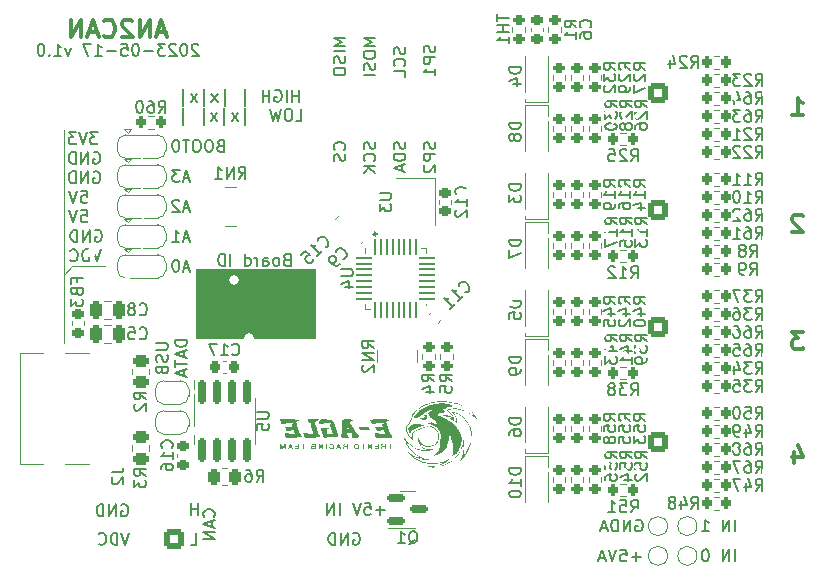
<source format=gbo>
G04 #@! TF.GenerationSoftware,KiCad,Pcbnew,(6.0.11)*
G04 #@! TF.CreationDate,2023-05-24T19:33:28+02:00*
G04 #@! TF.ProjectId,an2can,616e3263-616e-42e6-9b69-6361645f7063,V0*
G04 #@! TF.SameCoordinates,Original*
G04 #@! TF.FileFunction,Legend,Bot*
G04 #@! TF.FilePolarity,Positive*
%FSLAX46Y46*%
G04 Gerber Fmt 4.6, Leading zero omitted, Abs format (unit mm)*
G04 Created by KiCad (PCBNEW (6.0.11)) date 2023-05-24 19:33:28*
%MOMM*%
%LPD*%
G01*
G04 APERTURE LIST*
G04 Aperture macros list*
%AMRoundRect*
0 Rectangle with rounded corners*
0 $1 Rounding radius*
0 $2 $3 $4 $5 $6 $7 $8 $9 X,Y pos of 4 corners*
0 Add a 4 corners polygon primitive as box body*
4,1,4,$2,$3,$4,$5,$6,$7,$8,$9,$2,$3,0*
0 Add four circle primitives for the rounded corners*
1,1,$1+$1,$2,$3*
1,1,$1+$1,$4,$5*
1,1,$1+$1,$6,$7*
1,1,$1+$1,$8,$9*
0 Add four rect primitives between the rounded corners*
20,1,$1+$1,$2,$3,$4,$5,0*
20,1,$1+$1,$4,$5,$6,$7,0*
20,1,$1+$1,$6,$7,$8,$9,0*
20,1,$1+$1,$8,$9,$2,$3,0*%
%AMFreePoly0*
4,1,22,0.550000,-0.750000,0.000000,-0.750000,0.000000,-0.745033,-0.079941,-0.743568,-0.215256,-0.701293,-0.333266,-0.622738,-0.424486,-0.514219,-0.481581,-0.384460,-0.499164,-0.250000,-0.500000,-0.250000,-0.500000,0.250000,-0.499164,0.250000,-0.499963,0.256109,-0.478152,0.396186,-0.417904,0.524511,-0.324060,0.630769,-0.204165,0.706417,-0.067858,0.745374,0.000000,0.744959,0.000000,0.750000,
0.550000,0.750000,0.550000,-0.750000,0.550000,-0.750000,$1*%
%AMFreePoly1*
4,1,20,0.000000,0.744959,0.073905,0.744508,0.209726,0.703889,0.328688,0.626782,0.421226,0.519385,0.479903,0.390333,0.500000,0.250000,0.500000,-0.250000,0.499851,-0.262216,0.476331,-0.402017,0.414519,-0.529596,0.319384,-0.634700,0.198574,-0.708877,0.061801,-0.746166,0.000000,-0.745033,0.000000,-0.750000,-0.550000,-0.750000,-0.550000,0.750000,0.000000,0.750000,0.000000,0.744959,
0.000000,0.744959,$1*%
%AMFreePoly2*
4,1,22,0.500000,-0.750000,0.000000,-0.750000,0.000000,-0.745033,-0.079941,-0.743568,-0.215256,-0.701293,-0.333266,-0.622738,-0.424486,-0.514219,-0.481581,-0.384460,-0.499164,-0.250000,-0.500000,-0.250000,-0.500000,0.250000,-0.499164,0.250000,-0.499963,0.256109,-0.478152,0.396186,-0.417904,0.524511,-0.324060,0.630769,-0.204165,0.706417,-0.067858,0.745374,0.000000,0.744959,0.000000,0.750000,
0.500000,0.750000,0.500000,-0.750000,0.500000,-0.750000,$1*%
%AMFreePoly3*
4,1,20,0.000000,0.744959,0.073905,0.744508,0.209726,0.703889,0.328688,0.626782,0.421226,0.519385,0.479903,0.390333,0.500000,0.250000,0.500000,-0.250000,0.499851,-0.262216,0.476331,-0.402017,0.414519,-0.529596,0.319384,-0.634700,0.198574,-0.708877,0.061801,-0.746166,0.000000,-0.745033,0.000000,-0.750000,-0.500000,-0.750000,-0.500000,0.750000,0.000000,0.750000,0.000000,0.744959,
0.000000,0.744959,$1*%
G04 Aperture macros list end*
%ADD10C,0.120000*%
%ADD11C,0.239605*%
%ADD12C,0.150000*%
%ADD13C,0.300000*%
%ADD14C,0.350000*%
%ADD15C,1.700000*%
%ADD16RoundRect,0.250000X-0.600000X-0.600000X0.600000X-0.600000X0.600000X0.600000X-0.600000X0.600000X0*%
%ADD17C,5.600000*%
%ADD18RoundRect,0.250000X0.600000X0.600000X-0.600000X0.600000X-0.600000X-0.600000X0.600000X-0.600000X0*%
%ADD19R,1.700000X1.700000*%
%ADD20O,1.700000X1.700000*%
%ADD21RoundRect,0.200000X-0.200000X-0.275000X0.200000X-0.275000X0.200000X0.275000X-0.200000X0.275000X0*%
%ADD22RoundRect,0.200000X-0.275000X0.200000X-0.275000X-0.200000X0.275000X-0.200000X0.275000X0.200000X0*%
%ADD23RoundRect,0.062500X-0.062500X0.588500X-0.062500X-0.588500X0.062500X-0.588500X0.062500X0.588500X0*%
%ADD24RoundRect,0.062500X-0.588500X0.062500X-0.588500X-0.062500X0.588500X-0.062500X0.588500X0.062500X0*%
%ADD25R,3.450000X3.450000*%
%ADD26FreePoly0,0.000000*%
%ADD27R,1.000000X1.500000*%
%ADD28FreePoly1,0.000000*%
%ADD29R,1.200000X0.900000*%
%ADD30FreePoly2,180.000000*%
%ADD31FreePoly3,180.000000*%
%ADD32RoundRect,0.200000X0.200000X0.275000X-0.200000X0.275000X-0.200000X-0.275000X0.200000X-0.275000X0*%
%ADD33RoundRect,0.225000X-0.250000X0.225000X-0.250000X-0.225000X0.250000X-0.225000X0.250000X0.225000X0*%
%ADD34R,1.200000X1.400000*%
%ADD35R,0.500000X0.800000*%
%ADD36R,0.400000X0.800000*%
%ADD37RoundRect,0.225000X-0.017678X0.335876X-0.335876X0.017678X0.017678X-0.335876X0.335876X-0.017678X0*%
%ADD38RoundRect,0.250000X0.262500X0.450000X-0.262500X0.450000X-0.262500X-0.450000X0.262500X-0.450000X0*%
%ADD39RoundRect,0.200000X0.275000X-0.200000X0.275000X0.200000X-0.275000X0.200000X-0.275000X-0.200000X0*%
%ADD40RoundRect,0.225000X0.017678X-0.335876X0.335876X-0.017678X-0.017678X0.335876X-0.335876X0.017678X0*%
%ADD41RoundRect,0.150000X-0.150000X0.825000X-0.150000X-0.825000X0.150000X-0.825000X0.150000X0.825000X0*%
%ADD42RoundRect,0.250000X-0.450000X0.262500X-0.450000X-0.262500X0.450000X-0.262500X0.450000X0.262500X0*%
%ADD43RoundRect,0.250000X-0.159099X0.512652X-0.512652X0.159099X0.159099X-0.512652X0.512652X-0.159099X0*%
%ADD44C,0.650000*%
%ADD45R,1.450000X0.600000*%
%ADD46R,1.450000X0.300000*%
%ADD47O,2.100000X1.000000*%
%ADD48O,1.600000X1.000000*%
%ADD49RoundRect,0.225000X0.250000X-0.225000X0.250000X0.225000X-0.250000X0.225000X-0.250000X-0.225000X0*%
%ADD50RoundRect,0.225000X0.225000X0.250000X-0.225000X0.250000X-0.225000X-0.250000X0.225000X-0.250000X0*%
%ADD51RoundRect,0.150000X-0.587500X-0.150000X0.587500X-0.150000X0.587500X0.150000X-0.587500X0.150000X0*%
%ADD52RoundRect,0.250000X-0.250000X-0.475000X0.250000X-0.475000X0.250000X0.475000X-0.250000X0.475000X0*%
%ADD53R,0.800000X0.500000*%
%ADD54R,0.800000X0.400000*%
%ADD55RoundRect,0.218750X0.256250X-0.218750X0.256250X0.218750X-0.256250X0.218750X-0.256250X-0.218750X0*%
%ADD56RoundRect,0.250000X0.450000X-0.262500X0.450000X0.262500X-0.450000X0.262500X-0.450000X-0.262500X0*%
%ADD57C,0.800000*%
%ADD58C,0.500000*%
G04 APERTURE END LIST*
D10*
X87503000Y-89662000D02*
X77470000Y-89662000D01*
X77470000Y-89662000D02*
X77470000Y-95504000D01*
X77470000Y-95504000D02*
X87503000Y-95504000D01*
X87503000Y-95504000D02*
X87503000Y-89662000D01*
G36*
X87503000Y-89662000D02*
G01*
X77470000Y-89662000D01*
X77470000Y-95504000D01*
X87503000Y-95504000D01*
X87503000Y-89662000D01*
G37*
X66294000Y-95885000D02*
X66294000Y-77851000D01*
X117399197Y-113919000D02*
G75*
G03*
X117399197Y-113919000I-813197J0D01*
G01*
X119883358Y-113919000D02*
G75*
G03*
X119883358Y-113919000I-813197J0D01*
G01*
X117399197Y-111397993D02*
G75*
G03*
X117399197Y-111397993I-813197J0D01*
G01*
X69723000Y-89408000D02*
X66929000Y-89408000D01*
D11*
X92743336Y-86663880D02*
G75*
G03*
X92743336Y-86663880I-119802J0D01*
G01*
D10*
X119883358Y-111397993D02*
G75*
G03*
X119883358Y-111397993I-813197J0D01*
G01*
X66929000Y-89408000D02*
X66294000Y-90170000D01*
D12*
X71149595Y-109609000D02*
X71244833Y-109561380D01*
X71387690Y-109561380D01*
X71530547Y-109609000D01*
X71625785Y-109704238D01*
X71673404Y-109799476D01*
X71721023Y-109989952D01*
X71721023Y-110132809D01*
X71673404Y-110323285D01*
X71625785Y-110418523D01*
X71530547Y-110513761D01*
X71387690Y-110561380D01*
X71292452Y-110561380D01*
X71149595Y-110513761D01*
X71101976Y-110466142D01*
X71101976Y-110132809D01*
X71292452Y-110132809D01*
X70673404Y-110561380D02*
X70673404Y-109561380D01*
X70101976Y-110561380D01*
X70101976Y-109561380D01*
X69625785Y-110561380D02*
X69625785Y-109561380D01*
X69387690Y-109561380D01*
X69244833Y-109609000D01*
X69149595Y-109704238D01*
X69101976Y-109799476D01*
X69054357Y-109989952D01*
X69054357Y-110132809D01*
X69101976Y-110323285D01*
X69149595Y-110418523D01*
X69244833Y-110513761D01*
X69387690Y-110561380D01*
X69625785Y-110561380D01*
X90114380Y-70054547D02*
X89114380Y-70054547D01*
X89828666Y-70387880D01*
X89114380Y-70721214D01*
X90114380Y-70721214D01*
X90114380Y-71197404D02*
X89114380Y-71197404D01*
X90066761Y-71625976D02*
X90114380Y-71768833D01*
X90114380Y-72006928D01*
X90066761Y-72102166D01*
X90019142Y-72149785D01*
X89923904Y-72197404D01*
X89828666Y-72197404D01*
X89733428Y-72149785D01*
X89685809Y-72102166D01*
X89638190Y-72006928D01*
X89590571Y-71816452D01*
X89542952Y-71721214D01*
X89495333Y-71673595D01*
X89400095Y-71625976D01*
X89304857Y-71625976D01*
X89209619Y-71673595D01*
X89162000Y-71721214D01*
X89114380Y-71816452D01*
X89114380Y-72054547D01*
X89162000Y-72197404D01*
X89114380Y-72816452D02*
X89114380Y-73006928D01*
X89162000Y-73102166D01*
X89257238Y-73197404D01*
X89447714Y-73245023D01*
X89781047Y-73245023D01*
X89971523Y-73197404D01*
X90066761Y-73102166D01*
X90114380Y-73006928D01*
X90114380Y-72816452D01*
X90066761Y-72721214D01*
X89971523Y-72625976D01*
X89781047Y-72578357D01*
X89447714Y-72578357D01*
X89257238Y-72625976D01*
X89162000Y-72721214D01*
X89114380Y-72816452D01*
D13*
X127968428Y-76624571D02*
X128825571Y-76624571D01*
X128397000Y-76624571D02*
X128397000Y-75124571D01*
X128539857Y-75338857D01*
X128682714Y-75481714D01*
X128825571Y-75553142D01*
D12*
X90775214Y-112022000D02*
X90870452Y-111974380D01*
X91013309Y-111974380D01*
X91156166Y-112022000D01*
X91251404Y-112117238D01*
X91299023Y-112212476D01*
X91346642Y-112402952D01*
X91346642Y-112545809D01*
X91299023Y-112736285D01*
X91251404Y-112831523D01*
X91156166Y-112926761D01*
X91013309Y-112974380D01*
X90918071Y-112974380D01*
X90775214Y-112926761D01*
X90727595Y-112879142D01*
X90727595Y-112545809D01*
X90918071Y-112545809D01*
X90299023Y-112974380D02*
X90299023Y-111974380D01*
X89727595Y-112974380D01*
X89727595Y-111974380D01*
X89251404Y-112974380D02*
X89251404Y-111974380D01*
X89013309Y-111974380D01*
X88870452Y-112022000D01*
X88775214Y-112117238D01*
X88727595Y-112212476D01*
X88679976Y-112402952D01*
X88679976Y-112545809D01*
X88727595Y-112736285D01*
X88775214Y-112831523D01*
X88870452Y-112926761D01*
X89013309Y-112974380D01*
X89251404Y-112974380D01*
X67740738Y-83018380D02*
X68216928Y-83018380D01*
X68264547Y-83494571D01*
X68216928Y-83446952D01*
X68121690Y-83399333D01*
X67883595Y-83399333D01*
X67788357Y-83446952D01*
X67740738Y-83494571D01*
X67693119Y-83589809D01*
X67693119Y-83827904D01*
X67740738Y-83923142D01*
X67788357Y-83970761D01*
X67883595Y-84018380D01*
X68121690Y-84018380D01*
X68216928Y-83970761D01*
X68264547Y-83923142D01*
X67407404Y-83018380D02*
X67074071Y-84018380D01*
X66740738Y-83018380D01*
X69407404Y-87971380D02*
X69074071Y-88971380D01*
X68740738Y-87971380D01*
X68407404Y-88971380D02*
X68407404Y-87971380D01*
X68169309Y-87971380D01*
X68026452Y-88019000D01*
X67931214Y-88114238D01*
X67883595Y-88209476D01*
X67835976Y-88399952D01*
X67835976Y-88542809D01*
X67883595Y-88733285D01*
X67931214Y-88828523D01*
X68026452Y-88923761D01*
X68169309Y-88971380D01*
X68407404Y-88971380D01*
X66835976Y-88876142D02*
X66883595Y-88923761D01*
X67026452Y-88971380D01*
X67121690Y-88971380D01*
X67264547Y-88923761D01*
X67359785Y-88828523D01*
X67407404Y-88733285D01*
X67455023Y-88542809D01*
X67455023Y-88399952D01*
X67407404Y-88209476D01*
X67359785Y-88114238D01*
X67264547Y-88019000D01*
X67121690Y-87971380D01*
X67026452Y-87971380D01*
X66883595Y-88019000D01*
X66835976Y-88066619D01*
X95146761Y-78900976D02*
X95194380Y-79043833D01*
X95194380Y-79281928D01*
X95146761Y-79377166D01*
X95099142Y-79424785D01*
X95003904Y-79472404D01*
X94908666Y-79472404D01*
X94813428Y-79424785D01*
X94765809Y-79377166D01*
X94718190Y-79281928D01*
X94670571Y-79091452D01*
X94622952Y-78996214D01*
X94575333Y-78948595D01*
X94480095Y-78900976D01*
X94384857Y-78900976D01*
X94289619Y-78948595D01*
X94242000Y-78996214D01*
X94194380Y-79091452D01*
X94194380Y-79329547D01*
X94242000Y-79472404D01*
X95194380Y-79900976D02*
X94194380Y-79900976D01*
X94194380Y-80139071D01*
X94242000Y-80281928D01*
X94337238Y-80377166D01*
X94432476Y-80424785D01*
X94622952Y-80472404D01*
X94765809Y-80472404D01*
X94956285Y-80424785D01*
X95051523Y-80377166D01*
X95146761Y-80281928D01*
X95194380Y-80139071D01*
X95194380Y-79900976D01*
X94908666Y-80853357D02*
X94908666Y-81329547D01*
X95194380Y-80758119D02*
X94194380Y-81091452D01*
X95194380Y-81424785D01*
X77675523Y-70667619D02*
X77627904Y-70620000D01*
X77532666Y-70572380D01*
X77294571Y-70572380D01*
X77199333Y-70620000D01*
X77151714Y-70667619D01*
X77104095Y-70762857D01*
X77104095Y-70858095D01*
X77151714Y-71000952D01*
X77723142Y-71572380D01*
X77104095Y-71572380D01*
X76485047Y-70572380D02*
X76389809Y-70572380D01*
X76294571Y-70620000D01*
X76246952Y-70667619D01*
X76199333Y-70762857D01*
X76151714Y-70953333D01*
X76151714Y-71191428D01*
X76199333Y-71381904D01*
X76246952Y-71477142D01*
X76294571Y-71524761D01*
X76389809Y-71572380D01*
X76485047Y-71572380D01*
X76580285Y-71524761D01*
X76627904Y-71477142D01*
X76675523Y-71381904D01*
X76723142Y-71191428D01*
X76723142Y-70953333D01*
X76675523Y-70762857D01*
X76627904Y-70667619D01*
X76580285Y-70620000D01*
X76485047Y-70572380D01*
X75770761Y-70667619D02*
X75723142Y-70620000D01*
X75627904Y-70572380D01*
X75389809Y-70572380D01*
X75294571Y-70620000D01*
X75246952Y-70667619D01*
X75199333Y-70762857D01*
X75199333Y-70858095D01*
X75246952Y-71000952D01*
X75818380Y-71572380D01*
X75199333Y-71572380D01*
X74866000Y-70572380D02*
X74246952Y-70572380D01*
X74580285Y-70953333D01*
X74437428Y-70953333D01*
X74342190Y-71000952D01*
X74294571Y-71048571D01*
X74246952Y-71143809D01*
X74246952Y-71381904D01*
X74294571Y-71477142D01*
X74342190Y-71524761D01*
X74437428Y-71572380D01*
X74723142Y-71572380D01*
X74818380Y-71524761D01*
X74866000Y-71477142D01*
X73818380Y-71191428D02*
X73056476Y-71191428D01*
X72389809Y-70572380D02*
X72294571Y-70572380D01*
X72199333Y-70620000D01*
X72151714Y-70667619D01*
X72104095Y-70762857D01*
X72056476Y-70953333D01*
X72056476Y-71191428D01*
X72104095Y-71381904D01*
X72151714Y-71477142D01*
X72199333Y-71524761D01*
X72294571Y-71572380D01*
X72389809Y-71572380D01*
X72485047Y-71524761D01*
X72532666Y-71477142D01*
X72580285Y-71381904D01*
X72627904Y-71191428D01*
X72627904Y-70953333D01*
X72580285Y-70762857D01*
X72532666Y-70667619D01*
X72485047Y-70620000D01*
X72389809Y-70572380D01*
X71151714Y-70572380D02*
X71627904Y-70572380D01*
X71675523Y-71048571D01*
X71627904Y-71000952D01*
X71532666Y-70953333D01*
X71294571Y-70953333D01*
X71199333Y-71000952D01*
X71151714Y-71048571D01*
X71104095Y-71143809D01*
X71104095Y-71381904D01*
X71151714Y-71477142D01*
X71199333Y-71524761D01*
X71294571Y-71572380D01*
X71532666Y-71572380D01*
X71627904Y-71524761D01*
X71675523Y-71477142D01*
X70675523Y-71191428D02*
X69913619Y-71191428D01*
X68913619Y-71572380D02*
X69485047Y-71572380D01*
X69199333Y-71572380D02*
X69199333Y-70572380D01*
X69294571Y-70715238D01*
X69389809Y-70810476D01*
X69485047Y-70858095D01*
X68580285Y-70572380D02*
X67913619Y-70572380D01*
X68342190Y-71572380D01*
X66866000Y-70905714D02*
X66627904Y-71572380D01*
X66389809Y-70905714D01*
X65485047Y-71572380D02*
X66056476Y-71572380D01*
X65770761Y-71572380D02*
X65770761Y-70572380D01*
X65866000Y-70715238D01*
X65961238Y-70810476D01*
X66056476Y-70858095D01*
X65056476Y-71477142D02*
X65008857Y-71524761D01*
X65056476Y-71572380D01*
X65104095Y-71524761D01*
X65056476Y-71477142D01*
X65056476Y-71572380D01*
X64389809Y-70572380D02*
X64294571Y-70572380D01*
X64199333Y-70620000D01*
X64151714Y-70667619D01*
X64104095Y-70762857D01*
X64056476Y-70953333D01*
X64056476Y-71191428D01*
X64104095Y-71381904D01*
X64151714Y-71477142D01*
X64199333Y-71524761D01*
X64294571Y-71572380D01*
X64389809Y-71572380D01*
X64485047Y-71524761D01*
X64532666Y-71477142D01*
X64580285Y-71381904D01*
X64627904Y-71191428D01*
X64627904Y-70953333D01*
X64580285Y-70762857D01*
X64532666Y-70667619D01*
X64485047Y-70620000D01*
X64389809Y-70572380D01*
X71816261Y-111974380D02*
X71482928Y-112974380D01*
X71149595Y-111974380D01*
X70816261Y-112974380D02*
X70816261Y-111974380D01*
X70578166Y-111974380D01*
X70435309Y-112022000D01*
X70340071Y-112117238D01*
X70292452Y-112212476D01*
X70244833Y-112402952D01*
X70244833Y-112545809D01*
X70292452Y-112736285D01*
X70340071Y-112831523D01*
X70435309Y-112926761D01*
X70578166Y-112974380D01*
X70816261Y-112974380D01*
X69244833Y-112879142D02*
X69292452Y-112926761D01*
X69435309Y-112974380D01*
X69530547Y-112974380D01*
X69673404Y-112926761D01*
X69768642Y-112831523D01*
X69816261Y-112736285D01*
X69863880Y-112545809D01*
X69863880Y-112402952D01*
X69816261Y-112212476D01*
X69768642Y-112117238D01*
X69673404Y-112022000D01*
X69530547Y-111974380D01*
X69435309Y-111974380D01*
X69292452Y-112022000D01*
X69244833Y-112069619D01*
X69137547Y-78065380D02*
X68518500Y-78065380D01*
X68851833Y-78446333D01*
X68708976Y-78446333D01*
X68613738Y-78493952D01*
X68566119Y-78541571D01*
X68518500Y-78636809D01*
X68518500Y-78874904D01*
X68566119Y-78970142D01*
X68613738Y-79017761D01*
X68708976Y-79065380D01*
X68994690Y-79065380D01*
X69089928Y-79017761D01*
X69137547Y-78970142D01*
X68232785Y-78065380D02*
X67899452Y-79065380D01*
X67566119Y-78065380D01*
X67328023Y-78065380D02*
X66708976Y-78065380D01*
X67042309Y-78446333D01*
X66899452Y-78446333D01*
X66804214Y-78493952D01*
X66756595Y-78541571D01*
X66708976Y-78636809D01*
X66708976Y-78874904D01*
X66756595Y-78970142D01*
X66804214Y-79017761D01*
X66899452Y-79065380D01*
X67185166Y-79065380D01*
X67280404Y-79017761D01*
X67328023Y-78970142D01*
X123112500Y-111850373D02*
X123112500Y-110850373D01*
X122636309Y-111850373D02*
X122636309Y-110850373D01*
X122064880Y-111850373D01*
X122064880Y-110850373D01*
X120302976Y-111850373D02*
X120874404Y-111850373D01*
X120588690Y-111850373D02*
X120588690Y-110850373D01*
X120683928Y-110993231D01*
X120779166Y-111088469D01*
X120874404Y-111136088D01*
X114710595Y-110897993D02*
X114805833Y-110850373D01*
X114948690Y-110850373D01*
X115091547Y-110897993D01*
X115186785Y-110993231D01*
X115234404Y-111088469D01*
X115282023Y-111278945D01*
X115282023Y-111421802D01*
X115234404Y-111612278D01*
X115186785Y-111707516D01*
X115091547Y-111802754D01*
X114948690Y-111850373D01*
X114853452Y-111850373D01*
X114710595Y-111802754D01*
X114662976Y-111755135D01*
X114662976Y-111421802D01*
X114853452Y-111421802D01*
X114234404Y-111850373D02*
X114234404Y-110850373D01*
X113662976Y-111850373D01*
X113662976Y-110850373D01*
X113186785Y-111850373D02*
X113186785Y-110850373D01*
X112948690Y-110850373D01*
X112805833Y-110897993D01*
X112710595Y-110993231D01*
X112662976Y-111088469D01*
X112615357Y-111278945D01*
X112615357Y-111421802D01*
X112662976Y-111612278D01*
X112710595Y-111707516D01*
X112805833Y-111802754D01*
X112948690Y-111850373D01*
X113186785Y-111850373D01*
X112234404Y-111564659D02*
X111758214Y-111564659D01*
X112329642Y-111850373D02*
X111996309Y-110850373D01*
X111662976Y-111850373D01*
X85137285Y-88828571D02*
X84994428Y-88876190D01*
X84946809Y-88923809D01*
X84899190Y-89019047D01*
X84899190Y-89161904D01*
X84946809Y-89257142D01*
X84994428Y-89304761D01*
X85089666Y-89352380D01*
X85470619Y-89352380D01*
X85470619Y-88352380D01*
X85137285Y-88352380D01*
X85042047Y-88400000D01*
X84994428Y-88447619D01*
X84946809Y-88542857D01*
X84946809Y-88638095D01*
X84994428Y-88733333D01*
X85042047Y-88780952D01*
X85137285Y-88828571D01*
X85470619Y-88828571D01*
X84327761Y-89352380D02*
X84423000Y-89304761D01*
X84470619Y-89257142D01*
X84518238Y-89161904D01*
X84518238Y-88876190D01*
X84470619Y-88780952D01*
X84423000Y-88733333D01*
X84327761Y-88685714D01*
X84184904Y-88685714D01*
X84089666Y-88733333D01*
X84042047Y-88780952D01*
X83994428Y-88876190D01*
X83994428Y-89161904D01*
X84042047Y-89257142D01*
X84089666Y-89304761D01*
X84184904Y-89352380D01*
X84327761Y-89352380D01*
X83137285Y-89352380D02*
X83137285Y-88828571D01*
X83184904Y-88733333D01*
X83280142Y-88685714D01*
X83470619Y-88685714D01*
X83565857Y-88733333D01*
X83137285Y-89304761D02*
X83232523Y-89352380D01*
X83470619Y-89352380D01*
X83565857Y-89304761D01*
X83613476Y-89209523D01*
X83613476Y-89114285D01*
X83565857Y-89019047D01*
X83470619Y-88971428D01*
X83232523Y-88971428D01*
X83137285Y-88923809D01*
X82661095Y-89352380D02*
X82661095Y-88685714D01*
X82661095Y-88876190D02*
X82613476Y-88780952D01*
X82565857Y-88733333D01*
X82470619Y-88685714D01*
X82375380Y-88685714D01*
X81613476Y-89352380D02*
X81613476Y-88352380D01*
X81613476Y-89304761D02*
X81708714Y-89352380D01*
X81899190Y-89352380D01*
X81994428Y-89304761D01*
X82042047Y-89257142D01*
X82089666Y-89161904D01*
X82089666Y-88876190D01*
X82042047Y-88780952D01*
X81994428Y-88733333D01*
X81899190Y-88685714D01*
X81708714Y-88685714D01*
X81613476Y-88733333D01*
X80375380Y-89352380D02*
X80375380Y-88352380D01*
X79899190Y-89352380D02*
X79899190Y-88352380D01*
X79661095Y-88352380D01*
X79518238Y-88400000D01*
X79423000Y-88495238D01*
X79375380Y-88590476D01*
X79327761Y-88780952D01*
X79327761Y-88923809D01*
X79375380Y-89114285D01*
X79423000Y-89209523D01*
X79518238Y-89304761D01*
X79661095Y-89352380D01*
X79899190Y-89352380D01*
D13*
X128897000Y-94936571D02*
X127968428Y-94936571D01*
X128468428Y-95508000D01*
X128254142Y-95508000D01*
X128111285Y-95579428D01*
X128039857Y-95650857D01*
X127968428Y-95793714D01*
X127968428Y-96150857D01*
X128039857Y-96293714D01*
X128111285Y-96365142D01*
X128254142Y-96436571D01*
X128682714Y-96436571D01*
X128825571Y-96365142D01*
X128897000Y-96293714D01*
D12*
X68804214Y-81415000D02*
X68899452Y-81367380D01*
X69042309Y-81367380D01*
X69185166Y-81415000D01*
X69280404Y-81510238D01*
X69328023Y-81605476D01*
X69375642Y-81795952D01*
X69375642Y-81938809D01*
X69328023Y-82129285D01*
X69280404Y-82224523D01*
X69185166Y-82319761D01*
X69042309Y-82367380D01*
X68947071Y-82367380D01*
X68804214Y-82319761D01*
X68756595Y-82272142D01*
X68756595Y-81938809D01*
X68947071Y-81938809D01*
X68328023Y-82367380D02*
X68328023Y-81367380D01*
X67756595Y-82367380D01*
X67756595Y-81367380D01*
X67280404Y-82367380D02*
X67280404Y-81367380D01*
X67042309Y-81367380D01*
X66899452Y-81415000D01*
X66804214Y-81510238D01*
X66756595Y-81605476D01*
X66708976Y-81795952D01*
X66708976Y-81938809D01*
X66756595Y-82129285D01*
X66804214Y-82224523D01*
X66899452Y-82319761D01*
X67042309Y-82367380D01*
X67280404Y-82367380D01*
X92606761Y-78900976D02*
X92654380Y-79043833D01*
X92654380Y-79281928D01*
X92606761Y-79377166D01*
X92559142Y-79424785D01*
X92463904Y-79472404D01*
X92368666Y-79472404D01*
X92273428Y-79424785D01*
X92225809Y-79377166D01*
X92178190Y-79281928D01*
X92130571Y-79091452D01*
X92082952Y-78996214D01*
X92035333Y-78948595D01*
X91940095Y-78900976D01*
X91844857Y-78900976D01*
X91749619Y-78948595D01*
X91702000Y-78996214D01*
X91654380Y-79091452D01*
X91654380Y-79329547D01*
X91702000Y-79472404D01*
X92559142Y-80472404D02*
X92606761Y-80424785D01*
X92654380Y-80281928D01*
X92654380Y-80186690D01*
X92606761Y-80043833D01*
X92511523Y-79948595D01*
X92416285Y-79900976D01*
X92225809Y-79853357D01*
X92082952Y-79853357D01*
X91892476Y-79900976D01*
X91797238Y-79948595D01*
X91702000Y-80043833D01*
X91654380Y-80186690D01*
X91654380Y-80281928D01*
X91702000Y-80424785D01*
X91749619Y-80472404D01*
X92654380Y-80900976D02*
X91654380Y-80900976D01*
X92654380Y-81472404D02*
X92082952Y-81043833D01*
X91654380Y-81472404D02*
X92225809Y-80900976D01*
X93457738Y-110053428D02*
X92695833Y-110053428D01*
X93076785Y-110434380D02*
X93076785Y-109672476D01*
X91743452Y-109434380D02*
X92219642Y-109434380D01*
X92267261Y-109910571D01*
X92219642Y-109862952D01*
X92124404Y-109815333D01*
X91886309Y-109815333D01*
X91791071Y-109862952D01*
X91743452Y-109910571D01*
X91695833Y-110005809D01*
X91695833Y-110243904D01*
X91743452Y-110339142D01*
X91791071Y-110386761D01*
X91886309Y-110434380D01*
X92124404Y-110434380D01*
X92219642Y-110386761D01*
X92267261Y-110339142D01*
X91410119Y-109434380D02*
X91076785Y-110434380D01*
X90743452Y-109434380D01*
X89648214Y-110434380D02*
X89648214Y-109434380D01*
X89172023Y-110434380D02*
X89172023Y-109434380D01*
X88600595Y-110434380D01*
X88600595Y-109434380D01*
X95146761Y-70864071D02*
X95194380Y-71006928D01*
X95194380Y-71245023D01*
X95146761Y-71340261D01*
X95099142Y-71387880D01*
X95003904Y-71435500D01*
X94908666Y-71435500D01*
X94813428Y-71387880D01*
X94765809Y-71340261D01*
X94718190Y-71245023D01*
X94670571Y-71054547D01*
X94622952Y-70959309D01*
X94575333Y-70911690D01*
X94480095Y-70864071D01*
X94384857Y-70864071D01*
X94289619Y-70911690D01*
X94242000Y-70959309D01*
X94194380Y-71054547D01*
X94194380Y-71292642D01*
X94242000Y-71435500D01*
X95099142Y-72435500D02*
X95146761Y-72387880D01*
X95194380Y-72245023D01*
X95194380Y-72149785D01*
X95146761Y-72006928D01*
X95051523Y-71911690D01*
X94956285Y-71864071D01*
X94765809Y-71816452D01*
X94622952Y-71816452D01*
X94432476Y-71864071D01*
X94337238Y-71911690D01*
X94242000Y-72006928D01*
X94194380Y-72149785D01*
X94194380Y-72245023D01*
X94242000Y-72387880D01*
X94289619Y-72435500D01*
X95194380Y-73340261D02*
X95194380Y-72864071D01*
X94194380Y-72864071D01*
X92654380Y-70054547D02*
X91654380Y-70054547D01*
X92368666Y-70387880D01*
X91654380Y-70721214D01*
X92654380Y-70721214D01*
X91654380Y-71387880D02*
X91654380Y-71578357D01*
X91702000Y-71673595D01*
X91797238Y-71768833D01*
X91987714Y-71816452D01*
X92321047Y-71816452D01*
X92511523Y-71768833D01*
X92606761Y-71673595D01*
X92654380Y-71578357D01*
X92654380Y-71387880D01*
X92606761Y-71292642D01*
X92511523Y-71197404D01*
X92321047Y-71149785D01*
X91987714Y-71149785D01*
X91797238Y-71197404D01*
X91702000Y-71292642D01*
X91654380Y-71387880D01*
X92606761Y-72197404D02*
X92654380Y-72340261D01*
X92654380Y-72578357D01*
X92606761Y-72673595D01*
X92559142Y-72721214D01*
X92463904Y-72768833D01*
X92368666Y-72768833D01*
X92273428Y-72721214D01*
X92225809Y-72673595D01*
X92178190Y-72578357D01*
X92130571Y-72387880D01*
X92082952Y-72292642D01*
X92035333Y-72245023D01*
X91940095Y-72197404D01*
X91844857Y-72197404D01*
X91749619Y-72245023D01*
X91702000Y-72292642D01*
X91654380Y-72387880D01*
X91654380Y-72625976D01*
X91702000Y-72768833D01*
X92654380Y-73197404D02*
X91654380Y-73197404D01*
X115107404Y-114009421D02*
X114345500Y-114009421D01*
X114726452Y-114390373D02*
X114726452Y-113628469D01*
X113393119Y-113390373D02*
X113869309Y-113390373D01*
X113916928Y-113866564D01*
X113869309Y-113818945D01*
X113774071Y-113771326D01*
X113535976Y-113771326D01*
X113440738Y-113818945D01*
X113393119Y-113866564D01*
X113345500Y-113961802D01*
X113345500Y-114199897D01*
X113393119Y-114295135D01*
X113440738Y-114342754D01*
X113535976Y-114390373D01*
X113774071Y-114390373D01*
X113869309Y-114342754D01*
X113916928Y-114295135D01*
X113059785Y-113390373D02*
X112726452Y-114390373D01*
X112393119Y-113390373D01*
X112107404Y-114104659D02*
X111631214Y-114104659D01*
X112202642Y-114390373D02*
X111869309Y-113390373D01*
X111535976Y-114390373D01*
X78970142Y-110609142D02*
X79017761Y-110561523D01*
X79065380Y-110418666D01*
X79065380Y-110323428D01*
X79017761Y-110180571D01*
X78922523Y-110085333D01*
X78827285Y-110037714D01*
X78636809Y-109990095D01*
X78493952Y-109990095D01*
X78303476Y-110037714D01*
X78208238Y-110085333D01*
X78113000Y-110180571D01*
X78065380Y-110323428D01*
X78065380Y-110418666D01*
X78113000Y-110561523D01*
X78160619Y-110609142D01*
X78779666Y-110990095D02*
X78779666Y-111466285D01*
X79065380Y-110894857D02*
X78065380Y-111228190D01*
X79065380Y-111561523D01*
X79065380Y-111894857D02*
X78065380Y-111894857D01*
X79065380Y-112466285D01*
X78065380Y-112466285D01*
X97686761Y-78900976D02*
X97734380Y-79043833D01*
X97734380Y-79281928D01*
X97686761Y-79377166D01*
X97639142Y-79424785D01*
X97543904Y-79472404D01*
X97448666Y-79472404D01*
X97353428Y-79424785D01*
X97305809Y-79377166D01*
X97258190Y-79281928D01*
X97210571Y-79091452D01*
X97162952Y-78996214D01*
X97115333Y-78948595D01*
X97020095Y-78900976D01*
X96924857Y-78900976D01*
X96829619Y-78948595D01*
X96782000Y-78996214D01*
X96734380Y-79091452D01*
X96734380Y-79329547D01*
X96782000Y-79472404D01*
X97734380Y-79900976D02*
X96734380Y-79900976D01*
X96734380Y-80281928D01*
X96782000Y-80377166D01*
X96829619Y-80424785D01*
X96924857Y-80472404D01*
X97067714Y-80472404D01*
X97162952Y-80424785D01*
X97210571Y-80377166D01*
X97258190Y-80281928D01*
X97258190Y-79900976D01*
X96829619Y-80853357D02*
X96782000Y-80900976D01*
X96734380Y-80996214D01*
X96734380Y-81234309D01*
X96782000Y-81329547D01*
X96829619Y-81377166D01*
X96924857Y-81424785D01*
X97020095Y-81424785D01*
X97162952Y-81377166D01*
X97734380Y-80805738D01*
X97734380Y-81424785D01*
X76900547Y-87034666D02*
X76424357Y-87034666D01*
X76995785Y-87320380D02*
X76662452Y-86320380D01*
X76329119Y-87320380D01*
X75471976Y-87320380D02*
X76043404Y-87320380D01*
X75757690Y-87320380D02*
X75757690Y-86320380D01*
X75852928Y-86463238D01*
X75948166Y-86558476D01*
X76043404Y-86606095D01*
D14*
X74901714Y-69592000D02*
X74187428Y-69592000D01*
X75044571Y-70020571D02*
X74544571Y-68520571D01*
X74044571Y-70020571D01*
X73544571Y-70020571D02*
X73544571Y-68520571D01*
X72687428Y-70020571D01*
X72687428Y-68520571D01*
X72044571Y-68663428D02*
X71973142Y-68592000D01*
X71830285Y-68520571D01*
X71473142Y-68520571D01*
X71330285Y-68592000D01*
X71258857Y-68663428D01*
X71187428Y-68806285D01*
X71187428Y-68949142D01*
X71258857Y-69163428D01*
X72116000Y-70020571D01*
X71187428Y-70020571D01*
X69687428Y-69877714D02*
X69758857Y-69949142D01*
X69973142Y-70020571D01*
X70116000Y-70020571D01*
X70330285Y-69949142D01*
X70473142Y-69806285D01*
X70544571Y-69663428D01*
X70616000Y-69377714D01*
X70616000Y-69163428D01*
X70544571Y-68877714D01*
X70473142Y-68734857D01*
X70330285Y-68592000D01*
X70116000Y-68520571D01*
X69973142Y-68520571D01*
X69758857Y-68592000D01*
X69687428Y-68663428D01*
X69116000Y-69592000D02*
X68401714Y-69592000D01*
X69258857Y-70020571D02*
X68758857Y-68520571D01*
X68258857Y-70020571D01*
X67758857Y-70020571D02*
X67758857Y-68520571D01*
X66901714Y-70020571D01*
X66901714Y-68520571D01*
D12*
X76900547Y-81954666D02*
X76424357Y-81954666D01*
X76995785Y-82240380D02*
X76662452Y-81240380D01*
X76329119Y-82240380D01*
X76091023Y-81240380D02*
X75471976Y-81240380D01*
X75805309Y-81621333D01*
X75662452Y-81621333D01*
X75567214Y-81668952D01*
X75519595Y-81716571D01*
X75471976Y-81811809D01*
X75471976Y-82049904D01*
X75519595Y-82145142D01*
X75567214Y-82192761D01*
X75662452Y-82240380D01*
X75948166Y-82240380D01*
X76043404Y-82192761D01*
X76091023Y-82145142D01*
X76900547Y-84494666D02*
X76424357Y-84494666D01*
X76995785Y-84780380D02*
X76662452Y-83780380D01*
X76329119Y-84780380D01*
X76043404Y-83875619D02*
X75995785Y-83828000D01*
X75900547Y-83780380D01*
X75662452Y-83780380D01*
X75567214Y-83828000D01*
X75519595Y-83875619D01*
X75471976Y-83970857D01*
X75471976Y-84066095D01*
X75519595Y-84208952D01*
X76091023Y-84780380D01*
X75471976Y-84780380D01*
X76900547Y-89574666D02*
X76424357Y-89574666D01*
X76995785Y-89860380D02*
X76662452Y-88860380D01*
X76329119Y-89860380D01*
X75805309Y-88860380D02*
X75710071Y-88860380D01*
X75614833Y-88908000D01*
X75567214Y-88955619D01*
X75519595Y-89050857D01*
X75471976Y-89241333D01*
X75471976Y-89479428D01*
X75519595Y-89669904D01*
X75567214Y-89765142D01*
X75614833Y-89812761D01*
X75710071Y-89860380D01*
X75805309Y-89860380D01*
X75900547Y-89812761D01*
X75948166Y-89765142D01*
X75995785Y-89669904D01*
X76043404Y-89479428D01*
X76043404Y-89241333D01*
X75995785Y-89050857D01*
X75948166Y-88955619D01*
X75900547Y-88908000D01*
X75805309Y-88860380D01*
X77027738Y-112974380D02*
X77503928Y-112974380D01*
X77503928Y-111974380D01*
X77615023Y-110434380D02*
X77615023Y-109434380D01*
X77615023Y-109910571D02*
X77043595Y-109910571D01*
X77043595Y-110434380D02*
X77043595Y-109434380D01*
X86202214Y-75466380D02*
X86202214Y-74466380D01*
X86202214Y-74942571D02*
X85630785Y-74942571D01*
X85630785Y-75466380D02*
X85630785Y-74466380D01*
X85154595Y-75466380D02*
X85154595Y-74466380D01*
X84154595Y-74514000D02*
X84249833Y-74466380D01*
X84392690Y-74466380D01*
X84535547Y-74514000D01*
X84630785Y-74609238D01*
X84678404Y-74704476D01*
X84726023Y-74894952D01*
X84726023Y-75037809D01*
X84678404Y-75228285D01*
X84630785Y-75323523D01*
X84535547Y-75418761D01*
X84392690Y-75466380D01*
X84297452Y-75466380D01*
X84154595Y-75418761D01*
X84106976Y-75371142D01*
X84106976Y-75037809D01*
X84297452Y-75037809D01*
X83678404Y-75466380D02*
X83678404Y-74466380D01*
X83678404Y-74942571D02*
X83106976Y-74942571D01*
X83106976Y-75466380D02*
X83106976Y-74466380D01*
X81630785Y-75799714D02*
X81630785Y-74371142D01*
X79916500Y-75799714D02*
X79916500Y-74371142D01*
X79297452Y-75466380D02*
X78773642Y-74799714D01*
X79297452Y-74799714D02*
X78773642Y-75466380D01*
X78154595Y-75799714D02*
X78154595Y-74371142D01*
X77535547Y-75466380D02*
X77011738Y-74799714D01*
X77535547Y-74799714D02*
X77011738Y-75466380D01*
X76392690Y-75799714D02*
X76392690Y-74371142D01*
X85916500Y-77076380D02*
X86392690Y-77076380D01*
X86392690Y-76076380D01*
X85392690Y-76076380D02*
X85202214Y-76076380D01*
X85106976Y-76124000D01*
X85011738Y-76219238D01*
X84964119Y-76409714D01*
X84964119Y-76743047D01*
X85011738Y-76933523D01*
X85106976Y-77028761D01*
X85202214Y-77076380D01*
X85392690Y-77076380D01*
X85487928Y-77028761D01*
X85583166Y-76933523D01*
X85630785Y-76743047D01*
X85630785Y-76409714D01*
X85583166Y-76219238D01*
X85487928Y-76124000D01*
X85392690Y-76076380D01*
X84630785Y-76076380D02*
X84392690Y-77076380D01*
X84202214Y-76362095D01*
X84011738Y-77076380D01*
X83773642Y-76076380D01*
X81630785Y-77409714D02*
X81630785Y-75981142D01*
X81011738Y-77076380D02*
X80487928Y-76409714D01*
X81011738Y-76409714D02*
X80487928Y-77076380D01*
X79868880Y-77409714D02*
X79868880Y-75981142D01*
X79249833Y-77076380D02*
X78726023Y-76409714D01*
X79249833Y-76409714D02*
X78726023Y-77076380D01*
X78106976Y-77409714D02*
X78106976Y-75981142D01*
X76392690Y-77409714D02*
X76392690Y-75981142D01*
X79519595Y-79176571D02*
X79376738Y-79224190D01*
X79329119Y-79271809D01*
X79281500Y-79367047D01*
X79281500Y-79509904D01*
X79329119Y-79605142D01*
X79376738Y-79652761D01*
X79471976Y-79700380D01*
X79852928Y-79700380D01*
X79852928Y-78700380D01*
X79519595Y-78700380D01*
X79424357Y-78748000D01*
X79376738Y-78795619D01*
X79329119Y-78890857D01*
X79329119Y-78986095D01*
X79376738Y-79081333D01*
X79424357Y-79128952D01*
X79519595Y-79176571D01*
X79852928Y-79176571D01*
X78662452Y-78700380D02*
X78471976Y-78700380D01*
X78376738Y-78748000D01*
X78281500Y-78843238D01*
X78233880Y-79033714D01*
X78233880Y-79367047D01*
X78281500Y-79557523D01*
X78376738Y-79652761D01*
X78471976Y-79700380D01*
X78662452Y-79700380D01*
X78757690Y-79652761D01*
X78852928Y-79557523D01*
X78900547Y-79367047D01*
X78900547Y-79033714D01*
X78852928Y-78843238D01*
X78757690Y-78748000D01*
X78662452Y-78700380D01*
X77614833Y-78700380D02*
X77424357Y-78700380D01*
X77329119Y-78748000D01*
X77233880Y-78843238D01*
X77186261Y-79033714D01*
X77186261Y-79367047D01*
X77233880Y-79557523D01*
X77329119Y-79652761D01*
X77424357Y-79700380D01*
X77614833Y-79700380D01*
X77710071Y-79652761D01*
X77805309Y-79557523D01*
X77852928Y-79367047D01*
X77852928Y-79033714D01*
X77805309Y-78843238D01*
X77710071Y-78748000D01*
X77614833Y-78700380D01*
X76900547Y-78700380D02*
X76329119Y-78700380D01*
X76614833Y-79700380D02*
X76614833Y-78700380D01*
X75805309Y-78700380D02*
X75710071Y-78700380D01*
X75614833Y-78748000D01*
X75567214Y-78795619D01*
X75519595Y-78890857D01*
X75471976Y-79081333D01*
X75471976Y-79319428D01*
X75519595Y-79509904D01*
X75567214Y-79605142D01*
X75614833Y-79652761D01*
X75710071Y-79700380D01*
X75805309Y-79700380D01*
X75900547Y-79652761D01*
X75948166Y-79605142D01*
X75995785Y-79509904D01*
X76043404Y-79319428D01*
X76043404Y-79081333D01*
X75995785Y-78890857D01*
X75948166Y-78795619D01*
X75900547Y-78748000D01*
X75805309Y-78700380D01*
D13*
X128111285Y-105088571D02*
X128111285Y-106088571D01*
X128468428Y-104517142D02*
X128825571Y-105588571D01*
X127897000Y-105588571D01*
D12*
X123112500Y-114371380D02*
X123112500Y-113371380D01*
X122636309Y-114371380D02*
X122636309Y-113371380D01*
X122064880Y-114371380D01*
X122064880Y-113371380D01*
X120636309Y-113371380D02*
X120541071Y-113371380D01*
X120445833Y-113419000D01*
X120398214Y-113466619D01*
X120350595Y-113561857D01*
X120302976Y-113752333D01*
X120302976Y-113990428D01*
X120350595Y-114180904D01*
X120398214Y-114276142D01*
X120445833Y-114323761D01*
X120541071Y-114371380D01*
X120636309Y-114371380D01*
X120731547Y-114323761D01*
X120779166Y-114276142D01*
X120826785Y-114180904D01*
X120874404Y-113990428D01*
X120874404Y-113752333D01*
X120826785Y-113561857D01*
X120779166Y-113466619D01*
X120731547Y-113419000D01*
X120636309Y-113371380D01*
D13*
X128825571Y-85173428D02*
X128754142Y-85102000D01*
X128611285Y-85030571D01*
X128254142Y-85030571D01*
X128111285Y-85102000D01*
X128039857Y-85173428D01*
X127968428Y-85316285D01*
X127968428Y-85459142D01*
X128039857Y-85673428D01*
X128897000Y-86530571D01*
X127968428Y-86530571D01*
D12*
X68931214Y-86368000D02*
X69026452Y-86320380D01*
X69169309Y-86320380D01*
X69312166Y-86368000D01*
X69407404Y-86463238D01*
X69455023Y-86558476D01*
X69502642Y-86748952D01*
X69502642Y-86891809D01*
X69455023Y-87082285D01*
X69407404Y-87177523D01*
X69312166Y-87272761D01*
X69169309Y-87320380D01*
X69074071Y-87320380D01*
X68931214Y-87272761D01*
X68883595Y-87225142D01*
X68883595Y-86891809D01*
X69074071Y-86891809D01*
X68455023Y-87320380D02*
X68455023Y-86320380D01*
X67883595Y-87320380D01*
X67883595Y-86320380D01*
X67407404Y-87320380D02*
X67407404Y-86320380D01*
X67169309Y-86320380D01*
X67026452Y-86368000D01*
X66931214Y-86463238D01*
X66883595Y-86558476D01*
X66835976Y-86748952D01*
X66835976Y-86891809D01*
X66883595Y-87082285D01*
X66931214Y-87177523D01*
X67026452Y-87272761D01*
X67169309Y-87320380D01*
X67407404Y-87320380D01*
X68804214Y-79764000D02*
X68899452Y-79716380D01*
X69042309Y-79716380D01*
X69185166Y-79764000D01*
X69280404Y-79859238D01*
X69328023Y-79954476D01*
X69375642Y-80144952D01*
X69375642Y-80287809D01*
X69328023Y-80478285D01*
X69280404Y-80573523D01*
X69185166Y-80668761D01*
X69042309Y-80716380D01*
X68947071Y-80716380D01*
X68804214Y-80668761D01*
X68756595Y-80621142D01*
X68756595Y-80287809D01*
X68947071Y-80287809D01*
X68328023Y-80716380D02*
X68328023Y-79716380D01*
X67756595Y-80716380D01*
X67756595Y-79716380D01*
X67280404Y-80716380D02*
X67280404Y-79716380D01*
X67042309Y-79716380D01*
X66899452Y-79764000D01*
X66804214Y-79859238D01*
X66756595Y-79954476D01*
X66708976Y-80144952D01*
X66708976Y-80287809D01*
X66756595Y-80478285D01*
X66804214Y-80573523D01*
X66899452Y-80668761D01*
X67042309Y-80716380D01*
X67280404Y-80716380D01*
X97686761Y-70721214D02*
X97734380Y-70864071D01*
X97734380Y-71102166D01*
X97686761Y-71197404D01*
X97639142Y-71245023D01*
X97543904Y-71292642D01*
X97448666Y-71292642D01*
X97353428Y-71245023D01*
X97305809Y-71197404D01*
X97258190Y-71102166D01*
X97210571Y-70911690D01*
X97162952Y-70816452D01*
X97115333Y-70768833D01*
X97020095Y-70721214D01*
X96924857Y-70721214D01*
X96829619Y-70768833D01*
X96782000Y-70816452D01*
X96734380Y-70911690D01*
X96734380Y-71149785D01*
X96782000Y-71292642D01*
X97734380Y-71721214D02*
X96734380Y-71721214D01*
X96734380Y-72102166D01*
X96782000Y-72197404D01*
X96829619Y-72245023D01*
X96924857Y-72292642D01*
X97067714Y-72292642D01*
X97162952Y-72245023D01*
X97210571Y-72197404D01*
X97258190Y-72102166D01*
X97258190Y-71721214D01*
X97734380Y-73245023D02*
X97734380Y-72673595D01*
X97734380Y-72959309D02*
X96734380Y-72959309D01*
X96877238Y-72864071D01*
X96972476Y-72768833D01*
X97020095Y-72673595D01*
X90019142Y-79520023D02*
X90066761Y-79472404D01*
X90114380Y-79329547D01*
X90114380Y-79234309D01*
X90066761Y-79091452D01*
X89971523Y-78996214D01*
X89876285Y-78948595D01*
X89685809Y-78900976D01*
X89542952Y-78900976D01*
X89352476Y-78948595D01*
X89257238Y-78996214D01*
X89162000Y-79091452D01*
X89114380Y-79234309D01*
X89114380Y-79329547D01*
X89162000Y-79472404D01*
X89209619Y-79520023D01*
X90066761Y-79900976D02*
X90114380Y-80043833D01*
X90114380Y-80281928D01*
X90066761Y-80377166D01*
X90019142Y-80424785D01*
X89923904Y-80472404D01*
X89828666Y-80472404D01*
X89733428Y-80424785D01*
X89685809Y-80377166D01*
X89638190Y-80281928D01*
X89590571Y-80091452D01*
X89542952Y-79996214D01*
X89495333Y-79948595D01*
X89400095Y-79900976D01*
X89304857Y-79900976D01*
X89209619Y-79948595D01*
X89162000Y-79996214D01*
X89114380Y-80091452D01*
X89114380Y-80329547D01*
X89162000Y-80472404D01*
X74085380Y-95893095D02*
X74894904Y-95893095D01*
X74990142Y-95940714D01*
X75037761Y-95988333D01*
X75085380Y-96083571D01*
X75085380Y-96274047D01*
X75037761Y-96369285D01*
X74990142Y-96416904D01*
X74894904Y-96464523D01*
X74085380Y-96464523D01*
X75037761Y-96893095D02*
X75085380Y-97035952D01*
X75085380Y-97274047D01*
X75037761Y-97369285D01*
X74990142Y-97416904D01*
X74894904Y-97464523D01*
X74799666Y-97464523D01*
X74704428Y-97416904D01*
X74656809Y-97369285D01*
X74609190Y-97274047D01*
X74561571Y-97083571D01*
X74513952Y-96988333D01*
X74466333Y-96940714D01*
X74371095Y-96893095D01*
X74275857Y-96893095D01*
X74180619Y-96940714D01*
X74133000Y-96988333D01*
X74085380Y-97083571D01*
X74085380Y-97321666D01*
X74133000Y-97464523D01*
X74561571Y-98226428D02*
X74609190Y-98369285D01*
X74656809Y-98416904D01*
X74752047Y-98464523D01*
X74894904Y-98464523D01*
X74990142Y-98416904D01*
X75037761Y-98369285D01*
X75085380Y-98274047D01*
X75085380Y-97893095D01*
X74085380Y-97893095D01*
X74085380Y-98226428D01*
X74133000Y-98321666D01*
X74180619Y-98369285D01*
X74275857Y-98416904D01*
X74371095Y-98416904D01*
X74466333Y-98369285D01*
X74513952Y-98321666D01*
X74561571Y-98226428D01*
X74561571Y-97893095D01*
X76695380Y-95655000D02*
X75695380Y-95655000D01*
X75695380Y-95893095D01*
X75743000Y-96035952D01*
X75838238Y-96131190D01*
X75933476Y-96178809D01*
X76123952Y-96226428D01*
X76266809Y-96226428D01*
X76457285Y-96178809D01*
X76552523Y-96131190D01*
X76647761Y-96035952D01*
X76695380Y-95893095D01*
X76695380Y-95655000D01*
X76409666Y-96607380D02*
X76409666Y-97083571D01*
X76695380Y-96512142D02*
X75695380Y-96845476D01*
X76695380Y-97178809D01*
X75695380Y-97369285D02*
X75695380Y-97940714D01*
X76695380Y-97655000D02*
X75695380Y-97655000D01*
X76409666Y-98226428D02*
X76409666Y-98702619D01*
X76695380Y-98131190D02*
X75695380Y-98464523D01*
X76695380Y-98797857D01*
X67740738Y-84669380D02*
X68216928Y-84669380D01*
X68264547Y-85145571D01*
X68216928Y-85097952D01*
X68121690Y-85050333D01*
X67883595Y-85050333D01*
X67788357Y-85097952D01*
X67740738Y-85145571D01*
X67693119Y-85240809D01*
X67693119Y-85478904D01*
X67740738Y-85574142D01*
X67788357Y-85621761D01*
X67883595Y-85669380D01*
X68121690Y-85669380D01*
X68216928Y-85621761D01*
X68264547Y-85574142D01*
X67407404Y-84669380D02*
X67074071Y-85669380D01*
X66740738Y-84669380D01*
X124848857Y-74112380D02*
X125182190Y-73636190D01*
X125420285Y-74112380D02*
X125420285Y-73112380D01*
X125039333Y-73112380D01*
X124944095Y-73160000D01*
X124896476Y-73207619D01*
X124848857Y-73302857D01*
X124848857Y-73445714D01*
X124896476Y-73540952D01*
X124944095Y-73588571D01*
X125039333Y-73636190D01*
X125420285Y-73636190D01*
X124467904Y-73207619D02*
X124420285Y-73160000D01*
X124325047Y-73112380D01*
X124086952Y-73112380D01*
X123991714Y-73160000D01*
X123944095Y-73207619D01*
X123896476Y-73302857D01*
X123896476Y-73398095D01*
X123944095Y-73540952D01*
X124515523Y-74112380D01*
X123896476Y-74112380D01*
X123563142Y-73112380D02*
X122944095Y-73112380D01*
X123277428Y-73493333D01*
X123134571Y-73493333D01*
X123039333Y-73540952D01*
X122991714Y-73588571D01*
X122944095Y-73683809D01*
X122944095Y-73921904D01*
X122991714Y-74017142D01*
X123039333Y-74064761D01*
X123134571Y-74112380D01*
X123420285Y-74112380D01*
X123515523Y-74064761D01*
X123563142Y-74017142D01*
X112974380Y-72763142D02*
X112498190Y-72429809D01*
X112974380Y-72191714D02*
X111974380Y-72191714D01*
X111974380Y-72572666D01*
X112022000Y-72667904D01*
X112069619Y-72715523D01*
X112164857Y-72763142D01*
X112307714Y-72763142D01*
X112402952Y-72715523D01*
X112450571Y-72667904D01*
X112498190Y-72572666D01*
X112498190Y-72191714D01*
X111974380Y-73096476D02*
X111974380Y-73715523D01*
X112355333Y-73382190D01*
X112355333Y-73525047D01*
X112402952Y-73620285D01*
X112450571Y-73667904D01*
X112545809Y-73715523D01*
X112783904Y-73715523D01*
X112879142Y-73667904D01*
X112926761Y-73620285D01*
X112974380Y-73525047D01*
X112974380Y-73239333D01*
X112926761Y-73144095D01*
X112879142Y-73096476D01*
X112069619Y-74096476D02*
X112022000Y-74144095D01*
X111974380Y-74239333D01*
X111974380Y-74477428D01*
X112022000Y-74572666D01*
X112069619Y-74620285D01*
X112164857Y-74667904D01*
X112260095Y-74667904D01*
X112402952Y-74620285D01*
X112974380Y-74048857D01*
X112974380Y-74667904D01*
X124848857Y-106878380D02*
X125182190Y-106402190D01*
X125420285Y-106878380D02*
X125420285Y-105878380D01*
X125039333Y-105878380D01*
X124944095Y-105926000D01*
X124896476Y-105973619D01*
X124848857Y-106068857D01*
X124848857Y-106211714D01*
X124896476Y-106306952D01*
X124944095Y-106354571D01*
X125039333Y-106402190D01*
X125420285Y-106402190D01*
X123991714Y-105878380D02*
X124182190Y-105878380D01*
X124277428Y-105926000D01*
X124325047Y-105973619D01*
X124420285Y-106116476D01*
X124467904Y-106306952D01*
X124467904Y-106687904D01*
X124420285Y-106783142D01*
X124372666Y-106830761D01*
X124277428Y-106878380D01*
X124086952Y-106878380D01*
X123991714Y-106830761D01*
X123944095Y-106783142D01*
X123896476Y-106687904D01*
X123896476Y-106449809D01*
X123944095Y-106354571D01*
X123991714Y-106306952D01*
X124086952Y-106259333D01*
X124277428Y-106259333D01*
X124372666Y-106306952D01*
X124420285Y-106354571D01*
X124467904Y-106449809D01*
X123563142Y-105878380D02*
X122896476Y-105878380D01*
X123325047Y-106878380D01*
X89749380Y-89662095D02*
X90558904Y-89662095D01*
X90654142Y-89709714D01*
X90701761Y-89757333D01*
X90749380Y-89852571D01*
X90749380Y-90043047D01*
X90701761Y-90138285D01*
X90654142Y-90185904D01*
X90558904Y-90233523D01*
X89749380Y-90233523D01*
X90082714Y-91138285D02*
X90749380Y-91138285D01*
X89701761Y-90900190D02*
X90416047Y-90662095D01*
X90416047Y-91281142D01*
X104973380Y-92352904D02*
X103973380Y-92352904D01*
X103973380Y-92591000D01*
X104021000Y-92733857D01*
X104116238Y-92829095D01*
X104211476Y-92876714D01*
X104401952Y-92924333D01*
X104544809Y-92924333D01*
X104735285Y-92876714D01*
X104830523Y-92829095D01*
X104925761Y-92733857D01*
X104973380Y-92591000D01*
X104973380Y-92352904D01*
X103973380Y-93829095D02*
X103973380Y-93352904D01*
X104449571Y-93305285D01*
X104401952Y-93352904D01*
X104354333Y-93448142D01*
X104354333Y-93686238D01*
X104401952Y-93781476D01*
X104449571Y-93829095D01*
X104544809Y-93876714D01*
X104782904Y-93876714D01*
X104878142Y-93829095D01*
X104925761Y-93781476D01*
X104973380Y-93686238D01*
X104973380Y-93448142D01*
X104925761Y-93352904D01*
X104878142Y-93305285D01*
X114371380Y-85844142D02*
X113895190Y-85510809D01*
X114371380Y-85272714D02*
X113371380Y-85272714D01*
X113371380Y-85653666D01*
X113419000Y-85748904D01*
X113466619Y-85796523D01*
X113561857Y-85844142D01*
X113704714Y-85844142D01*
X113799952Y-85796523D01*
X113847571Y-85748904D01*
X113895190Y-85653666D01*
X113895190Y-85272714D01*
X114371380Y-86796523D02*
X114371380Y-86225095D01*
X114371380Y-86510809D02*
X113371380Y-86510809D01*
X113514238Y-86415571D01*
X113609476Y-86320333D01*
X113657095Y-86225095D01*
X113371380Y-87701285D02*
X113371380Y-87225095D01*
X113847571Y-87177476D01*
X113799952Y-87225095D01*
X113752333Y-87320333D01*
X113752333Y-87558428D01*
X113799952Y-87653666D01*
X113847571Y-87701285D01*
X113942809Y-87748904D01*
X114180904Y-87748904D01*
X114276142Y-87701285D01*
X114323761Y-87653666D01*
X114371380Y-87558428D01*
X114371380Y-87320333D01*
X114323761Y-87225095D01*
X114276142Y-87177476D01*
X124848857Y-95448380D02*
X125182190Y-94972190D01*
X125420285Y-95448380D02*
X125420285Y-94448380D01*
X125039333Y-94448380D01*
X124944095Y-94496000D01*
X124896476Y-94543619D01*
X124848857Y-94638857D01*
X124848857Y-94781714D01*
X124896476Y-94876952D01*
X124944095Y-94924571D01*
X125039333Y-94972190D01*
X125420285Y-94972190D01*
X123991714Y-94448380D02*
X124182190Y-94448380D01*
X124277428Y-94496000D01*
X124325047Y-94543619D01*
X124420285Y-94686476D01*
X124467904Y-94876952D01*
X124467904Y-95257904D01*
X124420285Y-95353142D01*
X124372666Y-95400761D01*
X124277428Y-95448380D01*
X124086952Y-95448380D01*
X123991714Y-95400761D01*
X123944095Y-95353142D01*
X123896476Y-95257904D01*
X123896476Y-95019809D01*
X123944095Y-94924571D01*
X123991714Y-94876952D01*
X124086952Y-94829333D01*
X124277428Y-94829333D01*
X124372666Y-94876952D01*
X124420285Y-94924571D01*
X124467904Y-95019809D01*
X123039333Y-94448380D02*
X123229809Y-94448380D01*
X123325047Y-94496000D01*
X123372666Y-94543619D01*
X123467904Y-94686476D01*
X123515523Y-94876952D01*
X123515523Y-95257904D01*
X123467904Y-95353142D01*
X123420285Y-95400761D01*
X123325047Y-95448380D01*
X123134571Y-95448380D01*
X123039333Y-95400761D01*
X122991714Y-95353142D01*
X122944095Y-95257904D01*
X122944095Y-95019809D01*
X122991714Y-94924571D01*
X123039333Y-94876952D01*
X123134571Y-94829333D01*
X123325047Y-94829333D01*
X123420285Y-94876952D01*
X123467904Y-94924571D01*
X123515523Y-95019809D01*
X75414142Y-104767142D02*
X75461761Y-104719523D01*
X75509380Y-104576666D01*
X75509380Y-104481428D01*
X75461761Y-104338571D01*
X75366523Y-104243333D01*
X75271285Y-104195714D01*
X75080809Y-104148095D01*
X74937952Y-104148095D01*
X74747476Y-104195714D01*
X74652238Y-104243333D01*
X74557000Y-104338571D01*
X74509380Y-104481428D01*
X74509380Y-104576666D01*
X74557000Y-104719523D01*
X74604619Y-104767142D01*
X75509380Y-105719523D02*
X75509380Y-105148095D01*
X75509380Y-105433809D02*
X74509380Y-105433809D01*
X74652238Y-105338571D01*
X74747476Y-105243333D01*
X74795095Y-105148095D01*
X74509380Y-106576666D02*
X74509380Y-106386190D01*
X74557000Y-106290952D01*
X74604619Y-106243333D01*
X74747476Y-106148095D01*
X74937952Y-106100476D01*
X75318904Y-106100476D01*
X75414142Y-106148095D01*
X75461761Y-106195714D01*
X75509380Y-106290952D01*
X75509380Y-106481428D01*
X75461761Y-106576666D01*
X75414142Y-106624285D01*
X75318904Y-106671904D01*
X75080809Y-106671904D01*
X74985571Y-106624285D01*
X74937952Y-106576666D01*
X74890333Y-106481428D01*
X74890333Y-106290952D01*
X74937952Y-106195714D01*
X74985571Y-106148095D01*
X75080809Y-106100476D01*
X93014380Y-83185095D02*
X93823904Y-83185095D01*
X93919142Y-83232714D01*
X93966761Y-83280333D01*
X94014380Y-83375571D01*
X94014380Y-83566047D01*
X93966761Y-83661285D01*
X93919142Y-83708904D01*
X93823904Y-83756523D01*
X93014380Y-83756523D01*
X93014380Y-84137476D02*
X93014380Y-84756523D01*
X93395333Y-84423190D01*
X93395333Y-84566047D01*
X93442952Y-84661285D01*
X93490571Y-84708904D01*
X93585809Y-84756523D01*
X93823904Y-84756523D01*
X93919142Y-84708904D01*
X93966761Y-84661285D01*
X94014380Y-84566047D01*
X94014380Y-84280333D01*
X93966761Y-84185095D01*
X93919142Y-84137476D01*
X92527380Y-96337523D02*
X92051190Y-96004190D01*
X92527380Y-95766095D02*
X91527380Y-95766095D01*
X91527380Y-96147047D01*
X91575000Y-96242285D01*
X91622619Y-96289904D01*
X91717857Y-96337523D01*
X91860714Y-96337523D01*
X91955952Y-96289904D01*
X92003571Y-96242285D01*
X92051190Y-96147047D01*
X92051190Y-95766095D01*
X92527380Y-96766095D02*
X91527380Y-96766095D01*
X92527380Y-97337523D01*
X91527380Y-97337523D01*
X91622619Y-97766095D02*
X91575000Y-97813714D01*
X91527380Y-97908952D01*
X91527380Y-98147047D01*
X91575000Y-98242285D01*
X91622619Y-98289904D01*
X91717857Y-98337523D01*
X91813095Y-98337523D01*
X91955952Y-98289904D01*
X92527380Y-97718476D01*
X92527380Y-98337523D01*
X104973380Y-102258904D02*
X103973380Y-102258904D01*
X103973380Y-102497000D01*
X104021000Y-102639857D01*
X104116238Y-102735095D01*
X104211476Y-102782714D01*
X104401952Y-102830333D01*
X104544809Y-102830333D01*
X104735285Y-102782714D01*
X104830523Y-102735095D01*
X104925761Y-102639857D01*
X104973380Y-102497000D01*
X104973380Y-102258904D01*
X103973380Y-103687476D02*
X103973380Y-103497000D01*
X104021000Y-103401761D01*
X104068619Y-103354142D01*
X104211476Y-103258904D01*
X104401952Y-103211285D01*
X104782904Y-103211285D01*
X104878142Y-103258904D01*
X104925761Y-103306523D01*
X104973380Y-103401761D01*
X104973380Y-103592238D01*
X104925761Y-103687476D01*
X104878142Y-103735095D01*
X104782904Y-103782714D01*
X104544809Y-103782714D01*
X104449571Y-103735095D01*
X104401952Y-103687476D01*
X104354333Y-103592238D01*
X104354333Y-103401761D01*
X104401952Y-103306523D01*
X104449571Y-103258904D01*
X104544809Y-103211285D01*
X89905389Y-88780687D02*
X89972732Y-88780687D01*
X90107419Y-88713343D01*
X90174763Y-88646000D01*
X90242106Y-88511312D01*
X90242106Y-88376625D01*
X90208435Y-88275610D01*
X90107419Y-88107251D01*
X90006404Y-88006236D01*
X89838045Y-87905221D01*
X89737030Y-87871549D01*
X89602343Y-87871549D01*
X89467656Y-87938893D01*
X89400312Y-88006236D01*
X89332969Y-88140923D01*
X89332969Y-88208267D01*
X89636015Y-89184748D02*
X89501328Y-89319435D01*
X89400312Y-89353106D01*
X89332969Y-89353106D01*
X89164610Y-89319435D01*
X88996251Y-89218419D01*
X88726877Y-88949045D01*
X88693206Y-88848030D01*
X88693206Y-88780687D01*
X88726877Y-88679671D01*
X88861564Y-88544984D01*
X88962580Y-88511312D01*
X89029923Y-88511312D01*
X89130938Y-88544984D01*
X89299297Y-88713343D01*
X89332969Y-88814358D01*
X89332969Y-88881702D01*
X89299297Y-88982717D01*
X89164610Y-89117404D01*
X89063595Y-89151076D01*
X88996251Y-89151076D01*
X88895236Y-89117404D01*
X124848857Y-85542380D02*
X125182190Y-85066190D01*
X125420285Y-85542380D02*
X125420285Y-84542380D01*
X125039333Y-84542380D01*
X124944095Y-84590000D01*
X124896476Y-84637619D01*
X124848857Y-84732857D01*
X124848857Y-84875714D01*
X124896476Y-84970952D01*
X124944095Y-85018571D01*
X125039333Y-85066190D01*
X125420285Y-85066190D01*
X123991714Y-84542380D02*
X124182190Y-84542380D01*
X124277428Y-84590000D01*
X124325047Y-84637619D01*
X124420285Y-84780476D01*
X124467904Y-84970952D01*
X124467904Y-85351904D01*
X124420285Y-85447142D01*
X124372666Y-85494761D01*
X124277428Y-85542380D01*
X124086952Y-85542380D01*
X123991714Y-85494761D01*
X123944095Y-85447142D01*
X123896476Y-85351904D01*
X123896476Y-85113809D01*
X123944095Y-85018571D01*
X123991714Y-84970952D01*
X124086952Y-84923333D01*
X124277428Y-84923333D01*
X124372666Y-84970952D01*
X124420285Y-85018571D01*
X124467904Y-85113809D01*
X123515523Y-84637619D02*
X123467904Y-84590000D01*
X123372666Y-84542380D01*
X123134571Y-84542380D01*
X123039333Y-84590000D01*
X122991714Y-84637619D01*
X122944095Y-84732857D01*
X122944095Y-84828095D01*
X122991714Y-84970952D01*
X123563142Y-85542380D01*
X122944095Y-85542380D01*
X114371380Y-95750142D02*
X113895190Y-95416809D01*
X114371380Y-95178714D02*
X113371380Y-95178714D01*
X113371380Y-95559666D01*
X113419000Y-95654904D01*
X113466619Y-95702523D01*
X113561857Y-95750142D01*
X113704714Y-95750142D01*
X113799952Y-95702523D01*
X113847571Y-95654904D01*
X113895190Y-95559666D01*
X113895190Y-95178714D01*
X113704714Y-96607285D02*
X114371380Y-96607285D01*
X113323761Y-96369190D02*
X114038047Y-96131095D01*
X114038047Y-96750142D01*
X114371380Y-97654904D02*
X114371380Y-97083476D01*
X114371380Y-97369190D02*
X113371380Y-97369190D01*
X113514238Y-97273952D01*
X113609476Y-97178714D01*
X113657095Y-97083476D01*
X124848857Y-105354380D02*
X125182190Y-104878190D01*
X125420285Y-105354380D02*
X125420285Y-104354380D01*
X125039333Y-104354380D01*
X124944095Y-104402000D01*
X124896476Y-104449619D01*
X124848857Y-104544857D01*
X124848857Y-104687714D01*
X124896476Y-104782952D01*
X124944095Y-104830571D01*
X125039333Y-104878190D01*
X125420285Y-104878190D01*
X123991714Y-104354380D02*
X124182190Y-104354380D01*
X124277428Y-104402000D01*
X124325047Y-104449619D01*
X124420285Y-104592476D01*
X124467904Y-104782952D01*
X124467904Y-105163904D01*
X124420285Y-105259142D01*
X124372666Y-105306761D01*
X124277428Y-105354380D01*
X124086952Y-105354380D01*
X123991714Y-105306761D01*
X123944095Y-105259142D01*
X123896476Y-105163904D01*
X123896476Y-104925809D01*
X123944095Y-104830571D01*
X123991714Y-104782952D01*
X124086952Y-104735333D01*
X124277428Y-104735333D01*
X124372666Y-104782952D01*
X124420285Y-104830571D01*
X124467904Y-104925809D01*
X123325047Y-104782952D02*
X123420285Y-104735333D01*
X123467904Y-104687714D01*
X123515523Y-104592476D01*
X123515523Y-104544857D01*
X123467904Y-104449619D01*
X123420285Y-104402000D01*
X123325047Y-104354380D01*
X123134571Y-104354380D01*
X123039333Y-104402000D01*
X122991714Y-104449619D01*
X122944095Y-104544857D01*
X122944095Y-104592476D01*
X122991714Y-104687714D01*
X123039333Y-104735333D01*
X123134571Y-104782952D01*
X123325047Y-104782952D01*
X123420285Y-104830571D01*
X123467904Y-104878190D01*
X123515523Y-104973428D01*
X123515523Y-105163904D01*
X123467904Y-105259142D01*
X123420285Y-105306761D01*
X123325047Y-105354380D01*
X123134571Y-105354380D01*
X123039333Y-105306761D01*
X122991714Y-105259142D01*
X122944095Y-105163904D01*
X122944095Y-104973428D01*
X122991714Y-104878190D01*
X123039333Y-104830571D01*
X123134571Y-104782952D01*
X82589666Y-107640380D02*
X82923000Y-107164190D01*
X83161095Y-107640380D02*
X83161095Y-106640380D01*
X82780142Y-106640380D01*
X82684904Y-106688000D01*
X82637285Y-106735619D01*
X82589666Y-106830857D01*
X82589666Y-106973714D01*
X82637285Y-107068952D01*
X82684904Y-107116571D01*
X82780142Y-107164190D01*
X83161095Y-107164190D01*
X81732523Y-106640380D02*
X81923000Y-106640380D01*
X82018238Y-106688000D01*
X82065857Y-106735619D01*
X82161095Y-106878476D01*
X82208714Y-107068952D01*
X82208714Y-107449904D01*
X82161095Y-107545142D01*
X82113476Y-107592761D01*
X82018238Y-107640380D01*
X81827761Y-107640380D01*
X81732523Y-107592761D01*
X81684904Y-107545142D01*
X81637285Y-107449904D01*
X81637285Y-107211809D01*
X81684904Y-107116571D01*
X81732523Y-107068952D01*
X81827761Y-107021333D01*
X82018238Y-107021333D01*
X82113476Y-107068952D01*
X82161095Y-107116571D01*
X82208714Y-107211809D01*
X124848857Y-98496380D02*
X125182190Y-98020190D01*
X125420285Y-98496380D02*
X125420285Y-97496380D01*
X125039333Y-97496380D01*
X124944095Y-97544000D01*
X124896476Y-97591619D01*
X124848857Y-97686857D01*
X124848857Y-97829714D01*
X124896476Y-97924952D01*
X124944095Y-97972571D01*
X125039333Y-98020190D01*
X125420285Y-98020190D01*
X124515523Y-97496380D02*
X123896476Y-97496380D01*
X124229809Y-97877333D01*
X124086952Y-97877333D01*
X123991714Y-97924952D01*
X123944095Y-97972571D01*
X123896476Y-98067809D01*
X123896476Y-98305904D01*
X123944095Y-98401142D01*
X123991714Y-98448761D01*
X124086952Y-98496380D01*
X124372666Y-98496380D01*
X124467904Y-98448761D01*
X124515523Y-98401142D01*
X123039333Y-97829714D02*
X123039333Y-98496380D01*
X123277428Y-97448761D02*
X123515523Y-98163047D01*
X122896476Y-98163047D01*
X112974380Y-92575142D02*
X112498190Y-92241809D01*
X112974380Y-92003714D02*
X111974380Y-92003714D01*
X111974380Y-92384666D01*
X112022000Y-92479904D01*
X112069619Y-92527523D01*
X112164857Y-92575142D01*
X112307714Y-92575142D01*
X112402952Y-92527523D01*
X112450571Y-92479904D01*
X112498190Y-92384666D01*
X112498190Y-92003714D01*
X112307714Y-93432285D02*
X112974380Y-93432285D01*
X111926761Y-93194190D02*
X112641047Y-92956095D01*
X112641047Y-93575142D01*
X111974380Y-94432285D02*
X111974380Y-93956095D01*
X112450571Y-93908476D01*
X112402952Y-93956095D01*
X112355333Y-94051333D01*
X112355333Y-94289428D01*
X112402952Y-94384666D01*
X112450571Y-94432285D01*
X112545809Y-94479904D01*
X112783904Y-94479904D01*
X112879142Y-94432285D01*
X112926761Y-94384666D01*
X112974380Y-94289428D01*
X112974380Y-94051333D01*
X112926761Y-93956095D01*
X112879142Y-93908476D01*
X124848857Y-80208380D02*
X125182190Y-79732190D01*
X125420285Y-80208380D02*
X125420285Y-79208380D01*
X125039333Y-79208380D01*
X124944095Y-79256000D01*
X124896476Y-79303619D01*
X124848857Y-79398857D01*
X124848857Y-79541714D01*
X124896476Y-79636952D01*
X124944095Y-79684571D01*
X125039333Y-79732190D01*
X125420285Y-79732190D01*
X124467904Y-79303619D02*
X124420285Y-79256000D01*
X124325047Y-79208380D01*
X124086952Y-79208380D01*
X123991714Y-79256000D01*
X123944095Y-79303619D01*
X123896476Y-79398857D01*
X123896476Y-79494095D01*
X123944095Y-79636952D01*
X124515523Y-80208380D01*
X123896476Y-80208380D01*
X123515523Y-79303619D02*
X123467904Y-79256000D01*
X123372666Y-79208380D01*
X123134571Y-79208380D01*
X123039333Y-79256000D01*
X122991714Y-79303619D01*
X122944095Y-79398857D01*
X122944095Y-79494095D01*
X122991714Y-79636952D01*
X123563142Y-80208380D01*
X122944095Y-80208380D01*
X114244380Y-102481142D02*
X113768190Y-102147809D01*
X114244380Y-101909714D02*
X113244380Y-101909714D01*
X113244380Y-102290666D01*
X113292000Y-102385904D01*
X113339619Y-102433523D01*
X113434857Y-102481142D01*
X113577714Y-102481142D01*
X113672952Y-102433523D01*
X113720571Y-102385904D01*
X113768190Y-102290666D01*
X113768190Y-101909714D01*
X113244380Y-103385904D02*
X113244380Y-102909714D01*
X113720571Y-102862095D01*
X113672952Y-102909714D01*
X113625333Y-103004952D01*
X113625333Y-103243047D01*
X113672952Y-103338285D01*
X113720571Y-103385904D01*
X113815809Y-103433523D01*
X114053904Y-103433523D01*
X114149142Y-103385904D01*
X114196761Y-103338285D01*
X114244380Y-103243047D01*
X114244380Y-103004952D01*
X114196761Y-102909714D01*
X114149142Y-102862095D01*
X113244380Y-104338285D02*
X113244380Y-103862095D01*
X113720571Y-103814476D01*
X113672952Y-103862095D01*
X113625333Y-103957333D01*
X113625333Y-104195428D01*
X113672952Y-104290666D01*
X113720571Y-104338285D01*
X113815809Y-104385904D01*
X114053904Y-104385904D01*
X114149142Y-104338285D01*
X114196761Y-104290666D01*
X114244380Y-104195428D01*
X114244380Y-103957333D01*
X114196761Y-103862095D01*
X114149142Y-103814476D01*
X115514380Y-92575142D02*
X115038190Y-92241809D01*
X115514380Y-92003714D02*
X114514380Y-92003714D01*
X114514380Y-92384666D01*
X114562000Y-92479904D01*
X114609619Y-92527523D01*
X114704857Y-92575142D01*
X114847714Y-92575142D01*
X114942952Y-92527523D01*
X114990571Y-92479904D01*
X115038190Y-92384666D01*
X115038190Y-92003714D01*
X114847714Y-93432285D02*
X115514380Y-93432285D01*
X114466761Y-93194190D02*
X115181047Y-92956095D01*
X115181047Y-93575142D01*
X114514380Y-94146571D02*
X114514380Y-94241809D01*
X114562000Y-94337047D01*
X114609619Y-94384666D01*
X114704857Y-94432285D01*
X114895333Y-94479904D01*
X115133428Y-94479904D01*
X115323904Y-94432285D01*
X115419142Y-94384666D01*
X115466761Y-94337047D01*
X115514380Y-94241809D01*
X115514380Y-94146571D01*
X115466761Y-94051333D01*
X115419142Y-94003714D01*
X115323904Y-93956095D01*
X115133428Y-93908476D01*
X114895333Y-93908476D01*
X114704857Y-93956095D01*
X114609619Y-94003714D01*
X114562000Y-94051333D01*
X114514380Y-94146571D01*
X119387857Y-109926380D02*
X119721190Y-109450190D01*
X119959285Y-109926380D02*
X119959285Y-108926380D01*
X119578333Y-108926380D01*
X119483095Y-108974000D01*
X119435476Y-109021619D01*
X119387857Y-109116857D01*
X119387857Y-109259714D01*
X119435476Y-109354952D01*
X119483095Y-109402571D01*
X119578333Y-109450190D01*
X119959285Y-109450190D01*
X118530714Y-109259714D02*
X118530714Y-109926380D01*
X118768809Y-108878761D02*
X119006904Y-109593047D01*
X118387857Y-109593047D01*
X117864047Y-109354952D02*
X117959285Y-109307333D01*
X118006904Y-109259714D01*
X118054523Y-109164476D01*
X118054523Y-109116857D01*
X118006904Y-109021619D01*
X117959285Y-108974000D01*
X117864047Y-108926380D01*
X117673571Y-108926380D01*
X117578333Y-108974000D01*
X117530714Y-109021619D01*
X117483095Y-109116857D01*
X117483095Y-109164476D01*
X117530714Y-109259714D01*
X117578333Y-109307333D01*
X117673571Y-109354952D01*
X117864047Y-109354952D01*
X117959285Y-109402571D01*
X118006904Y-109450190D01*
X118054523Y-109545428D01*
X118054523Y-109735904D01*
X118006904Y-109831142D01*
X117959285Y-109878761D01*
X117864047Y-109926380D01*
X117673571Y-109926380D01*
X117578333Y-109878761D01*
X117530714Y-109831142D01*
X117483095Y-109735904D01*
X117483095Y-109545428D01*
X117530714Y-109450190D01*
X117578333Y-109402571D01*
X117673571Y-109354952D01*
X115514380Y-72763142D02*
X115038190Y-72429809D01*
X115514380Y-72191714D02*
X114514380Y-72191714D01*
X114514380Y-72572666D01*
X114562000Y-72667904D01*
X114609619Y-72715523D01*
X114704857Y-72763142D01*
X114847714Y-72763142D01*
X114942952Y-72715523D01*
X114990571Y-72667904D01*
X115038190Y-72572666D01*
X115038190Y-72191714D01*
X114609619Y-73144095D02*
X114562000Y-73191714D01*
X114514380Y-73286952D01*
X114514380Y-73525047D01*
X114562000Y-73620285D01*
X114609619Y-73667904D01*
X114704857Y-73715523D01*
X114800095Y-73715523D01*
X114942952Y-73667904D01*
X115514380Y-73096476D01*
X115514380Y-73715523D01*
X114514380Y-74048857D02*
X114514380Y-74715523D01*
X115514380Y-74286952D01*
X124848857Y-75636380D02*
X125182190Y-75160190D01*
X125420285Y-75636380D02*
X125420285Y-74636380D01*
X125039333Y-74636380D01*
X124944095Y-74684000D01*
X124896476Y-74731619D01*
X124848857Y-74826857D01*
X124848857Y-74969714D01*
X124896476Y-75064952D01*
X124944095Y-75112571D01*
X125039333Y-75160190D01*
X125420285Y-75160190D01*
X123991714Y-74636380D02*
X124182190Y-74636380D01*
X124277428Y-74684000D01*
X124325047Y-74731619D01*
X124420285Y-74874476D01*
X124467904Y-75064952D01*
X124467904Y-75445904D01*
X124420285Y-75541142D01*
X124372666Y-75588761D01*
X124277428Y-75636380D01*
X124086952Y-75636380D01*
X123991714Y-75588761D01*
X123944095Y-75541142D01*
X123896476Y-75445904D01*
X123896476Y-75207809D01*
X123944095Y-75112571D01*
X123991714Y-75064952D01*
X124086952Y-75017333D01*
X124277428Y-75017333D01*
X124372666Y-75064952D01*
X124420285Y-75112571D01*
X124467904Y-75207809D01*
X123039333Y-74969714D02*
X123039333Y-75636380D01*
X123277428Y-74588761D02*
X123515523Y-75303047D01*
X122896476Y-75303047D01*
X100275106Y-91618969D02*
X100342450Y-91618969D01*
X100477137Y-91551625D01*
X100544480Y-91484282D01*
X100611824Y-91349595D01*
X100611824Y-91214908D01*
X100578152Y-91113893D01*
X100477137Y-90945534D01*
X100376122Y-90844519D01*
X100207763Y-90743503D01*
X100106748Y-90709832D01*
X99972061Y-90709832D01*
X99837374Y-90777175D01*
X99770030Y-90844519D01*
X99702687Y-90979206D01*
X99702687Y-91046549D01*
X99669015Y-92359748D02*
X100073076Y-91955687D01*
X99871045Y-92157717D02*
X99163938Y-91450610D01*
X99332297Y-91484282D01*
X99466984Y-91484282D01*
X99568000Y-91450610D01*
X98995580Y-93033183D02*
X99399641Y-92629122D01*
X99197610Y-92831152D02*
X98490503Y-92124045D01*
X98658862Y-92157717D01*
X98793549Y-92157717D01*
X98894564Y-92124045D01*
X82637380Y-101727095D02*
X83446904Y-101727095D01*
X83542142Y-101774714D01*
X83589761Y-101822333D01*
X83637380Y-101917571D01*
X83637380Y-102108047D01*
X83589761Y-102203285D01*
X83542142Y-102250904D01*
X83446904Y-102298523D01*
X82637380Y-102298523D01*
X82637380Y-103250904D02*
X82637380Y-102774714D01*
X83113571Y-102727095D01*
X83065952Y-102774714D01*
X83018333Y-102869952D01*
X83018333Y-103108047D01*
X83065952Y-103203285D01*
X83113571Y-103250904D01*
X83208809Y-103298523D01*
X83446904Y-103298523D01*
X83542142Y-103250904D01*
X83589761Y-103203285D01*
X83637380Y-103108047D01*
X83637380Y-102869952D01*
X83589761Y-102774714D01*
X83542142Y-102727095D01*
X124848857Y-100020380D02*
X125182190Y-99544190D01*
X125420285Y-100020380D02*
X125420285Y-99020380D01*
X125039333Y-99020380D01*
X124944095Y-99068000D01*
X124896476Y-99115619D01*
X124848857Y-99210857D01*
X124848857Y-99353714D01*
X124896476Y-99448952D01*
X124944095Y-99496571D01*
X125039333Y-99544190D01*
X125420285Y-99544190D01*
X124515523Y-99020380D02*
X123896476Y-99020380D01*
X124229809Y-99401333D01*
X124086952Y-99401333D01*
X123991714Y-99448952D01*
X123944095Y-99496571D01*
X123896476Y-99591809D01*
X123896476Y-99829904D01*
X123944095Y-99925142D01*
X123991714Y-99972761D01*
X124086952Y-100020380D01*
X124372666Y-100020380D01*
X124467904Y-99972761D01*
X124515523Y-99925142D01*
X122991714Y-99020380D02*
X123467904Y-99020380D01*
X123515523Y-99496571D01*
X123467904Y-99448952D01*
X123372666Y-99401333D01*
X123134571Y-99401333D01*
X123039333Y-99448952D01*
X122991714Y-99496571D01*
X122944095Y-99591809D01*
X122944095Y-99829904D01*
X122991714Y-99925142D01*
X123039333Y-99972761D01*
X123134571Y-100020380D01*
X123372666Y-100020380D01*
X123467904Y-99972761D01*
X123515523Y-99925142D01*
X124848857Y-102306380D02*
X125182190Y-101830190D01*
X125420285Y-102306380D02*
X125420285Y-101306380D01*
X125039333Y-101306380D01*
X124944095Y-101354000D01*
X124896476Y-101401619D01*
X124848857Y-101496857D01*
X124848857Y-101639714D01*
X124896476Y-101734952D01*
X124944095Y-101782571D01*
X125039333Y-101830190D01*
X125420285Y-101830190D01*
X123944095Y-101306380D02*
X124420285Y-101306380D01*
X124467904Y-101782571D01*
X124420285Y-101734952D01*
X124325047Y-101687333D01*
X124086952Y-101687333D01*
X123991714Y-101734952D01*
X123944095Y-101782571D01*
X123896476Y-101877809D01*
X123896476Y-102115904D01*
X123944095Y-102211142D01*
X123991714Y-102258761D01*
X124086952Y-102306380D01*
X124325047Y-102306380D01*
X124420285Y-102258761D01*
X124467904Y-102211142D01*
X123277428Y-101306380D02*
X123182190Y-101306380D01*
X123086952Y-101354000D01*
X123039333Y-101401619D01*
X122991714Y-101496857D01*
X122944095Y-101687333D01*
X122944095Y-101925428D01*
X122991714Y-102115904D01*
X123039333Y-102211142D01*
X123086952Y-102258761D01*
X123182190Y-102306380D01*
X123277428Y-102306380D01*
X123372666Y-102258761D01*
X123420285Y-102211142D01*
X123467904Y-102115904D01*
X123515523Y-101925428D01*
X123515523Y-101687333D01*
X123467904Y-101496857D01*
X123420285Y-101401619D01*
X123372666Y-101354000D01*
X123277428Y-101306380D01*
X114278261Y-100314420D02*
X114611594Y-99838230D01*
X114849689Y-100314420D02*
X114849689Y-99314420D01*
X114468737Y-99314420D01*
X114373499Y-99362040D01*
X114325880Y-99409659D01*
X114278261Y-99504897D01*
X114278261Y-99647754D01*
X114325880Y-99742992D01*
X114373499Y-99790611D01*
X114468737Y-99838230D01*
X114849689Y-99838230D01*
X113944927Y-99314420D02*
X113325880Y-99314420D01*
X113659213Y-99695373D01*
X113516356Y-99695373D01*
X113421118Y-99742992D01*
X113373499Y-99790611D01*
X113325880Y-99885849D01*
X113325880Y-100123944D01*
X113373499Y-100219182D01*
X113421118Y-100266801D01*
X113516356Y-100314420D01*
X113802070Y-100314420D01*
X113897308Y-100266801D01*
X113944927Y-100219182D01*
X112754451Y-99742992D02*
X112849689Y-99695373D01*
X112897308Y-99647754D01*
X112944927Y-99552516D01*
X112944927Y-99504897D01*
X112897308Y-99409659D01*
X112849689Y-99362040D01*
X112754451Y-99314420D01*
X112563975Y-99314420D01*
X112468737Y-99362040D01*
X112421118Y-99409659D01*
X112373499Y-99504897D01*
X112373499Y-99552516D01*
X112421118Y-99647754D01*
X112468737Y-99695373D01*
X112563975Y-99742992D01*
X112754451Y-99742992D01*
X112849689Y-99790611D01*
X112897308Y-99838230D01*
X112944927Y-99933468D01*
X112944927Y-100123944D01*
X112897308Y-100219182D01*
X112849689Y-100266801D01*
X112754451Y-100314420D01*
X112563975Y-100314420D01*
X112468737Y-100266801D01*
X112421118Y-100219182D01*
X112373499Y-100123944D01*
X112373499Y-99933468D01*
X112421118Y-99838230D01*
X112468737Y-99790611D01*
X112563975Y-99742992D01*
X115641380Y-75938142D02*
X115165190Y-75604809D01*
X115641380Y-75366714D02*
X114641380Y-75366714D01*
X114641380Y-75747666D01*
X114689000Y-75842904D01*
X114736619Y-75890523D01*
X114831857Y-75938142D01*
X114974714Y-75938142D01*
X115069952Y-75890523D01*
X115117571Y-75842904D01*
X115165190Y-75747666D01*
X115165190Y-75366714D01*
X114736619Y-76319095D02*
X114689000Y-76366714D01*
X114641380Y-76461952D01*
X114641380Y-76700047D01*
X114689000Y-76795285D01*
X114736619Y-76842904D01*
X114831857Y-76890523D01*
X114927095Y-76890523D01*
X115069952Y-76842904D01*
X115641380Y-76271476D01*
X115641380Y-76890523D01*
X114641380Y-77747666D02*
X114641380Y-77557190D01*
X114689000Y-77461952D01*
X114736619Y-77414333D01*
X114879476Y-77319095D01*
X115069952Y-77271476D01*
X115450904Y-77271476D01*
X115546142Y-77319095D01*
X115593761Y-77366714D01*
X115641380Y-77461952D01*
X115641380Y-77652428D01*
X115593761Y-77747666D01*
X115546142Y-77795285D01*
X115450904Y-77842904D01*
X115212809Y-77842904D01*
X115117571Y-77795285D01*
X115069952Y-77747666D01*
X115022333Y-77652428D01*
X115022333Y-77461952D01*
X115069952Y-77366714D01*
X115117571Y-77319095D01*
X115212809Y-77271476D01*
X114371380Y-105656142D02*
X113895190Y-105322809D01*
X114371380Y-105084714D02*
X113371380Y-105084714D01*
X113371380Y-105465666D01*
X113419000Y-105560904D01*
X113466619Y-105608523D01*
X113561857Y-105656142D01*
X113704714Y-105656142D01*
X113799952Y-105608523D01*
X113847571Y-105560904D01*
X113895190Y-105465666D01*
X113895190Y-105084714D01*
X113371380Y-106560904D02*
X113371380Y-106084714D01*
X113847571Y-106037095D01*
X113799952Y-106084714D01*
X113752333Y-106179952D01*
X113752333Y-106418047D01*
X113799952Y-106513285D01*
X113847571Y-106560904D01*
X113942809Y-106608523D01*
X114180904Y-106608523D01*
X114276142Y-106560904D01*
X114323761Y-106513285D01*
X114371380Y-106418047D01*
X114371380Y-106179952D01*
X114323761Y-106084714D01*
X114276142Y-106037095D01*
X113704714Y-107465666D02*
X114371380Y-107465666D01*
X113323761Y-107227571D02*
X114038047Y-106989476D01*
X114038047Y-107608523D01*
X113101380Y-105656142D02*
X112625190Y-105322809D01*
X113101380Y-105084714D02*
X112101380Y-105084714D01*
X112101380Y-105465666D01*
X112149000Y-105560904D01*
X112196619Y-105608523D01*
X112291857Y-105656142D01*
X112434714Y-105656142D01*
X112529952Y-105608523D01*
X112577571Y-105560904D01*
X112625190Y-105465666D01*
X112625190Y-105084714D01*
X112101380Y-106560904D02*
X112101380Y-106084714D01*
X112577571Y-106037095D01*
X112529952Y-106084714D01*
X112482333Y-106179952D01*
X112482333Y-106418047D01*
X112529952Y-106513285D01*
X112577571Y-106560904D01*
X112672809Y-106608523D01*
X112910904Y-106608523D01*
X113006142Y-106560904D01*
X113053761Y-106513285D01*
X113101380Y-106418047D01*
X113101380Y-106179952D01*
X113053761Y-106084714D01*
X113006142Y-106037095D01*
X112101380Y-107465666D02*
X112101380Y-107275190D01*
X112149000Y-107179952D01*
X112196619Y-107132333D01*
X112339476Y-107037095D01*
X112529952Y-106989476D01*
X112910904Y-106989476D01*
X113006142Y-107037095D01*
X113053761Y-107084714D01*
X113101380Y-107179952D01*
X113101380Y-107370428D01*
X113053761Y-107465666D01*
X113006142Y-107513285D01*
X112910904Y-107560904D01*
X112672809Y-107560904D01*
X112577571Y-107513285D01*
X112529952Y-107465666D01*
X112482333Y-107370428D01*
X112482333Y-107179952D01*
X112529952Y-107084714D01*
X112577571Y-107037095D01*
X112672809Y-106989476D01*
X73223380Y-107148333D02*
X72747190Y-106815000D01*
X73223380Y-106576904D02*
X72223380Y-106576904D01*
X72223380Y-106957857D01*
X72271000Y-107053095D01*
X72318619Y-107100714D01*
X72413857Y-107148333D01*
X72556714Y-107148333D01*
X72651952Y-107100714D01*
X72699571Y-107053095D01*
X72747190Y-106957857D01*
X72747190Y-106576904D01*
X72223380Y-107481666D02*
X72223380Y-108100714D01*
X72604333Y-107767380D01*
X72604333Y-107910238D01*
X72651952Y-108005476D01*
X72699571Y-108053095D01*
X72794809Y-108100714D01*
X73032904Y-108100714D01*
X73128142Y-108053095D01*
X73175761Y-108005476D01*
X73223380Y-107910238D01*
X73223380Y-107624523D01*
X73175761Y-107529285D01*
X73128142Y-107481666D01*
X115514380Y-102481142D02*
X115038190Y-102147809D01*
X115514380Y-101909714D02*
X114514380Y-101909714D01*
X114514380Y-102290666D01*
X114562000Y-102385904D01*
X114609619Y-102433523D01*
X114704857Y-102481142D01*
X114847714Y-102481142D01*
X114942952Y-102433523D01*
X114990571Y-102385904D01*
X115038190Y-102290666D01*
X115038190Y-101909714D01*
X114514380Y-103385904D02*
X114514380Y-102909714D01*
X114990571Y-102862095D01*
X114942952Y-102909714D01*
X114895333Y-103004952D01*
X114895333Y-103243047D01*
X114942952Y-103338285D01*
X114990571Y-103385904D01*
X115085809Y-103433523D01*
X115323904Y-103433523D01*
X115419142Y-103385904D01*
X115466761Y-103338285D01*
X115514380Y-103243047D01*
X115514380Y-103004952D01*
X115466761Y-102909714D01*
X115419142Y-102862095D01*
X114514380Y-103766857D02*
X114514380Y-104385904D01*
X114895333Y-104052571D01*
X114895333Y-104195428D01*
X114942952Y-104290666D01*
X114990571Y-104338285D01*
X115085809Y-104385904D01*
X115323904Y-104385904D01*
X115419142Y-104338285D01*
X115466761Y-104290666D01*
X115514380Y-104195428D01*
X115514380Y-103909714D01*
X115466761Y-103814476D01*
X115419142Y-103766857D01*
X114244380Y-82669142D02*
X113768190Y-82335809D01*
X114244380Y-82097714D02*
X113244380Y-82097714D01*
X113244380Y-82478666D01*
X113292000Y-82573904D01*
X113339619Y-82621523D01*
X113434857Y-82669142D01*
X113577714Y-82669142D01*
X113672952Y-82621523D01*
X113720571Y-82573904D01*
X113768190Y-82478666D01*
X113768190Y-82097714D01*
X114244380Y-83621523D02*
X114244380Y-83050095D01*
X114244380Y-83335809D02*
X113244380Y-83335809D01*
X113387238Y-83240571D01*
X113482476Y-83145333D01*
X113530095Y-83050095D01*
X113244380Y-84478666D02*
X113244380Y-84288190D01*
X113292000Y-84192952D01*
X113339619Y-84145333D01*
X113482476Y-84050095D01*
X113672952Y-84002476D01*
X114053904Y-84002476D01*
X114149142Y-84050095D01*
X114196761Y-84097714D01*
X114244380Y-84192952D01*
X114244380Y-84383428D01*
X114196761Y-84478666D01*
X114149142Y-84526285D01*
X114053904Y-84573904D01*
X113815809Y-84573904D01*
X113720571Y-84526285D01*
X113672952Y-84478666D01*
X113625333Y-84383428D01*
X113625333Y-84192952D01*
X113672952Y-84097714D01*
X113720571Y-84050095D01*
X113815809Y-84002476D01*
X74302857Y-76398380D02*
X74636190Y-75922190D01*
X74874285Y-76398380D02*
X74874285Y-75398380D01*
X74493333Y-75398380D01*
X74398095Y-75446000D01*
X74350476Y-75493619D01*
X74302857Y-75588857D01*
X74302857Y-75731714D01*
X74350476Y-75826952D01*
X74398095Y-75874571D01*
X74493333Y-75922190D01*
X74874285Y-75922190D01*
X73445714Y-75398380D02*
X73636190Y-75398380D01*
X73731428Y-75446000D01*
X73779047Y-75493619D01*
X73874285Y-75636476D01*
X73921904Y-75826952D01*
X73921904Y-76207904D01*
X73874285Y-76303142D01*
X73826666Y-76350761D01*
X73731428Y-76398380D01*
X73540952Y-76398380D01*
X73445714Y-76350761D01*
X73398095Y-76303142D01*
X73350476Y-76207904D01*
X73350476Y-75969809D01*
X73398095Y-75874571D01*
X73445714Y-75826952D01*
X73540952Y-75779333D01*
X73731428Y-75779333D01*
X73826666Y-75826952D01*
X73874285Y-75874571D01*
X73921904Y-75969809D01*
X72731428Y-75398380D02*
X72636190Y-75398380D01*
X72540952Y-75446000D01*
X72493333Y-75493619D01*
X72445714Y-75588857D01*
X72398095Y-75779333D01*
X72398095Y-76017428D01*
X72445714Y-76207904D01*
X72493333Y-76303142D01*
X72540952Y-76350761D01*
X72636190Y-76398380D01*
X72731428Y-76398380D01*
X72826666Y-76350761D01*
X72874285Y-76303142D01*
X72921904Y-76207904D01*
X72969523Y-76017428D01*
X72969523Y-75779333D01*
X72921904Y-75588857D01*
X72874285Y-75493619D01*
X72826666Y-75446000D01*
X72731428Y-75398380D01*
X124848857Y-103830380D02*
X125182190Y-103354190D01*
X125420285Y-103830380D02*
X125420285Y-102830380D01*
X125039333Y-102830380D01*
X124944095Y-102878000D01*
X124896476Y-102925619D01*
X124848857Y-103020857D01*
X124848857Y-103163714D01*
X124896476Y-103258952D01*
X124944095Y-103306571D01*
X125039333Y-103354190D01*
X125420285Y-103354190D01*
X123991714Y-103163714D02*
X123991714Y-103830380D01*
X124229809Y-102782761D02*
X124467904Y-103497047D01*
X123848857Y-103497047D01*
X123420285Y-103830380D02*
X123229809Y-103830380D01*
X123134571Y-103782761D01*
X123086952Y-103735142D01*
X122991714Y-103592285D01*
X122944095Y-103401809D01*
X122944095Y-103020857D01*
X122991714Y-102925619D01*
X123039333Y-102878000D01*
X123134571Y-102830380D01*
X123325047Y-102830380D01*
X123420285Y-102878000D01*
X123467904Y-102925619D01*
X123515523Y-103020857D01*
X123515523Y-103258952D01*
X123467904Y-103354190D01*
X123420285Y-103401809D01*
X123325047Y-103449428D01*
X123134571Y-103449428D01*
X123039333Y-103401809D01*
X122991714Y-103354190D01*
X122944095Y-103258952D01*
X124848857Y-93924380D02*
X125182190Y-93448190D01*
X125420285Y-93924380D02*
X125420285Y-92924380D01*
X125039333Y-92924380D01*
X124944095Y-92972000D01*
X124896476Y-93019619D01*
X124848857Y-93114857D01*
X124848857Y-93257714D01*
X124896476Y-93352952D01*
X124944095Y-93400571D01*
X125039333Y-93448190D01*
X125420285Y-93448190D01*
X124515523Y-92924380D02*
X123896476Y-92924380D01*
X124229809Y-93305333D01*
X124086952Y-93305333D01*
X123991714Y-93352952D01*
X123944095Y-93400571D01*
X123896476Y-93495809D01*
X123896476Y-93733904D01*
X123944095Y-93829142D01*
X123991714Y-93876761D01*
X124086952Y-93924380D01*
X124372666Y-93924380D01*
X124467904Y-93876761D01*
X124515523Y-93829142D01*
X123039333Y-92924380D02*
X123229809Y-92924380D01*
X123325047Y-92972000D01*
X123372666Y-93019619D01*
X123467904Y-93162476D01*
X123515523Y-93352952D01*
X123515523Y-93733904D01*
X123467904Y-93829142D01*
X123420285Y-93876761D01*
X123325047Y-93924380D01*
X123134571Y-93924380D01*
X123039333Y-93876761D01*
X122991714Y-93829142D01*
X122944095Y-93733904D01*
X122944095Y-93495809D01*
X122991714Y-93400571D01*
X123039333Y-93352952D01*
X123134571Y-93305333D01*
X123325047Y-93305333D01*
X123420285Y-93352952D01*
X123467904Y-93400571D01*
X123515523Y-93495809D01*
X114278261Y-80502420D02*
X114611594Y-80026230D01*
X114849689Y-80502420D02*
X114849689Y-79502420D01*
X114468737Y-79502420D01*
X114373499Y-79550040D01*
X114325880Y-79597659D01*
X114278261Y-79692897D01*
X114278261Y-79835754D01*
X114325880Y-79930992D01*
X114373499Y-79978611D01*
X114468737Y-80026230D01*
X114849689Y-80026230D01*
X113897308Y-79597659D02*
X113849689Y-79550040D01*
X113754451Y-79502420D01*
X113516356Y-79502420D01*
X113421118Y-79550040D01*
X113373499Y-79597659D01*
X113325880Y-79692897D01*
X113325880Y-79788135D01*
X113373499Y-79930992D01*
X113944927Y-80502420D01*
X113325880Y-80502420D01*
X112421118Y-79502420D02*
X112897308Y-79502420D01*
X112944927Y-79978611D01*
X112897308Y-79930992D01*
X112802070Y-79883373D01*
X112563975Y-79883373D01*
X112468737Y-79930992D01*
X112421118Y-79978611D01*
X112373499Y-80073849D01*
X112373499Y-80311944D01*
X112421118Y-80407182D01*
X112468737Y-80454801D01*
X112563975Y-80502420D01*
X112802070Y-80502420D01*
X112897308Y-80454801D01*
X112944927Y-80407182D01*
X88337106Y-87808969D02*
X88404450Y-87808969D01*
X88539137Y-87741625D01*
X88606480Y-87674282D01*
X88673824Y-87539595D01*
X88673824Y-87404908D01*
X88640152Y-87303893D01*
X88539137Y-87135534D01*
X88438122Y-87034519D01*
X88269763Y-86933503D01*
X88168748Y-86899832D01*
X88034061Y-86899832D01*
X87899374Y-86967175D01*
X87832030Y-87034519D01*
X87764687Y-87169206D01*
X87764687Y-87236549D01*
X87731015Y-88549748D02*
X88135076Y-88145687D01*
X87933045Y-88347717D02*
X87225938Y-87640610D01*
X87394297Y-87674282D01*
X87528984Y-87674282D01*
X87630000Y-87640610D01*
X86384145Y-88482404D02*
X86720862Y-88145687D01*
X87091251Y-88448732D01*
X87023908Y-88448732D01*
X86922893Y-88482404D01*
X86754534Y-88650763D01*
X86720862Y-88751778D01*
X86720862Y-88819122D01*
X86754534Y-88920137D01*
X86922893Y-89088496D01*
X87023908Y-89122167D01*
X87091251Y-89122167D01*
X87192267Y-89088496D01*
X87360625Y-88920137D01*
X87394297Y-88819122D01*
X87394297Y-88751778D01*
X115514380Y-82669142D02*
X115038190Y-82335809D01*
X115514380Y-82097714D02*
X114514380Y-82097714D01*
X114514380Y-82478666D01*
X114562000Y-82573904D01*
X114609619Y-82621523D01*
X114704857Y-82669142D01*
X114847714Y-82669142D01*
X114942952Y-82621523D01*
X114990571Y-82573904D01*
X115038190Y-82478666D01*
X115038190Y-82097714D01*
X115514380Y-83621523D02*
X115514380Y-83050095D01*
X115514380Y-83335809D02*
X114514380Y-83335809D01*
X114657238Y-83240571D01*
X114752476Y-83145333D01*
X114800095Y-83050095D01*
X114847714Y-84478666D02*
X115514380Y-84478666D01*
X114466761Y-84240571D02*
X115181047Y-84002476D01*
X115181047Y-84621523D01*
X70318380Y-106854666D02*
X71032666Y-106854666D01*
X71175523Y-106807047D01*
X71270761Y-106711809D01*
X71318380Y-106568952D01*
X71318380Y-106473714D01*
X70413619Y-107283238D02*
X70366000Y-107330857D01*
X70318380Y-107426095D01*
X70318380Y-107664190D01*
X70366000Y-107759428D01*
X70413619Y-107807047D01*
X70508857Y-107854666D01*
X70604095Y-107854666D01*
X70746952Y-107807047D01*
X71318380Y-107235619D01*
X71318380Y-107854666D01*
X124848857Y-82494380D02*
X125182190Y-82018190D01*
X125420285Y-82494380D02*
X125420285Y-81494380D01*
X125039333Y-81494380D01*
X124944095Y-81542000D01*
X124896476Y-81589619D01*
X124848857Y-81684857D01*
X124848857Y-81827714D01*
X124896476Y-81922952D01*
X124944095Y-81970571D01*
X125039333Y-82018190D01*
X125420285Y-82018190D01*
X123896476Y-82494380D02*
X124467904Y-82494380D01*
X124182190Y-82494380D02*
X124182190Y-81494380D01*
X124277428Y-81637238D01*
X124372666Y-81732476D01*
X124467904Y-81780095D01*
X122944095Y-82494380D02*
X123515523Y-82494380D01*
X123229809Y-82494380D02*
X123229809Y-81494380D01*
X123325047Y-81637238D01*
X123420285Y-81732476D01*
X123515523Y-81780095D01*
X124372666Y-90114380D02*
X124706000Y-89638190D01*
X124944095Y-90114380D02*
X124944095Y-89114380D01*
X124563142Y-89114380D01*
X124467904Y-89162000D01*
X124420285Y-89209619D01*
X124372666Y-89304857D01*
X124372666Y-89447714D01*
X124420285Y-89542952D01*
X124467904Y-89590571D01*
X124563142Y-89638190D01*
X124944095Y-89638190D01*
X123896476Y-90114380D02*
X123706000Y-90114380D01*
X123610761Y-90066761D01*
X123563142Y-90019142D01*
X123467904Y-89876285D01*
X123420285Y-89685809D01*
X123420285Y-89304857D01*
X123467904Y-89209619D01*
X123515523Y-89162000D01*
X123610761Y-89114380D01*
X123801238Y-89114380D01*
X123896476Y-89162000D01*
X123944095Y-89209619D01*
X123991714Y-89304857D01*
X123991714Y-89542952D01*
X123944095Y-89638190D01*
X123896476Y-89685809D01*
X123801238Y-89733428D01*
X123610761Y-89733428D01*
X123515523Y-89685809D01*
X123467904Y-89638190D01*
X123420285Y-89542952D01*
X100306142Y-83311142D02*
X100353761Y-83263523D01*
X100401380Y-83120666D01*
X100401380Y-83025428D01*
X100353761Y-82882571D01*
X100258523Y-82787333D01*
X100163285Y-82739714D01*
X99972809Y-82692095D01*
X99829952Y-82692095D01*
X99639476Y-82739714D01*
X99544238Y-82787333D01*
X99449000Y-82882571D01*
X99401380Y-83025428D01*
X99401380Y-83120666D01*
X99449000Y-83263523D01*
X99496619Y-83311142D01*
X100401380Y-84263523D02*
X100401380Y-83692095D01*
X100401380Y-83977809D02*
X99401380Y-83977809D01*
X99544238Y-83882571D01*
X99639476Y-83787333D01*
X99687095Y-83692095D01*
X99496619Y-84644476D02*
X99449000Y-84692095D01*
X99401380Y-84787333D01*
X99401380Y-85025428D01*
X99449000Y-85120666D01*
X99496619Y-85168285D01*
X99591857Y-85215904D01*
X99687095Y-85215904D01*
X99829952Y-85168285D01*
X100401380Y-84596857D01*
X100401380Y-85215904D01*
X104973380Y-82446904D02*
X103973380Y-82446904D01*
X103973380Y-82685000D01*
X104021000Y-82827857D01*
X104116238Y-82923095D01*
X104211476Y-82970714D01*
X104401952Y-83018333D01*
X104544809Y-83018333D01*
X104735285Y-82970714D01*
X104830523Y-82923095D01*
X104925761Y-82827857D01*
X104973380Y-82685000D01*
X104973380Y-82446904D01*
X103973380Y-83351666D02*
X103973380Y-83970714D01*
X104354333Y-83637380D01*
X104354333Y-83780238D01*
X104401952Y-83875476D01*
X104449571Y-83923095D01*
X104544809Y-83970714D01*
X104782904Y-83970714D01*
X104878142Y-83923095D01*
X104925761Y-83875476D01*
X104973380Y-83780238D01*
X104973380Y-83494523D01*
X104925761Y-83399285D01*
X104878142Y-83351666D01*
X124848857Y-87066380D02*
X125182190Y-86590190D01*
X125420285Y-87066380D02*
X125420285Y-86066380D01*
X125039333Y-86066380D01*
X124944095Y-86114000D01*
X124896476Y-86161619D01*
X124848857Y-86256857D01*
X124848857Y-86399714D01*
X124896476Y-86494952D01*
X124944095Y-86542571D01*
X125039333Y-86590190D01*
X125420285Y-86590190D01*
X123991714Y-86066380D02*
X124182190Y-86066380D01*
X124277428Y-86114000D01*
X124325047Y-86161619D01*
X124420285Y-86304476D01*
X124467904Y-86494952D01*
X124467904Y-86875904D01*
X124420285Y-86971142D01*
X124372666Y-87018761D01*
X124277428Y-87066380D01*
X124086952Y-87066380D01*
X123991714Y-87018761D01*
X123944095Y-86971142D01*
X123896476Y-86875904D01*
X123896476Y-86637809D01*
X123944095Y-86542571D01*
X123991714Y-86494952D01*
X124086952Y-86447333D01*
X124277428Y-86447333D01*
X124372666Y-86494952D01*
X124420285Y-86542571D01*
X124467904Y-86637809D01*
X122944095Y-87066380D02*
X123515523Y-87066380D01*
X123229809Y-87066380D02*
X123229809Y-86066380D01*
X123325047Y-86209238D01*
X123420285Y-86304476D01*
X123515523Y-86352095D01*
X114244380Y-92575142D02*
X113768190Y-92241809D01*
X114244380Y-92003714D02*
X113244380Y-92003714D01*
X113244380Y-92384666D01*
X113292000Y-92479904D01*
X113339619Y-92527523D01*
X113434857Y-92575142D01*
X113577714Y-92575142D01*
X113672952Y-92527523D01*
X113720571Y-92479904D01*
X113768190Y-92384666D01*
X113768190Y-92003714D01*
X113577714Y-93432285D02*
X114244380Y-93432285D01*
X113196761Y-93194190D02*
X113911047Y-92956095D01*
X113911047Y-93575142D01*
X113339619Y-93908476D02*
X113292000Y-93956095D01*
X113244380Y-94051333D01*
X113244380Y-94289428D01*
X113292000Y-94384666D01*
X113339619Y-94432285D01*
X113434857Y-94479904D01*
X113530095Y-94479904D01*
X113672952Y-94432285D01*
X114244380Y-93860857D01*
X114244380Y-94479904D01*
X124848857Y-77160380D02*
X125182190Y-76684190D01*
X125420285Y-77160380D02*
X125420285Y-76160380D01*
X125039333Y-76160380D01*
X124944095Y-76208000D01*
X124896476Y-76255619D01*
X124848857Y-76350857D01*
X124848857Y-76493714D01*
X124896476Y-76588952D01*
X124944095Y-76636571D01*
X125039333Y-76684190D01*
X125420285Y-76684190D01*
X123991714Y-76160380D02*
X124182190Y-76160380D01*
X124277428Y-76208000D01*
X124325047Y-76255619D01*
X124420285Y-76398476D01*
X124467904Y-76588952D01*
X124467904Y-76969904D01*
X124420285Y-77065142D01*
X124372666Y-77112761D01*
X124277428Y-77160380D01*
X124086952Y-77160380D01*
X123991714Y-77112761D01*
X123944095Y-77065142D01*
X123896476Y-76969904D01*
X123896476Y-76731809D01*
X123944095Y-76636571D01*
X123991714Y-76588952D01*
X124086952Y-76541333D01*
X124277428Y-76541333D01*
X124372666Y-76588952D01*
X124420285Y-76636571D01*
X124467904Y-76731809D01*
X123563142Y-76160380D02*
X122944095Y-76160380D01*
X123277428Y-76541333D01*
X123134571Y-76541333D01*
X123039333Y-76588952D01*
X122991714Y-76636571D01*
X122944095Y-76731809D01*
X122944095Y-76969904D01*
X122991714Y-77065142D01*
X123039333Y-77112761D01*
X123134571Y-77160380D01*
X123420285Y-77160380D01*
X123515523Y-77112761D01*
X123563142Y-77065142D01*
X112974380Y-102481142D02*
X112498190Y-102147809D01*
X112974380Y-101909714D02*
X111974380Y-101909714D01*
X111974380Y-102290666D01*
X112022000Y-102385904D01*
X112069619Y-102433523D01*
X112164857Y-102481142D01*
X112307714Y-102481142D01*
X112402952Y-102433523D01*
X112450571Y-102385904D01*
X112498190Y-102290666D01*
X112498190Y-101909714D01*
X111974380Y-103385904D02*
X111974380Y-102909714D01*
X112450571Y-102862095D01*
X112402952Y-102909714D01*
X112355333Y-103004952D01*
X112355333Y-103243047D01*
X112402952Y-103338285D01*
X112450571Y-103385904D01*
X112545809Y-103433523D01*
X112783904Y-103433523D01*
X112879142Y-103385904D01*
X112926761Y-103338285D01*
X112974380Y-103243047D01*
X112974380Y-103004952D01*
X112926761Y-102909714D01*
X112879142Y-102862095D01*
X112402952Y-104004952D02*
X112355333Y-103909714D01*
X112307714Y-103862095D01*
X112212476Y-103814476D01*
X112164857Y-103814476D01*
X112069619Y-103862095D01*
X112022000Y-103909714D01*
X111974380Y-104004952D01*
X111974380Y-104195428D01*
X112022000Y-104290666D01*
X112069619Y-104338285D01*
X112164857Y-104385904D01*
X112212476Y-104385904D01*
X112307714Y-104338285D01*
X112355333Y-104290666D01*
X112402952Y-104195428D01*
X112402952Y-104004952D01*
X112450571Y-103909714D01*
X112498190Y-103862095D01*
X112593428Y-103814476D01*
X112783904Y-103814476D01*
X112879142Y-103862095D01*
X112926761Y-103909714D01*
X112974380Y-104004952D01*
X112974380Y-104195428D01*
X112926761Y-104290666D01*
X112879142Y-104338285D01*
X112783904Y-104385904D01*
X112593428Y-104385904D01*
X112498190Y-104338285D01*
X112450571Y-104290666D01*
X112402952Y-104195428D01*
X114371380Y-75938142D02*
X113895190Y-75604809D01*
X114371380Y-75366714D02*
X113371380Y-75366714D01*
X113371380Y-75747666D01*
X113419000Y-75842904D01*
X113466619Y-75890523D01*
X113561857Y-75938142D01*
X113704714Y-75938142D01*
X113799952Y-75890523D01*
X113847571Y-75842904D01*
X113895190Y-75747666D01*
X113895190Y-75366714D01*
X113466619Y-76319095D02*
X113419000Y-76366714D01*
X113371380Y-76461952D01*
X113371380Y-76700047D01*
X113419000Y-76795285D01*
X113466619Y-76842904D01*
X113561857Y-76890523D01*
X113657095Y-76890523D01*
X113799952Y-76842904D01*
X114371380Y-76271476D01*
X114371380Y-76890523D01*
X113799952Y-77461952D02*
X113752333Y-77366714D01*
X113704714Y-77319095D01*
X113609476Y-77271476D01*
X113561857Y-77271476D01*
X113466619Y-77319095D01*
X113419000Y-77366714D01*
X113371380Y-77461952D01*
X113371380Y-77652428D01*
X113419000Y-77747666D01*
X113466619Y-77795285D01*
X113561857Y-77842904D01*
X113609476Y-77842904D01*
X113704714Y-77795285D01*
X113752333Y-77747666D01*
X113799952Y-77652428D01*
X113799952Y-77461952D01*
X113847571Y-77366714D01*
X113895190Y-77319095D01*
X113990428Y-77271476D01*
X114180904Y-77271476D01*
X114276142Y-77319095D01*
X114323761Y-77366714D01*
X114371380Y-77461952D01*
X114371380Y-77652428D01*
X114323761Y-77747666D01*
X114276142Y-77795285D01*
X114180904Y-77842904D01*
X113990428Y-77842904D01*
X113895190Y-77795285D01*
X113847571Y-77747666D01*
X113799952Y-77652428D01*
X124848857Y-96972380D02*
X125182190Y-96496190D01*
X125420285Y-96972380D02*
X125420285Y-95972380D01*
X125039333Y-95972380D01*
X124944095Y-96020000D01*
X124896476Y-96067619D01*
X124848857Y-96162857D01*
X124848857Y-96305714D01*
X124896476Y-96400952D01*
X124944095Y-96448571D01*
X125039333Y-96496190D01*
X125420285Y-96496190D01*
X123991714Y-95972380D02*
X124182190Y-95972380D01*
X124277428Y-96020000D01*
X124325047Y-96067619D01*
X124420285Y-96210476D01*
X124467904Y-96400952D01*
X124467904Y-96781904D01*
X124420285Y-96877142D01*
X124372666Y-96924761D01*
X124277428Y-96972380D01*
X124086952Y-96972380D01*
X123991714Y-96924761D01*
X123944095Y-96877142D01*
X123896476Y-96781904D01*
X123896476Y-96543809D01*
X123944095Y-96448571D01*
X123991714Y-96400952D01*
X124086952Y-96353333D01*
X124277428Y-96353333D01*
X124372666Y-96400952D01*
X124420285Y-96448571D01*
X124467904Y-96543809D01*
X122991714Y-95972380D02*
X123467904Y-95972380D01*
X123515523Y-96448571D01*
X123467904Y-96400952D01*
X123372666Y-96353333D01*
X123134571Y-96353333D01*
X123039333Y-96400952D01*
X122991714Y-96448571D01*
X122944095Y-96543809D01*
X122944095Y-96781904D01*
X122991714Y-96877142D01*
X123039333Y-96924761D01*
X123134571Y-96972380D01*
X123372666Y-96972380D01*
X123467904Y-96924761D01*
X123515523Y-96877142D01*
X104973380Y-106481714D02*
X103973380Y-106481714D01*
X103973380Y-106719809D01*
X104021000Y-106862666D01*
X104116238Y-106957904D01*
X104211476Y-107005523D01*
X104401952Y-107053142D01*
X104544809Y-107053142D01*
X104735285Y-107005523D01*
X104830523Y-106957904D01*
X104925761Y-106862666D01*
X104973380Y-106719809D01*
X104973380Y-106481714D01*
X104973380Y-108005523D02*
X104973380Y-107434095D01*
X104973380Y-107719809D02*
X103973380Y-107719809D01*
X104116238Y-107624571D01*
X104211476Y-107529333D01*
X104259095Y-107434095D01*
X103973380Y-108624571D02*
X103973380Y-108719809D01*
X104021000Y-108815047D01*
X104068619Y-108862666D01*
X104163857Y-108910285D01*
X104354333Y-108957904D01*
X104592428Y-108957904D01*
X104782904Y-108910285D01*
X104878142Y-108862666D01*
X104925761Y-108815047D01*
X104973380Y-108719809D01*
X104973380Y-108624571D01*
X104925761Y-108529333D01*
X104878142Y-108481714D01*
X104782904Y-108434095D01*
X104592428Y-108386476D01*
X104354333Y-108386476D01*
X104163857Y-108434095D01*
X104068619Y-108481714D01*
X104021000Y-108529333D01*
X103973380Y-108624571D01*
X113101380Y-95750142D02*
X112625190Y-95416809D01*
X113101380Y-95178714D02*
X112101380Y-95178714D01*
X112101380Y-95559666D01*
X112149000Y-95654904D01*
X112196619Y-95702523D01*
X112291857Y-95750142D01*
X112434714Y-95750142D01*
X112529952Y-95702523D01*
X112577571Y-95654904D01*
X112625190Y-95559666D01*
X112625190Y-95178714D01*
X112434714Y-96607285D02*
X113101380Y-96607285D01*
X112053761Y-96369190D02*
X112768047Y-96131095D01*
X112768047Y-96750142D01*
X112101380Y-97035857D02*
X112101380Y-97654904D01*
X112482333Y-97321571D01*
X112482333Y-97464428D01*
X112529952Y-97559666D01*
X112577571Y-97607285D01*
X112672809Y-97654904D01*
X112910904Y-97654904D01*
X113006142Y-97607285D01*
X113053761Y-97559666D01*
X113101380Y-97464428D01*
X113101380Y-97178714D01*
X113053761Y-97083476D01*
X113006142Y-97035857D01*
X115641380Y-95750142D02*
X115165190Y-95416809D01*
X115641380Y-95178714D02*
X114641380Y-95178714D01*
X114641380Y-95559666D01*
X114689000Y-95654904D01*
X114736619Y-95702523D01*
X114831857Y-95750142D01*
X114974714Y-95750142D01*
X115069952Y-95702523D01*
X115117571Y-95654904D01*
X115165190Y-95559666D01*
X115165190Y-95178714D01*
X114641380Y-96083476D02*
X114641380Y-96702523D01*
X115022333Y-96369190D01*
X115022333Y-96512047D01*
X115069952Y-96607285D01*
X115117571Y-96654904D01*
X115212809Y-96702523D01*
X115450904Y-96702523D01*
X115546142Y-96654904D01*
X115593761Y-96607285D01*
X115641380Y-96512047D01*
X115641380Y-96226333D01*
X115593761Y-96131095D01*
X115546142Y-96083476D01*
X115641380Y-97178714D02*
X115641380Y-97369190D01*
X115593761Y-97464428D01*
X115546142Y-97512047D01*
X115403285Y-97607285D01*
X115212809Y-97654904D01*
X114831857Y-97654904D01*
X114736619Y-97607285D01*
X114689000Y-97559666D01*
X114641380Y-97464428D01*
X114641380Y-97273952D01*
X114689000Y-97178714D01*
X114736619Y-97131095D01*
X114831857Y-97083476D01*
X115069952Y-97083476D01*
X115165190Y-97131095D01*
X115212809Y-97178714D01*
X115260428Y-97273952D01*
X115260428Y-97464428D01*
X115212809Y-97559666D01*
X115165190Y-97607285D01*
X115069952Y-97654904D01*
X112974380Y-82669142D02*
X112498190Y-82335809D01*
X112974380Y-82097714D02*
X111974380Y-82097714D01*
X111974380Y-82478666D01*
X112022000Y-82573904D01*
X112069619Y-82621523D01*
X112164857Y-82669142D01*
X112307714Y-82669142D01*
X112402952Y-82621523D01*
X112450571Y-82573904D01*
X112498190Y-82478666D01*
X112498190Y-82097714D01*
X112974380Y-83621523D02*
X112974380Y-83050095D01*
X112974380Y-83335809D02*
X111974380Y-83335809D01*
X112117238Y-83240571D01*
X112212476Y-83145333D01*
X112260095Y-83050095D01*
X112974380Y-84097714D02*
X112974380Y-84288190D01*
X112926761Y-84383428D01*
X112879142Y-84431047D01*
X112736285Y-84526285D01*
X112545809Y-84573904D01*
X112164857Y-84573904D01*
X112069619Y-84526285D01*
X112022000Y-84478666D01*
X111974380Y-84383428D01*
X111974380Y-84192952D01*
X112022000Y-84097714D01*
X112069619Y-84050095D01*
X112164857Y-84002476D01*
X112402952Y-84002476D01*
X112498190Y-84050095D01*
X112545809Y-84097714D01*
X112593428Y-84192952D01*
X112593428Y-84383428D01*
X112545809Y-84478666D01*
X112498190Y-84526285D01*
X112402952Y-84573904D01*
X113101380Y-85844142D02*
X112625190Y-85510809D01*
X113101380Y-85272714D02*
X112101380Y-85272714D01*
X112101380Y-85653666D01*
X112149000Y-85748904D01*
X112196619Y-85796523D01*
X112291857Y-85844142D01*
X112434714Y-85844142D01*
X112529952Y-85796523D01*
X112577571Y-85748904D01*
X112625190Y-85653666D01*
X112625190Y-85272714D01*
X113101380Y-86796523D02*
X113101380Y-86225095D01*
X113101380Y-86510809D02*
X112101380Y-86510809D01*
X112244238Y-86415571D01*
X112339476Y-86320333D01*
X112387095Y-86225095D01*
X112101380Y-87129857D02*
X112101380Y-87796523D01*
X113101380Y-87367952D01*
X110847142Y-69175333D02*
X110894761Y-69127714D01*
X110942380Y-68984857D01*
X110942380Y-68889619D01*
X110894761Y-68746761D01*
X110799523Y-68651523D01*
X110704285Y-68603904D01*
X110513809Y-68556285D01*
X110370952Y-68556285D01*
X110180476Y-68603904D01*
X110085238Y-68651523D01*
X109990000Y-68746761D01*
X109942380Y-68889619D01*
X109942380Y-68984857D01*
X109990000Y-69127714D01*
X110037619Y-69175333D01*
X109942380Y-70032476D02*
X109942380Y-69842000D01*
X109990000Y-69746761D01*
X110037619Y-69699142D01*
X110180476Y-69603904D01*
X110370952Y-69556285D01*
X110751904Y-69556285D01*
X110847142Y-69603904D01*
X110894761Y-69651523D01*
X110942380Y-69746761D01*
X110942380Y-69937238D01*
X110894761Y-70032476D01*
X110847142Y-70080095D01*
X110751904Y-70127714D01*
X110513809Y-70127714D01*
X110418571Y-70080095D01*
X110370952Y-70032476D01*
X110323333Y-69937238D01*
X110323333Y-69746761D01*
X110370952Y-69651523D01*
X110418571Y-69603904D01*
X110513809Y-69556285D01*
X99131380Y-99147333D02*
X98655190Y-98814000D01*
X99131380Y-98575904D02*
X98131380Y-98575904D01*
X98131380Y-98956857D01*
X98179000Y-99052095D01*
X98226619Y-99099714D01*
X98321857Y-99147333D01*
X98464714Y-99147333D01*
X98559952Y-99099714D01*
X98607571Y-99052095D01*
X98655190Y-98956857D01*
X98655190Y-98575904D01*
X98131380Y-100052095D02*
X98131380Y-99575904D01*
X98607571Y-99528285D01*
X98559952Y-99575904D01*
X98512333Y-99671142D01*
X98512333Y-99909238D01*
X98559952Y-100004476D01*
X98607571Y-100052095D01*
X98702809Y-100099714D01*
X98940904Y-100099714D01*
X99036142Y-100052095D01*
X99083761Y-100004476D01*
X99131380Y-99909238D01*
X99131380Y-99671142D01*
X99083761Y-99575904D01*
X99036142Y-99528285D01*
X115641380Y-105656142D02*
X115165190Y-105322809D01*
X115641380Y-105084714D02*
X114641380Y-105084714D01*
X114641380Y-105465666D01*
X114689000Y-105560904D01*
X114736619Y-105608523D01*
X114831857Y-105656142D01*
X114974714Y-105656142D01*
X115069952Y-105608523D01*
X115117571Y-105560904D01*
X115165190Y-105465666D01*
X115165190Y-105084714D01*
X114641380Y-106560904D02*
X114641380Y-106084714D01*
X115117571Y-106037095D01*
X115069952Y-106084714D01*
X115022333Y-106179952D01*
X115022333Y-106418047D01*
X115069952Y-106513285D01*
X115117571Y-106560904D01*
X115212809Y-106608523D01*
X115450904Y-106608523D01*
X115546142Y-106560904D01*
X115593761Y-106513285D01*
X115641380Y-106418047D01*
X115641380Y-106179952D01*
X115593761Y-106084714D01*
X115546142Y-106037095D01*
X114736619Y-106989476D02*
X114689000Y-107037095D01*
X114641380Y-107132333D01*
X114641380Y-107370428D01*
X114689000Y-107465666D01*
X114736619Y-107513285D01*
X114831857Y-107560904D01*
X114927095Y-107560904D01*
X115069952Y-107513285D01*
X115641380Y-106941857D01*
X115641380Y-107560904D01*
X102957380Y-68056285D02*
X102957380Y-68627714D01*
X103957380Y-68342000D02*
X102957380Y-68342000D01*
X103957380Y-68961047D02*
X102957380Y-68961047D01*
X103433571Y-68961047D02*
X103433571Y-69532476D01*
X103957380Y-69532476D02*
X102957380Y-69532476D01*
X103957380Y-70532476D02*
X103957380Y-69961047D01*
X103957380Y-70246761D02*
X102957380Y-70246761D01*
X103100238Y-70151523D01*
X103195476Y-70056285D01*
X103243095Y-69961047D01*
X80525857Y-96857142D02*
X80573476Y-96904761D01*
X80716333Y-96952380D01*
X80811571Y-96952380D01*
X80954428Y-96904761D01*
X81049666Y-96809523D01*
X81097285Y-96714285D01*
X81144904Y-96523809D01*
X81144904Y-96380952D01*
X81097285Y-96190476D01*
X81049666Y-96095238D01*
X80954428Y-96000000D01*
X80811571Y-95952380D01*
X80716333Y-95952380D01*
X80573476Y-96000000D01*
X80525857Y-96047619D01*
X79573476Y-96952380D02*
X80144904Y-96952380D01*
X79859190Y-96952380D02*
X79859190Y-95952380D01*
X79954428Y-96095238D01*
X80049666Y-96190476D01*
X80144904Y-96238095D01*
X79240142Y-95952380D02*
X78573476Y-95952380D01*
X79002047Y-96952380D01*
X95472238Y-112929619D02*
X95567476Y-112882000D01*
X95662714Y-112786761D01*
X95805571Y-112643904D01*
X95900809Y-112596285D01*
X95996047Y-112596285D01*
X95948428Y-112834380D02*
X96043666Y-112786761D01*
X96138904Y-112691523D01*
X96186523Y-112501047D01*
X96186523Y-112167714D01*
X96138904Y-111977238D01*
X96043666Y-111882000D01*
X95948428Y-111834380D01*
X95757952Y-111834380D01*
X95662714Y-111882000D01*
X95567476Y-111977238D01*
X95519857Y-112167714D01*
X95519857Y-112501047D01*
X95567476Y-112691523D01*
X95662714Y-112786761D01*
X95757952Y-112834380D01*
X95948428Y-112834380D01*
X94567476Y-112834380D02*
X95138904Y-112834380D01*
X94853190Y-112834380D02*
X94853190Y-111834380D01*
X94948428Y-111977238D01*
X95043666Y-112072476D01*
X95138904Y-112120095D01*
X104973380Y-97051904D02*
X103973380Y-97051904D01*
X103973380Y-97290000D01*
X104021000Y-97432857D01*
X104116238Y-97528095D01*
X104211476Y-97575714D01*
X104401952Y-97623333D01*
X104544809Y-97623333D01*
X104735285Y-97575714D01*
X104830523Y-97528095D01*
X104925761Y-97432857D01*
X104973380Y-97290000D01*
X104973380Y-97051904D01*
X104973380Y-98099523D02*
X104973380Y-98290000D01*
X104925761Y-98385238D01*
X104878142Y-98432857D01*
X104735285Y-98528095D01*
X104544809Y-98575714D01*
X104163857Y-98575714D01*
X104068619Y-98528095D01*
X104021000Y-98480476D01*
X103973380Y-98385238D01*
X103973380Y-98194761D01*
X104021000Y-98099523D01*
X104068619Y-98051904D01*
X104163857Y-98004285D01*
X104401952Y-98004285D01*
X104497190Y-98051904D01*
X104544809Y-98099523D01*
X104592428Y-98194761D01*
X104592428Y-98385238D01*
X104544809Y-98480476D01*
X104497190Y-98528095D01*
X104401952Y-98575714D01*
X72683666Y-95480142D02*
X72731285Y-95527761D01*
X72874142Y-95575380D01*
X72969380Y-95575380D01*
X73112238Y-95527761D01*
X73207476Y-95432523D01*
X73255095Y-95337285D01*
X73302714Y-95146809D01*
X73302714Y-95003952D01*
X73255095Y-94813476D01*
X73207476Y-94718238D01*
X73112238Y-94623000D01*
X72969380Y-94575380D01*
X72874142Y-94575380D01*
X72731285Y-94623000D01*
X72683666Y-94670619D01*
X71778904Y-94575380D02*
X72255095Y-94575380D01*
X72302714Y-95051571D01*
X72255095Y-95003952D01*
X72159857Y-94956333D01*
X71921761Y-94956333D01*
X71826523Y-95003952D01*
X71778904Y-95051571D01*
X71731285Y-95146809D01*
X71731285Y-95384904D01*
X71778904Y-95480142D01*
X71826523Y-95527761D01*
X71921761Y-95575380D01*
X72159857Y-95575380D01*
X72255095Y-95527761D01*
X72302714Y-95480142D01*
X104973380Y-77239904D02*
X103973380Y-77239904D01*
X103973380Y-77478000D01*
X104021000Y-77620857D01*
X104116238Y-77716095D01*
X104211476Y-77763714D01*
X104401952Y-77811333D01*
X104544809Y-77811333D01*
X104735285Y-77763714D01*
X104830523Y-77716095D01*
X104925761Y-77620857D01*
X104973380Y-77478000D01*
X104973380Y-77239904D01*
X104401952Y-78382761D02*
X104354333Y-78287523D01*
X104306714Y-78239904D01*
X104211476Y-78192285D01*
X104163857Y-78192285D01*
X104068619Y-78239904D01*
X104021000Y-78287523D01*
X103973380Y-78382761D01*
X103973380Y-78573238D01*
X104021000Y-78668476D01*
X104068619Y-78716095D01*
X104163857Y-78763714D01*
X104211476Y-78763714D01*
X104306714Y-78716095D01*
X104354333Y-78668476D01*
X104401952Y-78573238D01*
X104401952Y-78382761D01*
X104449571Y-78287523D01*
X104497190Y-78239904D01*
X104592428Y-78192285D01*
X104782904Y-78192285D01*
X104878142Y-78239904D01*
X104925761Y-78287523D01*
X104973380Y-78382761D01*
X104973380Y-78573238D01*
X104925761Y-78668476D01*
X104878142Y-78716095D01*
X104782904Y-78763714D01*
X104592428Y-78763714D01*
X104497190Y-78716095D01*
X104449571Y-78668476D01*
X104401952Y-78573238D01*
X115641380Y-85844142D02*
X115165190Y-85510809D01*
X115641380Y-85272714D02*
X114641380Y-85272714D01*
X114641380Y-85653666D01*
X114689000Y-85748904D01*
X114736619Y-85796523D01*
X114831857Y-85844142D01*
X114974714Y-85844142D01*
X115069952Y-85796523D01*
X115117571Y-85748904D01*
X115165190Y-85653666D01*
X115165190Y-85272714D01*
X115641380Y-86796523D02*
X115641380Y-86225095D01*
X115641380Y-86510809D02*
X114641380Y-86510809D01*
X114784238Y-86415571D01*
X114879476Y-86320333D01*
X114927095Y-86225095D01*
X114641380Y-87129857D02*
X114641380Y-87748904D01*
X115022333Y-87415571D01*
X115022333Y-87558428D01*
X115069952Y-87653666D01*
X115117571Y-87701285D01*
X115212809Y-87748904D01*
X115450904Y-87748904D01*
X115546142Y-87701285D01*
X115593761Y-87653666D01*
X115641380Y-87558428D01*
X115641380Y-87272714D01*
X115593761Y-87177476D01*
X115546142Y-87129857D01*
X109672380Y-69175333D02*
X109196190Y-68842000D01*
X109672380Y-68603904D02*
X108672380Y-68603904D01*
X108672380Y-68984857D01*
X108720000Y-69080095D01*
X108767619Y-69127714D01*
X108862857Y-69175333D01*
X109005714Y-69175333D01*
X109100952Y-69127714D01*
X109148571Y-69080095D01*
X109196190Y-68984857D01*
X109196190Y-68603904D01*
X109672380Y-70127714D02*
X109672380Y-69556285D01*
X109672380Y-69842000D02*
X108672380Y-69842000D01*
X108815238Y-69746761D01*
X108910476Y-69651523D01*
X108958095Y-69556285D01*
X114278261Y-110220420D02*
X114611594Y-109744230D01*
X114849689Y-110220420D02*
X114849689Y-109220420D01*
X114468737Y-109220420D01*
X114373499Y-109268040D01*
X114325880Y-109315659D01*
X114278261Y-109410897D01*
X114278261Y-109553754D01*
X114325880Y-109648992D01*
X114373499Y-109696611D01*
X114468737Y-109744230D01*
X114849689Y-109744230D01*
X113373499Y-109220420D02*
X113849689Y-109220420D01*
X113897308Y-109696611D01*
X113849689Y-109648992D01*
X113754451Y-109601373D01*
X113516356Y-109601373D01*
X113421118Y-109648992D01*
X113373499Y-109696611D01*
X113325880Y-109791849D01*
X113325880Y-110029944D01*
X113373499Y-110125182D01*
X113421118Y-110172801D01*
X113516356Y-110220420D01*
X113754451Y-110220420D01*
X113849689Y-110172801D01*
X113897308Y-110125182D01*
X112373499Y-110220420D02*
X112944927Y-110220420D01*
X112659213Y-110220420D02*
X112659213Y-109220420D01*
X112754451Y-109363278D01*
X112849689Y-109458516D01*
X112944927Y-109506135D01*
X124848857Y-84018380D02*
X125182190Y-83542190D01*
X125420285Y-84018380D02*
X125420285Y-83018380D01*
X125039333Y-83018380D01*
X124944095Y-83066000D01*
X124896476Y-83113619D01*
X124848857Y-83208857D01*
X124848857Y-83351714D01*
X124896476Y-83446952D01*
X124944095Y-83494571D01*
X125039333Y-83542190D01*
X125420285Y-83542190D01*
X123896476Y-84018380D02*
X124467904Y-84018380D01*
X124182190Y-84018380D02*
X124182190Y-83018380D01*
X124277428Y-83161238D01*
X124372666Y-83256476D01*
X124467904Y-83304095D01*
X123277428Y-83018380D02*
X123182190Y-83018380D01*
X123086952Y-83066000D01*
X123039333Y-83113619D01*
X122991714Y-83208857D01*
X122944095Y-83399333D01*
X122944095Y-83637428D01*
X122991714Y-83827904D01*
X123039333Y-83923142D01*
X123086952Y-83970761D01*
X123182190Y-84018380D01*
X123277428Y-84018380D01*
X123372666Y-83970761D01*
X123420285Y-83923142D01*
X123467904Y-83827904D01*
X123515523Y-83637428D01*
X123515523Y-83399333D01*
X123467904Y-83208857D01*
X123420285Y-83113619D01*
X123372666Y-83066000D01*
X123277428Y-83018380D01*
X72683666Y-93448142D02*
X72731285Y-93495761D01*
X72874142Y-93543380D01*
X72969380Y-93543380D01*
X73112238Y-93495761D01*
X73207476Y-93400523D01*
X73255095Y-93305285D01*
X73302714Y-93114809D01*
X73302714Y-92971952D01*
X73255095Y-92781476D01*
X73207476Y-92686238D01*
X73112238Y-92591000D01*
X72969380Y-92543380D01*
X72874142Y-92543380D01*
X72731285Y-92591000D01*
X72683666Y-92638619D01*
X72112238Y-92971952D02*
X72207476Y-92924333D01*
X72255095Y-92876714D01*
X72302714Y-92781476D01*
X72302714Y-92733857D01*
X72255095Y-92638619D01*
X72207476Y-92591000D01*
X72112238Y-92543380D01*
X71921761Y-92543380D01*
X71826523Y-92591000D01*
X71778904Y-92638619D01*
X71731285Y-92733857D01*
X71731285Y-92781476D01*
X71778904Y-92876714D01*
X71826523Y-92924333D01*
X71921761Y-92971952D01*
X72112238Y-92971952D01*
X72207476Y-93019571D01*
X72255095Y-93067190D01*
X72302714Y-93162428D01*
X72302714Y-93352904D01*
X72255095Y-93448142D01*
X72207476Y-93495761D01*
X72112238Y-93543380D01*
X71921761Y-93543380D01*
X71826523Y-93495761D01*
X71778904Y-93448142D01*
X71731285Y-93352904D01*
X71731285Y-93162428D01*
X71778904Y-93067190D01*
X71826523Y-93019571D01*
X71921761Y-92971952D01*
X97607380Y-99147333D02*
X97131190Y-98814000D01*
X97607380Y-98575904D02*
X96607380Y-98575904D01*
X96607380Y-98956857D01*
X96655000Y-99052095D01*
X96702619Y-99099714D01*
X96797857Y-99147333D01*
X96940714Y-99147333D01*
X97035952Y-99099714D01*
X97083571Y-99052095D01*
X97131190Y-98956857D01*
X97131190Y-98575904D01*
X96940714Y-100004476D02*
X97607380Y-100004476D01*
X96559761Y-99766380D02*
X97274047Y-99528285D01*
X97274047Y-100147333D01*
X104973380Y-87145904D02*
X103973380Y-87145904D01*
X103973380Y-87384000D01*
X104021000Y-87526857D01*
X104116238Y-87622095D01*
X104211476Y-87669714D01*
X104401952Y-87717333D01*
X104544809Y-87717333D01*
X104735285Y-87669714D01*
X104830523Y-87622095D01*
X104925761Y-87526857D01*
X104973380Y-87384000D01*
X104973380Y-87145904D01*
X103973380Y-88050666D02*
X103973380Y-88717333D01*
X104973380Y-88288761D01*
X124848857Y-108402380D02*
X125182190Y-107926190D01*
X125420285Y-108402380D02*
X125420285Y-107402380D01*
X125039333Y-107402380D01*
X124944095Y-107450000D01*
X124896476Y-107497619D01*
X124848857Y-107592857D01*
X124848857Y-107735714D01*
X124896476Y-107830952D01*
X124944095Y-107878571D01*
X125039333Y-107926190D01*
X125420285Y-107926190D01*
X123991714Y-107735714D02*
X123991714Y-108402380D01*
X124229809Y-107354761D02*
X124467904Y-108069047D01*
X123848857Y-108069047D01*
X123563142Y-107402380D02*
X122896476Y-107402380D01*
X123325047Y-108402380D01*
X81081476Y-81980380D02*
X81414809Y-81504190D01*
X81652904Y-81980380D02*
X81652904Y-80980380D01*
X81271952Y-80980380D01*
X81176714Y-81028000D01*
X81129095Y-81075619D01*
X81081476Y-81170857D01*
X81081476Y-81313714D01*
X81129095Y-81408952D01*
X81176714Y-81456571D01*
X81271952Y-81504190D01*
X81652904Y-81504190D01*
X80652904Y-81980380D02*
X80652904Y-80980380D01*
X80081476Y-81980380D01*
X80081476Y-80980380D01*
X79081476Y-81980380D02*
X79652904Y-81980380D01*
X79367190Y-81980380D02*
X79367190Y-80980380D01*
X79462428Y-81123238D01*
X79557666Y-81218476D01*
X79652904Y-81266095D01*
X104973380Y-72540904D02*
X103973380Y-72540904D01*
X103973380Y-72779000D01*
X104021000Y-72921857D01*
X104116238Y-73017095D01*
X104211476Y-73064714D01*
X104401952Y-73112333D01*
X104544809Y-73112333D01*
X104735285Y-73064714D01*
X104830523Y-73017095D01*
X104925761Y-72921857D01*
X104973380Y-72779000D01*
X104973380Y-72540904D01*
X104306714Y-73969476D02*
X104973380Y-73969476D01*
X103925761Y-73731380D02*
X104640047Y-73493285D01*
X104640047Y-74112333D01*
X114244380Y-72763142D02*
X113768190Y-72429809D01*
X114244380Y-72191714D02*
X113244380Y-72191714D01*
X113244380Y-72572666D01*
X113292000Y-72667904D01*
X113339619Y-72715523D01*
X113434857Y-72763142D01*
X113577714Y-72763142D01*
X113672952Y-72715523D01*
X113720571Y-72667904D01*
X113768190Y-72572666D01*
X113768190Y-72191714D01*
X113339619Y-73144095D02*
X113292000Y-73191714D01*
X113244380Y-73286952D01*
X113244380Y-73525047D01*
X113292000Y-73620285D01*
X113339619Y-73667904D01*
X113434857Y-73715523D01*
X113530095Y-73715523D01*
X113672952Y-73667904D01*
X114244380Y-73096476D01*
X114244380Y-73715523D01*
X114244380Y-74191714D02*
X114244380Y-74382190D01*
X114196761Y-74477428D01*
X114149142Y-74525047D01*
X114006285Y-74620285D01*
X113815809Y-74667904D01*
X113434857Y-74667904D01*
X113339619Y-74620285D01*
X113292000Y-74572666D01*
X113244380Y-74477428D01*
X113244380Y-74286952D01*
X113292000Y-74191714D01*
X113339619Y-74144095D01*
X113434857Y-74096476D01*
X113672952Y-74096476D01*
X113768190Y-74144095D01*
X113815809Y-74191714D01*
X113863428Y-74286952D01*
X113863428Y-74477428D01*
X113815809Y-74572666D01*
X113768190Y-74620285D01*
X113672952Y-74667904D01*
X124848857Y-92400380D02*
X125182190Y-91924190D01*
X125420285Y-92400380D02*
X125420285Y-91400380D01*
X125039333Y-91400380D01*
X124944095Y-91448000D01*
X124896476Y-91495619D01*
X124848857Y-91590857D01*
X124848857Y-91733714D01*
X124896476Y-91828952D01*
X124944095Y-91876571D01*
X125039333Y-91924190D01*
X125420285Y-91924190D01*
X124515523Y-91400380D02*
X123896476Y-91400380D01*
X124229809Y-91781333D01*
X124086952Y-91781333D01*
X123991714Y-91828952D01*
X123944095Y-91876571D01*
X123896476Y-91971809D01*
X123896476Y-92209904D01*
X123944095Y-92305142D01*
X123991714Y-92352761D01*
X124086952Y-92400380D01*
X124372666Y-92400380D01*
X124467904Y-92352761D01*
X124515523Y-92305142D01*
X123563142Y-91400380D02*
X122896476Y-91400380D01*
X123325047Y-92400380D01*
X113101380Y-75938142D02*
X112625190Y-75604809D01*
X113101380Y-75366714D02*
X112101380Y-75366714D01*
X112101380Y-75747666D01*
X112149000Y-75842904D01*
X112196619Y-75890523D01*
X112291857Y-75938142D01*
X112434714Y-75938142D01*
X112529952Y-75890523D01*
X112577571Y-75842904D01*
X112625190Y-75747666D01*
X112625190Y-75366714D01*
X112101380Y-76271476D02*
X112101380Y-76890523D01*
X112482333Y-76557190D01*
X112482333Y-76700047D01*
X112529952Y-76795285D01*
X112577571Y-76842904D01*
X112672809Y-76890523D01*
X112910904Y-76890523D01*
X113006142Y-76842904D01*
X113053761Y-76795285D01*
X113101380Y-76700047D01*
X113101380Y-76414333D01*
X113053761Y-76319095D01*
X113006142Y-76271476D01*
X112101380Y-77509571D02*
X112101380Y-77604809D01*
X112149000Y-77700047D01*
X112196619Y-77747666D01*
X112291857Y-77795285D01*
X112482333Y-77842904D01*
X112720428Y-77842904D01*
X112910904Y-77795285D01*
X113006142Y-77747666D01*
X113053761Y-77700047D01*
X113101380Y-77604809D01*
X113101380Y-77509571D01*
X113053761Y-77414333D01*
X113006142Y-77366714D01*
X112910904Y-77319095D01*
X112720428Y-77271476D01*
X112482333Y-77271476D01*
X112291857Y-77319095D01*
X112196619Y-77366714D01*
X112149000Y-77414333D01*
X112101380Y-77509571D01*
X124848857Y-78684380D02*
X125182190Y-78208190D01*
X125420285Y-78684380D02*
X125420285Y-77684380D01*
X125039333Y-77684380D01*
X124944095Y-77732000D01*
X124896476Y-77779619D01*
X124848857Y-77874857D01*
X124848857Y-78017714D01*
X124896476Y-78112952D01*
X124944095Y-78160571D01*
X125039333Y-78208190D01*
X125420285Y-78208190D01*
X124467904Y-77779619D02*
X124420285Y-77732000D01*
X124325047Y-77684380D01*
X124086952Y-77684380D01*
X123991714Y-77732000D01*
X123944095Y-77779619D01*
X123896476Y-77874857D01*
X123896476Y-77970095D01*
X123944095Y-78112952D01*
X124515523Y-78684380D01*
X123896476Y-78684380D01*
X122944095Y-78684380D02*
X123515523Y-78684380D01*
X123229809Y-78684380D02*
X123229809Y-77684380D01*
X123325047Y-77827238D01*
X123420285Y-77922476D01*
X123515523Y-77970095D01*
X67365571Y-90733666D02*
X67365571Y-90400333D01*
X67889380Y-90400333D02*
X66889380Y-90400333D01*
X66889380Y-90876523D01*
X67365571Y-91590809D02*
X67413190Y-91733666D01*
X67460809Y-91781285D01*
X67556047Y-91828904D01*
X67698904Y-91828904D01*
X67794142Y-91781285D01*
X67841761Y-91733666D01*
X67889380Y-91638428D01*
X67889380Y-91257476D01*
X66889380Y-91257476D01*
X66889380Y-91590809D01*
X66937000Y-91686047D01*
X66984619Y-91733666D01*
X67079857Y-91781285D01*
X67175095Y-91781285D01*
X67270333Y-91733666D01*
X67317952Y-91686047D01*
X67365571Y-91590809D01*
X67365571Y-91257476D01*
X66889380Y-92162238D02*
X66889380Y-92781285D01*
X67270333Y-92447952D01*
X67270333Y-92590809D01*
X67317952Y-92686047D01*
X67365571Y-92733666D01*
X67460809Y-92781285D01*
X67698904Y-92781285D01*
X67794142Y-92733666D01*
X67841761Y-92686047D01*
X67889380Y-92590809D01*
X67889380Y-92305095D01*
X67841761Y-92209857D01*
X67794142Y-92162238D01*
X124372666Y-88590380D02*
X124706000Y-88114190D01*
X124944095Y-88590380D02*
X124944095Y-87590380D01*
X124563142Y-87590380D01*
X124467904Y-87638000D01*
X124420285Y-87685619D01*
X124372666Y-87780857D01*
X124372666Y-87923714D01*
X124420285Y-88018952D01*
X124467904Y-88066571D01*
X124563142Y-88114190D01*
X124944095Y-88114190D01*
X123801238Y-88018952D02*
X123896476Y-87971333D01*
X123944095Y-87923714D01*
X123991714Y-87828476D01*
X123991714Y-87780857D01*
X123944095Y-87685619D01*
X123896476Y-87638000D01*
X123801238Y-87590380D01*
X123610761Y-87590380D01*
X123515523Y-87638000D01*
X123467904Y-87685619D01*
X123420285Y-87780857D01*
X123420285Y-87828476D01*
X123467904Y-87923714D01*
X123515523Y-87971333D01*
X123610761Y-88018952D01*
X123801238Y-88018952D01*
X123896476Y-88066571D01*
X123944095Y-88114190D01*
X123991714Y-88209428D01*
X123991714Y-88399904D01*
X123944095Y-88495142D01*
X123896476Y-88542761D01*
X123801238Y-88590380D01*
X123610761Y-88590380D01*
X123515523Y-88542761D01*
X123467904Y-88495142D01*
X123420285Y-88399904D01*
X123420285Y-88209428D01*
X123467904Y-88114190D01*
X123515523Y-88066571D01*
X123610761Y-88018952D01*
X119387857Y-72588380D02*
X119721190Y-72112190D01*
X119959285Y-72588380D02*
X119959285Y-71588380D01*
X119578333Y-71588380D01*
X119483095Y-71636000D01*
X119435476Y-71683619D01*
X119387857Y-71778857D01*
X119387857Y-71921714D01*
X119435476Y-72016952D01*
X119483095Y-72064571D01*
X119578333Y-72112190D01*
X119959285Y-72112190D01*
X119006904Y-71683619D02*
X118959285Y-71636000D01*
X118864047Y-71588380D01*
X118625952Y-71588380D01*
X118530714Y-71636000D01*
X118483095Y-71683619D01*
X118435476Y-71778857D01*
X118435476Y-71874095D01*
X118483095Y-72016952D01*
X119054523Y-72588380D01*
X118435476Y-72588380D01*
X117578333Y-71921714D02*
X117578333Y-72588380D01*
X117816428Y-71540761D02*
X118054523Y-72255047D01*
X117435476Y-72255047D01*
X73223380Y-100671333D02*
X72747190Y-100338000D01*
X73223380Y-100099904D02*
X72223380Y-100099904D01*
X72223380Y-100480857D01*
X72271000Y-100576095D01*
X72318619Y-100623714D01*
X72413857Y-100671333D01*
X72556714Y-100671333D01*
X72651952Y-100623714D01*
X72699571Y-100576095D01*
X72747190Y-100480857D01*
X72747190Y-100099904D01*
X72318619Y-101052285D02*
X72271000Y-101099904D01*
X72223380Y-101195142D01*
X72223380Y-101433238D01*
X72271000Y-101528476D01*
X72318619Y-101576095D01*
X72413857Y-101623714D01*
X72509095Y-101623714D01*
X72651952Y-101576095D01*
X73223380Y-101004666D01*
X73223380Y-101623714D01*
X114278261Y-90408420D02*
X114611594Y-89932230D01*
X114849689Y-90408420D02*
X114849689Y-89408420D01*
X114468737Y-89408420D01*
X114373499Y-89456040D01*
X114325880Y-89503659D01*
X114278261Y-89598897D01*
X114278261Y-89741754D01*
X114325880Y-89836992D01*
X114373499Y-89884611D01*
X114468737Y-89932230D01*
X114849689Y-89932230D01*
X113325880Y-90408420D02*
X113897308Y-90408420D01*
X113611594Y-90408420D02*
X113611594Y-89408420D01*
X113706832Y-89551278D01*
X113802070Y-89646516D01*
X113897308Y-89694135D01*
X112944927Y-89503659D02*
X112897308Y-89456040D01*
X112802070Y-89408420D01*
X112563975Y-89408420D01*
X112468737Y-89456040D01*
X112421118Y-89503659D01*
X112373499Y-89598897D01*
X112373499Y-89694135D01*
X112421118Y-89836992D01*
X112992546Y-90408420D01*
X112373499Y-90408420D01*
D10*
X121301742Y-74182500D02*
X121776258Y-74182500D01*
X121301742Y-73137500D02*
X121776258Y-73137500D01*
X107681500Y-73168742D02*
X107681500Y-73643258D01*
X108726500Y-73168742D02*
X108726500Y-73643258D01*
X121301742Y-105903500D02*
X121776258Y-105903500D01*
X121301742Y-106948500D02*
X121776258Y-106948500D01*
X96978000Y-92559000D02*
X96978000Y-93034000D01*
X96978000Y-87814000D02*
X96503000Y-87814000D01*
X96978000Y-93034000D02*
X96503000Y-93034000D01*
X91758000Y-93034000D02*
X92233000Y-93034000D01*
X96978000Y-88289000D02*
X96978000Y-87814000D01*
X91758000Y-92559000D02*
X91758000Y-93034000D01*
X91758000Y-88289000D02*
X91758000Y-87814000D01*
X71368000Y-82828000D02*
X71968000Y-82828000D01*
X71668000Y-83128000D02*
X71368000Y-82828000D01*
X74268000Y-83328000D02*
X71468000Y-83328000D01*
X74918000Y-84628000D02*
X74918000Y-84028000D01*
X71668000Y-83128000D02*
X71968000Y-82828000D01*
X71468000Y-85328000D02*
X74268000Y-85328000D01*
X70818000Y-84028000D02*
X70818000Y-84628000D01*
X74218000Y-85328000D02*
G75*
G03*
X74918000Y-84628000I0J700000D01*
G01*
X70818000Y-84628000D02*
G75*
G03*
X71518000Y-85328000I699999J-1D01*
G01*
X71518000Y-83328000D02*
G75*
G03*
X70818000Y-84028000I-1J-699999D01*
G01*
X74918000Y-84028000D02*
G75*
G03*
X74218000Y-83328000I-700000J0D01*
G01*
X105299000Y-95341000D02*
X105299000Y-91441000D01*
X107299000Y-95341000D02*
X107299000Y-91441000D01*
X107299000Y-95341000D02*
X105299000Y-95341000D01*
X109205500Y-87392742D02*
X109205500Y-87867258D01*
X110250500Y-87392742D02*
X110250500Y-87867258D01*
X74738000Y-103616000D02*
X76138000Y-103616000D01*
X76838000Y-102916000D02*
X76838000Y-102316000D01*
X76138000Y-101616000D02*
X74738000Y-101616000D01*
X74038000Y-102316000D02*
X74038000Y-102916000D01*
X76838000Y-102316000D02*
G75*
G03*
X76138000Y-101616000I-699999J1D01*
G01*
X74738000Y-101616000D02*
G75*
G03*
X74038000Y-102316000I0J-700000D01*
G01*
X74038000Y-102916000D02*
G75*
G03*
X74738000Y-103616000I700000J0D01*
G01*
X76138000Y-103616000D02*
G75*
G03*
X76838000Y-102916000I1J699999D01*
G01*
X121776258Y-95518500D02*
X121301742Y-95518500D01*
X121776258Y-94473500D02*
X121301742Y-94473500D01*
X75817000Y-105269420D02*
X75817000Y-105550580D01*
X76837000Y-105269420D02*
X76837000Y-105550580D01*
X94362000Y-81947000D02*
X97662000Y-81947000D01*
X97662000Y-81947000D02*
X97662000Y-85947000D01*
X92808000Y-96528000D02*
X92808000Y-97528000D01*
X96168000Y-96528000D02*
X96168000Y-97528000D01*
X105299000Y-105247000D02*
X105299000Y-101347000D01*
X107299000Y-105247000D02*
X105299000Y-105247000D01*
X107299000Y-105247000D02*
X107299000Y-101347000D01*
X91646030Y-87256219D02*
X91447219Y-87455030D01*
X90924781Y-86534970D02*
X90725970Y-86733781D01*
X71468000Y-90408000D02*
X74268000Y-90408000D01*
X71368000Y-87908000D02*
X71968000Y-87908000D01*
X74268000Y-88408000D02*
X71468000Y-88408000D01*
X70818000Y-89108000D02*
X70818000Y-89708000D01*
X71668000Y-88208000D02*
X71368000Y-87908000D01*
X74918000Y-89708000D02*
X74918000Y-89108000D01*
X71668000Y-88208000D02*
X71968000Y-87908000D01*
X74218000Y-90408000D02*
G75*
G03*
X74918000Y-89708000I0J700000D01*
G01*
X70818000Y-89708000D02*
G75*
G03*
X71518000Y-90408000I699999J-1D01*
G01*
X71518000Y-88408000D02*
G75*
G03*
X70818000Y-89108000I-1J-699999D01*
G01*
X74918000Y-89108000D02*
G75*
G03*
X74218000Y-88408000I-700000J0D01*
G01*
X121776258Y-84567500D02*
X121301742Y-84567500D01*
X121776258Y-85612500D02*
X121301742Y-85612500D01*
X109205500Y-97298742D02*
X109205500Y-97773258D01*
X110250500Y-97298742D02*
X110250500Y-97773258D01*
X71368000Y-80288000D02*
X71968000Y-80288000D01*
X74918000Y-82088000D02*
X74918000Y-81488000D01*
X71668000Y-80588000D02*
X71968000Y-80288000D01*
X71668000Y-80588000D02*
X71368000Y-80288000D01*
X74268000Y-80788000D02*
X71468000Y-80788000D01*
X70818000Y-81488000D02*
X70818000Y-82088000D01*
X71468000Y-82788000D02*
X74268000Y-82788000D01*
X74218000Y-82788000D02*
G75*
G03*
X74918000Y-82088000I0J700000D01*
G01*
X71518000Y-80788000D02*
G75*
G03*
X70818000Y-81488000I-1J-699999D01*
G01*
X74918000Y-81488000D02*
G75*
G03*
X74218000Y-80788000I-700000J0D01*
G01*
X70818000Y-82088000D02*
G75*
G03*
X71518000Y-82788000I699999J-1D01*
G01*
X121776258Y-104379500D02*
X121301742Y-104379500D01*
X121776258Y-105424500D02*
X121301742Y-105424500D01*
X80110064Y-107936000D02*
X79655936Y-107936000D01*
X80110064Y-106466000D02*
X79655936Y-106466000D01*
X121301742Y-97521500D02*
X121776258Y-97521500D01*
X121301742Y-98566500D02*
X121776258Y-98566500D01*
X107681500Y-92980742D02*
X107681500Y-93455258D01*
X108726500Y-92980742D02*
X108726500Y-93455258D01*
X121776258Y-79233500D02*
X121301742Y-79233500D01*
X121776258Y-80278500D02*
X121301742Y-80278500D01*
X109205500Y-103361258D02*
X109205500Y-102886742D01*
X110250500Y-103361258D02*
X110250500Y-102886742D01*
X110729500Y-92980742D02*
X110729500Y-93455258D01*
X111774500Y-92980742D02*
X111774500Y-93455258D01*
X121776258Y-108951500D02*
X121301742Y-108951500D01*
X121776258Y-109996500D02*
X121301742Y-109996500D01*
X111774500Y-73168742D02*
X111774500Y-73643258D01*
X110729500Y-73168742D02*
X110729500Y-73643258D01*
X121776258Y-74661500D02*
X121301742Y-74661500D01*
X121776258Y-75706500D02*
X121301742Y-75706500D01*
X97924219Y-94186030D02*
X98123030Y-93987219D01*
X97202970Y-93464781D02*
X97401781Y-93265970D01*
X77323000Y-102502000D02*
X77323000Y-104452000D01*
X77323000Y-102502000D02*
X77323000Y-99052000D01*
X82443000Y-102502000D02*
X82443000Y-100552000D01*
X82443000Y-102502000D02*
X82443000Y-104452000D01*
X121776258Y-99045500D02*
X121301742Y-99045500D01*
X121776258Y-100090500D02*
X121301742Y-100090500D01*
X121776258Y-102376500D02*
X121301742Y-102376500D01*
X121776258Y-101331500D02*
X121301742Y-101331500D01*
X113398146Y-97909540D02*
X113872662Y-97909540D01*
X113398146Y-98954540D02*
X113872662Y-98954540D01*
X110729500Y-77961258D02*
X110729500Y-77486742D01*
X111774500Y-77961258D02*
X111774500Y-77486742D01*
X109205500Y-107204742D02*
X109205500Y-107679258D01*
X110250500Y-107204742D02*
X110250500Y-107679258D01*
X108726500Y-107204742D02*
X108726500Y-107679258D01*
X107681500Y-107204742D02*
X107681500Y-107679258D01*
X73506000Y-104547936D02*
X73506000Y-105002064D01*
X72036000Y-104547936D02*
X72036000Y-105002064D01*
X110729500Y-102886742D02*
X110729500Y-103361258D01*
X111774500Y-102886742D02*
X111774500Y-103361258D01*
X110250500Y-83549258D02*
X110250500Y-83074742D01*
X109205500Y-83549258D02*
X109205500Y-83074742D01*
X73422742Y-77738500D02*
X73897258Y-77738500D01*
X73422742Y-76693500D02*
X73897258Y-76693500D01*
X121301742Y-102855500D02*
X121776258Y-102855500D01*
X121301742Y-103900500D02*
X121776258Y-103900500D01*
X121301742Y-93994500D02*
X121776258Y-93994500D01*
X121301742Y-92949500D02*
X121776258Y-92949500D01*
X113398146Y-78097540D02*
X113872662Y-78097540D01*
X113398146Y-79142540D02*
X113872662Y-79142540D01*
X90620457Y-86059990D02*
X90250990Y-86429457D01*
X89581010Y-85020543D02*
X89211543Y-85390010D01*
X111774500Y-83074742D02*
X111774500Y-83549258D01*
X110729500Y-83074742D02*
X110729500Y-83549258D01*
X74268000Y-85868000D02*
X71468000Y-85868000D01*
X71668000Y-85668000D02*
X71368000Y-85368000D01*
X71468000Y-87868000D02*
X74268000Y-87868000D01*
X70818000Y-86568000D02*
X70818000Y-87168000D01*
X74918000Y-87168000D02*
X74918000Y-86568000D01*
X71368000Y-85368000D02*
X71968000Y-85368000D01*
X71668000Y-85668000D02*
X71968000Y-85368000D01*
X74218000Y-87868000D02*
G75*
G03*
X74918000Y-87168000I0J700000D01*
G01*
X71518000Y-85868000D02*
G75*
G03*
X70818000Y-86568000I-1J-699999D01*
G01*
X74918000Y-86568000D02*
G75*
G03*
X74218000Y-85868000I-700000J0D01*
G01*
X70818000Y-87168000D02*
G75*
G03*
X71518000Y-87868000I699999J-1D01*
G01*
X64496000Y-96773000D02*
X62596000Y-96773000D01*
X68396000Y-106173000D02*
X66396000Y-106173000D01*
X62596000Y-106173000D02*
X62596000Y-96773000D01*
X68396000Y-96773000D02*
X66396000Y-96773000D01*
X64496000Y-106173000D02*
X62596000Y-106173000D01*
X121776258Y-82564500D02*
X121301742Y-82564500D01*
X121776258Y-81519500D02*
X121301742Y-81519500D01*
X121776258Y-89139500D02*
X121301742Y-89139500D01*
X121776258Y-90184500D02*
X121301742Y-90184500D01*
X99062000Y-83806420D02*
X99062000Y-84087580D01*
X98042000Y-83806420D02*
X98042000Y-84087580D01*
X105299000Y-85435000D02*
X105299000Y-81535000D01*
X107299000Y-85435000D02*
X105299000Y-85435000D01*
X107299000Y-85435000D02*
X107299000Y-81535000D01*
X121301742Y-87136500D02*
X121776258Y-87136500D01*
X121301742Y-86091500D02*
X121776258Y-86091500D01*
X109205500Y-93455258D02*
X109205500Y-92980742D01*
X110250500Y-93455258D02*
X110250500Y-92980742D01*
X121301742Y-77230500D02*
X121776258Y-77230500D01*
X121301742Y-76185500D02*
X121776258Y-76185500D01*
X107681500Y-102886742D02*
X107681500Y-103361258D01*
X108726500Y-102886742D02*
X108726500Y-103361258D01*
X74738000Y-101076000D02*
X76138000Y-101076000D01*
X74038000Y-99776000D02*
X74038000Y-100376000D01*
X76138000Y-99076000D02*
X74738000Y-99076000D01*
X76838000Y-100376000D02*
X76838000Y-99776000D01*
X76138000Y-101076000D02*
G75*
G03*
X76838000Y-100376000I1J699999D01*
G01*
X76838000Y-99776000D02*
G75*
G03*
X76138000Y-99076000I-699999J1D01*
G01*
X74738000Y-99076000D02*
G75*
G03*
X74038000Y-99776000I0J-700000D01*
G01*
X74038000Y-100376000D02*
G75*
G03*
X74738000Y-101076000I700000J0D01*
G01*
X110250500Y-77486742D02*
X110250500Y-77961258D01*
X109205500Y-77486742D02*
X109205500Y-77961258D01*
X121301742Y-97042500D02*
X121776258Y-97042500D01*
X121301742Y-95997500D02*
X121776258Y-95997500D01*
X107299000Y-105446000D02*
X107299000Y-109346000D01*
X105299000Y-105446000D02*
X107299000Y-105446000D01*
X105299000Y-105446000D02*
X105299000Y-109346000D01*
X108726500Y-97298742D02*
X108726500Y-97773258D01*
X107681500Y-97298742D02*
X107681500Y-97773258D01*
X110729500Y-97773258D02*
X110729500Y-97298742D01*
X111774500Y-97773258D02*
X111774500Y-97298742D01*
X108726500Y-83074742D02*
X108726500Y-83549258D01*
X107681500Y-83074742D02*
X107681500Y-83549258D01*
X108726500Y-87392742D02*
X108726500Y-87867258D01*
X107681500Y-87392742D02*
X107681500Y-87867258D01*
X105789000Y-69482580D02*
X105789000Y-69201420D01*
X106809000Y-69482580D02*
X106809000Y-69201420D01*
X99201500Y-96790742D02*
X99201500Y-97265258D01*
X98156500Y-96790742D02*
X98156500Y-97265258D01*
X111774500Y-107679258D02*
X111774500Y-107204742D01*
X110729500Y-107679258D02*
X110729500Y-107204742D01*
X104252500Y-69579258D02*
X104252500Y-69104742D01*
X105297500Y-69579258D02*
X105297500Y-69104742D01*
X80023580Y-97420000D02*
X79742420Y-97420000D01*
X80023580Y-98440000D02*
X79742420Y-98440000D01*
X95377000Y-108422000D02*
X94727000Y-108422000D01*
X95377000Y-111542000D02*
X96027000Y-111542000D01*
X95377000Y-108422000D02*
X96027000Y-108422000D01*
X95377000Y-111542000D02*
X93702000Y-111542000D01*
X105299000Y-95540000D02*
X107299000Y-95540000D01*
X107299000Y-95540000D02*
X107299000Y-99440000D01*
X105299000Y-95540000D02*
X105299000Y-99440000D01*
X69715748Y-94388000D02*
X70238252Y-94388000D01*
X69715748Y-95858000D02*
X70238252Y-95858000D01*
X107299000Y-75728000D02*
X107299000Y-79628000D01*
X105299000Y-75728000D02*
X107299000Y-75728000D01*
X105299000Y-75728000D02*
X105299000Y-79628000D01*
X111774500Y-87867258D02*
X111774500Y-87392742D01*
X110729500Y-87867258D02*
X110729500Y-87392742D01*
X108345500Y-69104742D02*
X108345500Y-69579258D01*
X107300500Y-69104742D02*
X107300500Y-69579258D01*
X113398146Y-108860540D02*
X113872662Y-108860540D01*
X113398146Y-107815540D02*
X113872662Y-107815540D01*
X121301742Y-83043500D02*
X121776258Y-83043500D01*
X121301742Y-84088500D02*
X121776258Y-84088500D01*
X69715748Y-92356000D02*
X70238252Y-92356000D01*
X69715748Y-93826000D02*
X70238252Y-93826000D01*
X96632500Y-96790742D02*
X96632500Y-97265258D01*
X97677500Y-96790742D02*
X97677500Y-97265258D01*
G36*
X91161291Y-103617907D02*
G01*
X91166665Y-103619802D01*
X91188203Y-103629781D01*
X91206036Y-103643527D01*
X91221537Y-103663096D01*
X91236080Y-103690544D01*
X91251041Y-103727930D01*
X91267792Y-103777310D01*
X91273422Y-103794737D01*
X91284732Y-103829709D01*
X91294194Y-103858918D01*
X91300951Y-103879717D01*
X91304143Y-103889457D01*
X91303776Y-103890755D01*
X91298389Y-103892821D01*
X91286004Y-103894508D01*
X91265563Y-103895848D01*
X91236009Y-103896873D01*
X91196283Y-103897615D01*
X91145329Y-103898105D01*
X91082087Y-103898376D01*
X91005501Y-103898459D01*
X90703820Y-103898459D01*
X90681171Y-103824643D01*
X90674879Y-103804137D01*
X90664001Y-103768702D01*
X90654255Y-103736965D01*
X90647187Y-103713962D01*
X90640725Y-103687353D01*
X90640564Y-103660196D01*
X90650537Y-103640880D01*
X90671151Y-103627577D01*
X90696701Y-103616902D01*
X90684068Y-103597445D01*
X90683486Y-103596548D01*
X90670337Y-103576218D01*
X90656461Y-103554672D01*
X90641488Y-103531356D01*
X90437699Y-103531267D01*
X90233911Y-103531178D01*
X90236055Y-103575758D01*
X90236326Y-103581288D01*
X90238010Y-103603564D01*
X90241438Y-103615948D01*
X90248492Y-103622238D01*
X90261053Y-103626232D01*
X90265381Y-103627442D01*
X90283397Y-103635311D01*
X90299147Y-103648281D01*
X90313749Y-103668136D01*
X90328321Y-103696657D01*
X90343983Y-103735627D01*
X90361853Y-103786828D01*
X90399146Y-103898459D01*
X89802961Y-103898459D01*
X89766089Y-103782652D01*
X89764720Y-103778346D01*
X89750067Y-103730913D01*
X89740249Y-103694974D01*
X89735220Y-103668627D01*
X89734930Y-103649969D01*
X89739333Y-103637097D01*
X89748380Y-103628107D01*
X89762024Y-103621098D01*
X89785846Y-103611144D01*
X89790574Y-103523220D01*
X89790742Y-103519792D01*
X89791563Y-103494381D01*
X89792335Y-103456375D01*
X89793045Y-103407281D01*
X89793681Y-103348608D01*
X89794231Y-103281862D01*
X89794680Y-103208552D01*
X89794810Y-103178300D01*
X90227396Y-103178300D01*
X90321017Y-103178300D01*
X90327938Y-103178291D01*
X90361858Y-103177955D01*
X90389398Y-103177207D01*
X90407882Y-103176146D01*
X90414638Y-103174870D01*
X90412696Y-103171275D01*
X90404228Y-103157294D01*
X90390230Y-103134719D01*
X90372004Y-103105605D01*
X90350850Y-103072004D01*
X90328070Y-103035970D01*
X90304964Y-102999555D01*
X90282833Y-102964814D01*
X90262978Y-102933798D01*
X90246701Y-102908560D01*
X90235303Y-102891155D01*
X90230084Y-102883635D01*
X90229840Y-102883974D01*
X90229062Y-102893736D01*
X90228390Y-102915231D01*
X90227864Y-102946394D01*
X90227520Y-102985161D01*
X90227396Y-103029468D01*
X90227396Y-103178300D01*
X89794810Y-103178300D01*
X89795017Y-103130185D01*
X89795228Y-103048269D01*
X89795301Y-102964311D01*
X89795310Y-102932683D01*
X89795483Y-102826754D01*
X89795884Y-102734850D01*
X89796518Y-102656676D01*
X89797388Y-102591936D01*
X89798501Y-102540335D01*
X89799860Y-102501578D01*
X89801470Y-102475370D01*
X89803336Y-102461416D01*
X89810971Y-102440215D01*
X89833348Y-102408866D01*
X89865251Y-102386704D01*
X89904484Y-102375593D01*
X89917489Y-102374850D01*
X89943926Y-102374175D01*
X89982057Y-102373621D01*
X90030494Y-102373193D01*
X90087848Y-102372898D01*
X90152727Y-102372744D01*
X90223744Y-102372737D01*
X90299508Y-102372885D01*
X90378630Y-102373194D01*
X90814326Y-102375323D01*
X90643435Y-102481923D01*
X90472545Y-102588523D01*
X90489480Y-102615153D01*
X90490692Y-102617051D01*
X90499492Y-102630758D01*
X90515272Y-102655293D01*
X90537406Y-102689679D01*
X90565263Y-102732942D01*
X90598217Y-102784106D01*
X90635637Y-102842195D01*
X90676897Y-102906233D01*
X90721367Y-102975245D01*
X90768420Y-103048255D01*
X90817426Y-103124288D01*
X90850030Y-103174870D01*
X91128438Y-103606795D01*
X91161291Y-103617907D01*
G37*
G36*
X93174615Y-102372743D02*
G01*
X93287994Y-102372885D01*
X93394325Y-102373126D01*
X93489958Y-102373466D01*
X93915094Y-102375323D01*
X93752650Y-102478902D01*
X93709910Y-102506286D01*
X93670623Y-102531713D01*
X93637001Y-102553737D01*
X93610670Y-102571285D01*
X93593258Y-102583281D01*
X93586392Y-102588652D01*
X93586347Y-102589161D01*
X93588744Y-102599553D01*
X93595225Y-102622203D01*
X93605419Y-102655935D01*
X93618955Y-102699572D01*
X93635463Y-102751938D01*
X93654574Y-102811860D01*
X93675917Y-102878159D01*
X93699122Y-102949662D01*
X93723820Y-103025192D01*
X93724584Y-103027521D01*
X93750199Y-103105574D01*
X93775121Y-103181519D01*
X93798876Y-103253910D01*
X93820988Y-103321300D01*
X93840983Y-103382241D01*
X93858386Y-103435285D01*
X93872723Y-103478987D01*
X93883517Y-103511898D01*
X93890295Y-103532572D01*
X93896279Y-103550713D01*
X93905953Y-103578477D01*
X93913644Y-103596428D01*
X93920899Y-103607201D01*
X93929262Y-103613430D01*
X93940282Y-103617751D01*
X93951050Y-103622265D01*
X93977822Y-103640204D01*
X94001496Y-103664114D01*
X94016708Y-103688994D01*
X94017505Y-103691114D01*
X94023240Y-103707511D01*
X94032075Y-103733727D01*
X94042958Y-103766617D01*
X94054840Y-103803038D01*
X94085747Y-103898459D01*
X92707309Y-103898459D01*
X92655615Y-103737944D01*
X92646922Y-103710785D01*
X92633106Y-103666881D01*
X92621274Y-103628345D01*
X92612050Y-103597257D01*
X92606057Y-103575697D01*
X92603920Y-103565746D01*
X92604317Y-103563214D01*
X92611898Y-103550074D01*
X92626078Y-103535419D01*
X92648235Y-103516775D01*
X92938794Y-103516775D01*
X92958039Y-103540895D01*
X92958569Y-103541558D01*
X92969030Y-103554081D01*
X92979384Y-103564169D01*
X92991243Y-103572086D01*
X93006221Y-103578095D01*
X93025927Y-103582458D01*
X93051976Y-103585439D01*
X93085980Y-103587300D01*
X93129549Y-103588303D01*
X93184298Y-103588713D01*
X93251837Y-103588791D01*
X93255580Y-103588791D01*
X93317629Y-103588743D01*
X93366802Y-103588550D01*
X93404549Y-103588130D01*
X93432320Y-103587399D01*
X93451564Y-103586275D01*
X93463731Y-103584675D01*
X93470271Y-103582516D01*
X93472632Y-103579714D01*
X93472264Y-103576188D01*
X93472026Y-103575448D01*
X93467976Y-103563148D01*
X93460238Y-103539827D01*
X93449578Y-103507786D01*
X93436761Y-103469329D01*
X93422554Y-103426755D01*
X93376863Y-103289925D01*
X93276655Y-103287854D01*
X93266641Y-103287668D01*
X93229600Y-103287340D01*
X93197504Y-103287597D01*
X93173502Y-103288388D01*
X93160747Y-103289666D01*
X93144686Y-103296243D01*
X93128098Y-103314561D01*
X93122435Y-103341958D01*
X93122435Y-103367756D01*
X92980203Y-103362744D01*
X92977870Y-103362661D01*
X92932149Y-103360646D01*
X92889728Y-103358096D01*
X92853382Y-103355228D01*
X92825886Y-103352260D01*
X92810014Y-103349410D01*
X92805883Y-103348144D01*
X92789733Y-103341982D01*
X92776056Y-103333589D01*
X92763916Y-103321310D01*
X92752375Y-103303491D01*
X92740496Y-103278477D01*
X92727340Y-103244616D01*
X92711972Y-103200252D01*
X92693452Y-103143731D01*
X92641789Y-102983857D01*
X92957728Y-102983857D01*
X93029928Y-102983795D01*
X93095922Y-102983565D01*
X93149594Y-102983134D01*
X93192029Y-102982472D01*
X93224315Y-102981545D01*
X93247536Y-102980322D01*
X93262777Y-102978770D01*
X93271126Y-102976859D01*
X93273668Y-102974556D01*
X93273421Y-102972671D01*
X93269874Y-102958890D01*
X93262773Y-102935129D01*
X93252955Y-102904129D01*
X93241261Y-102868632D01*
X93237056Y-102856051D01*
X93225960Y-102822395D01*
X93217009Y-102794573D01*
X93211031Y-102775186D01*
X93208854Y-102766837D01*
X93213715Y-102761905D01*
X93228594Y-102750893D01*
X93251092Y-102735664D01*
X93278764Y-102717926D01*
X93348675Y-102674189D01*
X93039114Y-102674189D01*
X93018355Y-102674188D01*
X92942789Y-102674205D01*
X92880121Y-102674393D01*
X92829147Y-102674936D01*
X92788659Y-102676016D01*
X92757453Y-102677815D01*
X92734320Y-102680516D01*
X92718056Y-102684301D01*
X92707454Y-102689354D01*
X92701308Y-102695856D01*
X92698411Y-102703991D01*
X92697558Y-102713940D01*
X92697541Y-102725887D01*
X92697541Y-102755163D01*
X92555310Y-102750119D01*
X92552644Y-102750023D01*
X92507097Y-102748040D01*
X92465010Y-102745595D01*
X92429117Y-102742893D01*
X92402155Y-102740137D01*
X92386856Y-102737533D01*
X92377834Y-102734830D01*
X92362055Y-102728889D01*
X92348885Y-102720951D01*
X92337337Y-102709337D01*
X92326429Y-102692369D01*
X92315174Y-102668366D01*
X92302590Y-102635649D01*
X92287690Y-102592540D01*
X92269491Y-102537359D01*
X92216568Y-102375323D01*
X92640695Y-102373466D01*
X92723633Y-102373163D01*
X92828697Y-102372910D01*
X92941316Y-102372755D01*
X93057838Y-102372700D01*
X93174615Y-102372743D01*
G37*
G36*
X87465725Y-104411739D02*
G01*
X87514363Y-104423236D01*
X87557951Y-104444085D01*
X87593355Y-104474067D01*
X87599993Y-104481964D01*
X87629335Y-104528318D01*
X87647795Y-104579145D01*
X87655807Y-104632342D01*
X87653806Y-104685805D01*
X87642225Y-104737432D01*
X87621499Y-104785119D01*
X87592063Y-104826763D01*
X87554351Y-104860261D01*
X87508797Y-104883510D01*
X87486478Y-104888468D01*
X87454646Y-104891139D01*
X87420310Y-104891021D01*
X87389022Y-104888152D01*
X87366334Y-104882567D01*
X87363572Y-104881348D01*
X87341515Y-104868942D01*
X87320295Y-104853575D01*
X87309961Y-104845224D01*
X87298695Y-104839740D01*
X87292017Y-104846017D01*
X87286406Y-104865272D01*
X87282982Y-104875644D01*
X87274297Y-104883293D01*
X87256604Y-104885077D01*
X87231536Y-104885077D01*
X87231536Y-104640223D01*
X87425979Y-104640223D01*
X87425979Y-104697253D01*
X87366566Y-104699345D01*
X87307153Y-104701436D01*
X87309362Y-104723041D01*
X87312391Y-104740779D01*
X87326706Y-104774689D01*
X87349575Y-104800185D01*
X87378756Y-104817165D01*
X87412003Y-104825527D01*
X87447074Y-104825169D01*
X87481725Y-104815988D01*
X87513712Y-104797883D01*
X87540791Y-104770750D01*
X87560719Y-104734489D01*
X87562018Y-104730917D01*
X87570507Y-104692629D01*
X87573056Y-104648267D01*
X87569679Y-104604174D01*
X87560388Y-104566692D01*
X87546172Y-104539827D01*
X87523014Y-104511864D01*
X87496088Y-104490052D01*
X87469334Y-104478219D01*
X87448609Y-104475353D01*
X87409826Y-104478319D01*
X87374253Y-104490989D01*
X87345280Y-104511909D01*
X87326296Y-104539624D01*
X87319370Y-104554853D01*
X87311478Y-104564032D01*
X87298807Y-104567540D01*
X87276546Y-104568134D01*
X87262612Y-104568003D01*
X87246984Y-104566367D01*
X87240208Y-104561681D01*
X87238738Y-104552477D01*
X87243265Y-104530139D01*
X87256042Y-104502243D01*
X87274228Y-104474856D01*
X87294968Y-104453029D01*
X87320830Y-104435575D01*
X87365826Y-104417688D01*
X87415168Y-104409816D01*
X87465725Y-104411739D01*
G37*
G36*
X98438439Y-101008171D02*
G01*
X98476183Y-101009145D01*
X98509161Y-101011249D01*
X98541148Y-101014764D01*
X98575918Y-101019968D01*
X98617246Y-101027140D01*
X98709242Y-101044677D01*
X98827292Y-101070757D01*
X98934263Y-101099083D01*
X99032063Y-101130225D01*
X99122598Y-101164751D01*
X99207776Y-101203230D01*
X99304998Y-101250762D01*
X99188662Y-101263601D01*
X99165046Y-101266317D01*
X99019027Y-101288185D01*
X98880002Y-101317832D01*
X98749484Y-101354836D01*
X98628987Y-101398779D01*
X98520025Y-101449238D01*
X98492551Y-101463883D01*
X98454476Y-101485255D01*
X98421479Y-101505038D01*
X98395504Y-101522002D01*
X98378494Y-101534920D01*
X98372392Y-101542563D01*
X98377336Y-101548538D01*
X98391829Y-101562092D01*
X98414116Y-101581606D01*
X98442433Y-101605537D01*
X98475015Y-101632341D01*
X98503745Y-101655734D01*
X98537568Y-101683405D01*
X98567602Y-101708111D01*
X98591377Y-101727822D01*
X98606424Y-101740504D01*
X98635211Y-101765293D01*
X98559158Y-101765876D01*
X98475692Y-101770040D01*
X98358111Y-101786900D01*
X98237623Y-101816291D01*
X98115825Y-101857802D01*
X97994309Y-101911024D01*
X97956153Y-101929866D01*
X97914144Y-101951483D01*
X97884284Y-101968188D01*
X97865921Y-101980381D01*
X97858403Y-101988461D01*
X97861079Y-101992829D01*
X97863507Y-101993629D01*
X97878422Y-101998268D01*
X97903322Y-102005847D01*
X97935419Y-102015522D01*
X97971922Y-102026446D01*
X98025997Y-102043147D01*
X98177152Y-102095484D01*
X98331079Y-102156553D01*
X98484917Y-102224971D01*
X98635803Y-102299352D01*
X98780876Y-102378312D01*
X98917276Y-102460465D01*
X99042140Y-102544427D01*
X99065791Y-102561489D01*
X99216420Y-102678679D01*
X99353972Y-102801224D01*
X99478376Y-102929016D01*
X99589560Y-103061946D01*
X99687452Y-103199903D01*
X99771981Y-103342779D01*
X99843073Y-103490466D01*
X99900658Y-103642852D01*
X99944664Y-103799831D01*
X99975018Y-103961291D01*
X99986627Y-104042127D01*
X99956578Y-104173738D01*
X99939853Y-104244980D01*
X99916805Y-104337666D01*
X99893128Y-104427288D01*
X99869810Y-104510129D01*
X99847840Y-104582473D01*
X99845944Y-104588399D01*
X99804547Y-104706051D01*
X99757488Y-104819858D01*
X99705733Y-104928061D01*
X99650246Y-105028901D01*
X99591993Y-105120616D01*
X99531937Y-105201449D01*
X99471045Y-105269638D01*
X99467502Y-105273178D01*
X99403349Y-105330197D01*
X99336584Y-105375387D01*
X99263657Y-105410815D01*
X99181022Y-105438546D01*
X99129717Y-105452764D01*
X99151258Y-105404772D01*
X99154732Y-105396958D01*
X99201677Y-105272771D01*
X99236111Y-105142087D01*
X99257744Y-105005987D01*
X99258809Y-104995849D01*
X99265470Y-104869363D01*
X99260958Y-104735632D01*
X99245588Y-104595957D01*
X99219676Y-104451639D01*
X99183535Y-104303978D01*
X99137482Y-104154276D01*
X99081832Y-104003834D01*
X99016898Y-103853951D01*
X98942996Y-103705930D01*
X98930351Y-103682422D01*
X98913302Y-103651359D01*
X98899432Y-103626854D01*
X98889916Y-103610971D01*
X98885929Y-103605771D01*
X98885789Y-103606140D01*
X98885711Y-103615965D01*
X98886774Y-103636901D01*
X98888812Y-103666192D01*
X98891660Y-103701079D01*
X98895957Y-103776286D01*
X98894884Y-103896472D01*
X98885119Y-104021233D01*
X98867124Y-104146788D01*
X98841359Y-104269352D01*
X98808286Y-104385144D01*
X98803989Y-104398022D01*
X98749645Y-104536950D01*
X98683381Y-104667901D01*
X98605356Y-104790736D01*
X98515726Y-104905319D01*
X98414649Y-105011509D01*
X98302282Y-105109171D01*
X98178784Y-105198165D01*
X98044310Y-105278354D01*
X97899020Y-105349599D01*
X97743069Y-105411763D01*
X97576617Y-105464708D01*
X97574818Y-105465213D01*
X97541022Y-105474519D01*
X97511906Y-105482193D01*
X97490525Y-105487453D01*
X97479931Y-105489515D01*
X97480371Y-105487036D01*
X97490448Y-105478211D01*
X97508968Y-105464470D01*
X97533943Y-105447363D01*
X97602040Y-105399748D01*
X97708734Y-105314025D01*
X97804846Y-105222079D01*
X97889747Y-105124734D01*
X97962812Y-105022813D01*
X98023412Y-104917141D01*
X98070920Y-104808540D01*
X98104710Y-104697835D01*
X98105289Y-104695408D01*
X98124156Y-104593055D01*
X98133770Y-104486852D01*
X98133906Y-104381562D01*
X98124340Y-104281946D01*
X98114199Y-104215334D01*
X98135272Y-104154910D01*
X98145259Y-104125045D01*
X98164303Y-104057055D01*
X98177671Y-103988732D01*
X98186147Y-103915515D01*
X98190511Y-103832846D01*
X98190746Y-103756881D01*
X98183509Y-103653605D01*
X98166816Y-103557491D01*
X98140170Y-103465938D01*
X98103073Y-103376344D01*
X98076742Y-103325694D01*
X98030106Y-103250413D01*
X97975505Y-103175313D01*
X97915280Y-103103140D01*
X97851769Y-103036640D01*
X97787313Y-102978560D01*
X97724249Y-102931644D01*
X97656470Y-102890686D01*
X97566632Y-102847245D01*
X97473041Y-102814402D01*
X97373715Y-102791613D01*
X97266670Y-102778333D01*
X97149923Y-102774020D01*
X97116158Y-102773924D01*
X97080063Y-102773586D01*
X97051406Y-102773049D01*
X97032510Y-102772358D01*
X97025695Y-102771560D01*
X97030772Y-102766519D01*
X97045689Y-102755830D01*
X97067662Y-102741390D01*
X97093876Y-102724960D01*
X97121517Y-102708301D01*
X97147773Y-102693174D01*
X97169828Y-102681340D01*
X97209194Y-102662646D01*
X97258857Y-102643720D01*
X97306524Y-102631998D01*
X97357222Y-102625996D01*
X97360598Y-102625780D01*
X97442899Y-102628018D01*
X97525379Y-102644622D01*
X97607962Y-102675554D01*
X97690571Y-102720782D01*
X97773130Y-102780269D01*
X97855562Y-102853982D01*
X97932863Y-102929846D01*
X97928765Y-102901039D01*
X97915574Y-102831648D01*
X97887690Y-102739132D01*
X97849422Y-102650761D01*
X97801961Y-102568815D01*
X97746500Y-102495574D01*
X97684229Y-102433316D01*
X97642869Y-102400315D01*
X97572691Y-102352920D01*
X97497084Y-102310658D01*
X97419464Y-102275201D01*
X97343243Y-102248220D01*
X97271838Y-102231388D01*
X97240720Y-102226252D01*
X97246633Y-102196365D01*
X97246970Y-102194564D01*
X97249792Y-102171337D01*
X97251788Y-102140534D01*
X97252545Y-102108315D01*
X97252293Y-102086068D01*
X97250482Y-102062668D01*
X97245771Y-102042246D01*
X97236836Y-102019590D01*
X97222352Y-101989489D01*
X97205330Y-101958571D01*
X97180259Y-101920723D01*
X97155313Y-101890401D01*
X97144639Y-101879192D01*
X97130498Y-101863213D01*
X97124249Y-101852672D01*
X97124403Y-101844388D01*
X97129471Y-101835182D01*
X97138440Y-101823275D01*
X97164049Y-101796469D01*
X97200241Y-101764311D01*
X97245681Y-101727814D01*
X97299039Y-101687989D01*
X97358980Y-101645851D01*
X97424172Y-101602412D01*
X97493283Y-101558685D01*
X97496654Y-101556606D01*
X97533169Y-101534035D01*
X97565138Y-101514170D01*
X97590630Y-101498220D01*
X97607714Y-101487392D01*
X97614456Y-101482895D01*
X97613028Y-101482118D01*
X97600840Y-101483658D01*
X97578753Y-101487931D01*
X97549180Y-101494371D01*
X97514533Y-101502413D01*
X97477224Y-101511494D01*
X97439667Y-101521048D01*
X97404274Y-101530510D01*
X97373456Y-101539316D01*
X97306608Y-101560787D01*
X97219162Y-101592756D01*
X97132459Y-101628421D01*
X97051007Y-101665904D01*
X96979318Y-101703330D01*
X96956924Y-101716104D01*
X96890812Y-101756269D01*
X96830351Y-101797446D01*
X96772016Y-101842297D01*
X96712278Y-101893484D01*
X96647612Y-101953668D01*
X96619552Y-101980328D01*
X96586317Y-102010597D01*
X96556965Y-102035090D01*
X96527975Y-102056529D01*
X96495829Y-102077639D01*
X96457005Y-102101142D01*
X96400433Y-102132076D01*
X96314789Y-102170381D01*
X96228053Y-102199752D01*
X96142653Y-102219536D01*
X96061015Y-102229083D01*
X95985567Y-102227740D01*
X95979980Y-102227179D01*
X95954337Y-102224210D01*
X95935586Y-102221399D01*
X95927454Y-102219290D01*
X95926462Y-102215584D01*
X95928846Y-102200264D01*
X95935774Y-102176371D01*
X95946152Y-102146770D01*
X95958887Y-102114323D01*
X95972886Y-102081893D01*
X95987054Y-102052345D01*
X96000299Y-102028540D01*
X96033637Y-101977491D01*
X96093658Y-101894921D01*
X96160692Y-101812109D01*
X96232270Y-101731778D01*
X96305921Y-101656652D01*
X96379177Y-101589457D01*
X96449568Y-101532916D01*
X96451030Y-101531840D01*
X96503952Y-101496474D01*
X96569118Y-101458639D01*
X96644788Y-101419047D01*
X96729218Y-101378406D01*
X96820665Y-101337427D01*
X96917388Y-101296818D01*
X97017644Y-101257289D01*
X97119689Y-101219551D01*
X97221783Y-101184312D01*
X97322181Y-101152283D01*
X97419142Y-101124172D01*
X97510923Y-101100690D01*
X97612500Y-101079231D01*
X97726733Y-101059745D01*
X97849238Y-101042884D01*
X97976995Y-101028975D01*
X98106986Y-101018347D01*
X98236191Y-101011328D01*
X98361590Y-101008246D01*
X98392155Y-101008050D01*
X98438439Y-101008171D01*
G37*
G36*
X92387873Y-104885077D02*
G01*
X92308916Y-104885077D01*
X92306985Y-104716449D01*
X92305055Y-104547821D01*
X92096297Y-104885673D01*
X92053043Y-104883574D01*
X92009789Y-104881476D01*
X92009789Y-104420574D01*
X92089007Y-104420574D01*
X92092608Y-104584522D01*
X92096208Y-104748470D01*
X92197561Y-104584522D01*
X92298913Y-104420574D01*
X92387873Y-104416286D01*
X92387873Y-104885077D01*
G37*
G36*
X91826149Y-104488989D02*
G01*
X91682117Y-104488989D01*
X91682117Y-104682345D01*
X91681944Y-104733710D01*
X91681458Y-104780289D01*
X91680706Y-104820158D01*
X91679734Y-104851395D01*
X91678588Y-104872075D01*
X91677316Y-104880276D01*
X91672595Y-104882100D01*
X91656519Y-104884242D01*
X91634107Y-104885077D01*
X91595698Y-104885077D01*
X91595698Y-104488989D01*
X91444465Y-104488989D01*
X91444465Y-104416973D01*
X91826149Y-104416973D01*
X91826149Y-104488989D01*
G37*
G36*
X93439305Y-104885077D02*
G01*
X93439305Y-104690634D01*
X93376291Y-104690674D01*
X93356099Y-104690869D01*
X93312544Y-104693530D01*
X93280546Y-104700436D01*
X93258180Y-104713006D01*
X93243520Y-104732662D01*
X93234639Y-104760825D01*
X93229613Y-104798916D01*
X93229501Y-104800218D01*
X93226182Y-104836105D01*
X93222475Y-104860108D01*
X93216772Y-104874617D01*
X93207463Y-104882021D01*
X93192939Y-104884711D01*
X93171590Y-104885077D01*
X93151845Y-104884822D01*
X93137219Y-104883260D01*
X93131968Y-104879453D01*
X93133275Y-104872474D01*
X93133583Y-104871665D01*
X93137136Y-104857324D01*
X93141383Y-104833837D01*
X93145470Y-104805859D01*
X93145636Y-104804584D01*
X93149547Y-104774714D01*
X93153129Y-104747725D01*
X93155626Y-104729319D01*
X93156609Y-104724357D01*
X93166896Y-104701259D01*
X93183593Y-104680141D01*
X93202150Y-104667088D01*
X93205526Y-104664460D01*
X93202619Y-104656665D01*
X93188179Y-104643246D01*
X93182281Y-104638117D01*
X93158218Y-104607233D01*
X93145718Y-104571992D01*
X93145003Y-104554654D01*
X93230459Y-104554654D01*
X93231350Y-104573948D01*
X93236537Y-104592870D01*
X93248135Y-104608143D01*
X93253808Y-104613508D01*
X93262273Y-104619258D01*
X93273461Y-104622870D01*
X93290291Y-104624838D01*
X93315684Y-104625657D01*
X93352558Y-104625819D01*
X93439305Y-104625819D01*
X93439305Y-104488989D01*
X93353857Y-104488989D01*
X93347764Y-104488993D01*
X93312179Y-104489352D01*
X93287559Y-104490593D01*
X93270900Y-104493148D01*
X93259193Y-104497445D01*
X93249434Y-104503915D01*
X93248753Y-104504454D01*
X93237183Y-104516317D01*
X93231788Y-104531170D01*
X93230459Y-104554654D01*
X93145003Y-104554654D01*
X93144195Y-104535081D01*
X93153058Y-104499188D01*
X93171719Y-104467000D01*
X93199591Y-104441206D01*
X93236083Y-104424492D01*
X93247441Y-104422558D01*
X93272562Y-104420359D01*
X93306793Y-104418605D01*
X93347161Y-104417442D01*
X93390694Y-104417014D01*
X93518522Y-104416973D01*
X93518522Y-104885077D01*
X93439305Y-104885077D01*
G37*
G36*
X88990993Y-104413932D02*
G01*
X89018615Y-104416119D01*
X89039301Y-104420474D01*
X89056900Y-104427537D01*
X89061231Y-104429771D01*
X89099750Y-104457217D01*
X89134060Y-104494712D01*
X89160496Y-104538335D01*
X89165762Y-104550003D01*
X89172951Y-104569710D01*
X89177104Y-104590063D01*
X89178987Y-104615641D01*
X89179368Y-104651025D01*
X89179366Y-104651911D01*
X89178584Y-104688932D01*
X89176084Y-104716024D01*
X89171213Y-104737538D01*
X89163317Y-104757821D01*
X89161488Y-104761773D01*
X89134412Y-104808156D01*
X89101177Y-104843426D01*
X89059324Y-104870244D01*
X89046655Y-104876367D01*
X89020975Y-104886324D01*
X88995971Y-104890954D01*
X88964168Y-104891962D01*
X88936642Y-104890646D01*
X88907504Y-104887042D01*
X88886086Y-104882003D01*
X88845821Y-104861365D01*
X88809303Y-104828376D01*
X88782171Y-104786668D01*
X88766405Y-104738613D01*
X88760132Y-104705037D01*
X88841704Y-104705037D01*
X88850625Y-104738389D01*
X88866738Y-104775727D01*
X88890940Y-104803019D01*
X88920916Y-104820104D01*
X88954367Y-104826878D01*
X88988995Y-104823234D01*
X89022499Y-104809068D01*
X89052582Y-104784275D01*
X89076943Y-104748748D01*
X89082511Y-104737262D01*
X89091351Y-104713553D01*
X89095631Y-104688637D01*
X89096747Y-104655970D01*
X89095424Y-104619064D01*
X89089065Y-104579695D01*
X89076464Y-104547584D01*
X89056540Y-104519048D01*
X89029671Y-104495421D01*
X88992781Y-104479207D01*
X88952524Y-104475663D01*
X88911813Y-104485465D01*
X88911503Y-104485595D01*
X88887450Y-104498720D01*
X88870084Y-104516928D01*
X88855015Y-104544802D01*
X88848772Y-104557113D01*
X88840782Y-104564650D01*
X88827368Y-104567661D01*
X88804044Y-104568207D01*
X88763590Y-104568207D01*
X88767954Y-104541315D01*
X88770632Y-104529640D01*
X88786892Y-104494947D01*
X88813575Y-104462235D01*
X88847937Y-104435148D01*
X88849323Y-104434292D01*
X88866182Y-104424573D01*
X88881190Y-104418442D01*
X88898411Y-104415079D01*
X88921906Y-104413662D01*
X88955738Y-104413373D01*
X88990993Y-104413932D01*
G37*
G36*
X92927992Y-104885077D02*
G01*
X92589517Y-104885077D01*
X92589517Y-104813061D01*
X92848774Y-104813061D01*
X92848774Y-104676231D01*
X92611122Y-104676231D01*
X92611122Y-104611773D01*
X92728148Y-104609794D01*
X92845174Y-104607816D01*
X92847265Y-104548402D01*
X92849357Y-104488989D01*
X92589517Y-104488989D01*
X92589517Y-104416973D01*
X92927992Y-104416973D01*
X92927992Y-104885077D01*
G37*
G36*
X85641529Y-104770319D02*
G01*
X85656670Y-104810120D01*
X85668600Y-104841540D01*
X85676676Y-104862889D01*
X85680255Y-104872474D01*
X85681407Y-104877892D01*
X85677816Y-104882511D01*
X85665581Y-104884592D01*
X85641831Y-104885077D01*
X85598926Y-104885077D01*
X85578142Y-104823863D01*
X85557359Y-104762650D01*
X85369293Y-104762650D01*
X85349358Y-104823863D01*
X85329423Y-104885077D01*
X85286661Y-104885077D01*
X85269009Y-104884511D01*
X85250623Y-104881819D01*
X85243898Y-104877347D01*
X85245220Y-104872584D01*
X85251126Y-104855564D01*
X85261215Y-104827909D01*
X85274883Y-104791236D01*
X85291525Y-104747163D01*
X85310537Y-104697310D01*
X85311388Y-104695098D01*
X85395131Y-104695098D01*
X85397623Y-104695825D01*
X85411469Y-104696860D01*
X85434737Y-104697571D01*
X85464317Y-104697835D01*
X85494893Y-104697458D01*
X85516977Y-104695999D01*
X85528109Y-104693207D01*
X85530094Y-104688833D01*
X85529856Y-104688195D01*
X85525717Y-104676602D01*
X85518001Y-104654692D01*
X85507721Y-104625344D01*
X85495888Y-104591440D01*
X85493534Y-104584709D01*
X85482187Y-104552970D01*
X85472677Y-104527507D01*
X85465942Y-104510773D01*
X85462919Y-104505220D01*
X85460268Y-104511431D01*
X85453837Y-104528453D01*
X85444753Y-104553231D01*
X85434099Y-104582736D01*
X85422955Y-104613938D01*
X85412405Y-104643805D01*
X85403530Y-104669308D01*
X85397411Y-104687416D01*
X85395131Y-104695098D01*
X85311388Y-104695098D01*
X85331315Y-104643296D01*
X85418732Y-104416973D01*
X85506756Y-104417081D01*
X85591265Y-104638476D01*
X85604188Y-104672341D01*
X85610476Y-104688833D01*
X85623820Y-104723829D01*
X85641529Y-104770319D01*
G37*
G36*
X91282331Y-104691728D02*
G01*
X91268640Y-104749898D01*
X91243858Y-104799363D01*
X91208276Y-104839640D01*
X91162188Y-104870244D01*
X91156299Y-104873077D01*
X91104778Y-104889592D01*
X91051615Y-104893311D01*
X90999497Y-104884642D01*
X90951109Y-104863994D01*
X90909137Y-104831775D01*
X90901107Y-104823279D01*
X90870258Y-104778679D01*
X90850081Y-104727664D01*
X90840575Y-104672914D01*
X90841182Y-104643823D01*
X90926061Y-104643823D01*
X90926457Y-104663167D01*
X90932972Y-104715157D01*
X90947880Y-104756436D01*
X90971701Y-104788104D01*
X91004952Y-104811260D01*
X91032653Y-104822127D01*
X91073007Y-104826247D01*
X91112977Y-104816060D01*
X91117505Y-104814009D01*
X91153294Y-104789581D01*
X91178915Y-104754979D01*
X91194340Y-104710255D01*
X91199540Y-104655461D01*
X91198661Y-104624435D01*
X91192942Y-104583561D01*
X91181029Y-104550491D01*
X91161906Y-104521615D01*
X91157038Y-104516050D01*
X91124994Y-104491208D01*
X91087590Y-104477885D01*
X91047885Y-104476285D01*
X91008937Y-104486611D01*
X90973804Y-104509068D01*
X90959271Y-104525776D01*
X90941802Y-104559370D01*
X90930250Y-104600079D01*
X90926061Y-104643823D01*
X90841182Y-104643823D01*
X90841740Y-104617109D01*
X90853575Y-104562929D01*
X90876078Y-104513053D01*
X90909250Y-104470162D01*
X90939558Y-104445213D01*
X90986347Y-104421517D01*
X91037392Y-104409587D01*
X91090065Y-104409643D01*
X91141738Y-104421907D01*
X91189783Y-104446599D01*
X91212035Y-104464493D01*
X91245071Y-104504626D01*
X91268777Y-104553433D01*
X91282231Y-104608752D01*
X91284013Y-104655461D01*
X91284507Y-104668417D01*
X91282331Y-104691728D01*
G37*
G36*
X87702907Y-102472422D02*
G01*
X87659266Y-102499202D01*
X87619083Y-102524238D01*
X87584539Y-102546148D01*
X87557309Y-102563858D01*
X87539069Y-102576291D01*
X87531494Y-102582374D01*
X87532332Y-102589372D01*
X87537308Y-102609413D01*
X87546289Y-102641596D01*
X87559024Y-102685108D01*
X87575259Y-102739139D01*
X87594743Y-102802878D01*
X87617222Y-102875514D01*
X87642446Y-102956237D01*
X87670161Y-103044235D01*
X87700114Y-103138697D01*
X87732055Y-103238814D01*
X87765730Y-103343773D01*
X87800887Y-103452764D01*
X87837274Y-103564976D01*
X87844517Y-103585807D01*
X87852659Y-103602290D01*
X87862439Y-103611682D01*
X87876712Y-103617806D01*
X87902948Y-103630127D01*
X87934211Y-103654893D01*
X87956694Y-103685070D01*
X87958780Y-103689644D01*
X87965707Y-103707713D01*
X87974997Y-103734168D01*
X87985638Y-103765867D01*
X87996618Y-103799668D01*
X88006924Y-103832430D01*
X88015545Y-103861010D01*
X88021469Y-103882267D01*
X88023683Y-103893058D01*
X88022940Y-103893311D01*
X88011471Y-103894074D01*
X87986907Y-103894802D01*
X87950238Y-103895486D01*
X87902454Y-103896119D01*
X87844542Y-103896693D01*
X87777493Y-103897200D01*
X87702297Y-103897632D01*
X87619941Y-103897982D01*
X87531417Y-103898242D01*
X87437713Y-103898404D01*
X87339818Y-103898459D01*
X86655925Y-103898459D01*
X86623752Y-103795836D01*
X86611413Y-103756500D01*
X86594418Y-103702282D01*
X86581106Y-103659442D01*
X86571125Y-103626503D01*
X86564122Y-103601984D01*
X86559746Y-103584407D01*
X86557643Y-103572294D01*
X86557462Y-103564163D01*
X86558850Y-103558537D01*
X86561455Y-103553936D01*
X86564924Y-103548882D01*
X86577583Y-103534881D01*
X86595041Y-103523655D01*
X86595710Y-103523430D01*
X86609660Y-103521324D01*
X86635209Y-103519497D01*
X86669810Y-103518057D01*
X86710919Y-103517114D01*
X86755989Y-103516775D01*
X86898840Y-103516775D01*
X86913448Y-103541534D01*
X86921684Y-103554773D01*
X86930291Y-103565607D01*
X86940736Y-103574153D01*
X86954590Y-103580705D01*
X86973423Y-103585556D01*
X86998806Y-103589000D01*
X87032310Y-103591330D01*
X87075504Y-103592841D01*
X87129961Y-103593825D01*
X87197250Y-103594576D01*
X87236642Y-103594930D01*
X87292723Y-103595248D01*
X87336462Y-103595171D01*
X87369156Y-103594656D01*
X87392100Y-103593662D01*
X87406588Y-103592146D01*
X87413915Y-103590064D01*
X87415377Y-103587374D01*
X87408926Y-103568328D01*
X87397851Y-103534779D01*
X87384002Y-103492188D01*
X87367829Y-103441976D01*
X87349776Y-103385567D01*
X87330293Y-103324383D01*
X87309826Y-103259847D01*
X87288822Y-103193381D01*
X87267729Y-103126409D01*
X87246993Y-103060353D01*
X87227062Y-102996635D01*
X87208383Y-102936679D01*
X87191404Y-102881907D01*
X87176571Y-102833742D01*
X87164331Y-102793606D01*
X87155132Y-102762923D01*
X87149421Y-102743114D01*
X87147645Y-102735603D01*
X87151240Y-102731893D01*
X87165316Y-102721842D01*
X87187317Y-102707996D01*
X87214417Y-102692193D01*
X87278346Y-102656185D01*
X87184726Y-102652290D01*
X87177043Y-102651955D01*
X87126404Y-102648354D01*
X87087341Y-102641571D01*
X87057495Y-102629774D01*
X87034505Y-102611132D01*
X87016011Y-102583815D01*
X86999653Y-102545990D01*
X86983072Y-102495828D01*
X86972783Y-102462403D01*
X86963023Y-102430872D01*
X86955290Y-102406073D01*
X86950677Y-102391527D01*
X86944222Y-102371723D01*
X87868210Y-102371723D01*
X87702907Y-102472422D01*
G37*
G36*
X95959860Y-102735295D02*
G01*
X95985351Y-102737404D01*
X96036295Y-102742117D01*
X96095991Y-102748089D01*
X96161137Y-102754956D01*
X96228437Y-102762352D01*
X96294589Y-102769911D01*
X96356295Y-102777269D01*
X96410254Y-102784060D01*
X96453169Y-102789918D01*
X96483470Y-102794488D01*
X96529573Y-102801927D01*
X96578332Y-102810248D01*
X96627336Y-102819001D01*
X96674174Y-102827733D01*
X96716435Y-102835992D01*
X96751707Y-102843325D01*
X96777581Y-102849281D01*
X96791644Y-102853406D01*
X96799141Y-102857477D01*
X96796334Y-102860853D01*
X96780841Y-102864821D01*
X96776361Y-102865818D01*
X96739344Y-102875640D01*
X96691286Y-102890474D01*
X96634049Y-102909625D01*
X96569494Y-102932402D01*
X96499482Y-102958109D01*
X96425874Y-102986054D01*
X96350530Y-103015543D01*
X96275313Y-103045883D01*
X96202082Y-103076380D01*
X96132698Y-103106340D01*
X96074060Y-103132335D01*
X96004931Y-103163571D01*
X95946749Y-103190790D01*
X95898125Y-103214780D01*
X95857669Y-103236329D01*
X95823990Y-103256225D01*
X95795701Y-103275255D01*
X95771409Y-103294208D01*
X95749727Y-103313870D01*
X95729264Y-103335031D01*
X95720841Y-103344626D01*
X95693307Y-103381069D01*
X95667084Y-103422648D01*
X95644311Y-103465454D01*
X95627124Y-103505578D01*
X95617661Y-103539113D01*
X95612399Y-103570260D01*
X95595381Y-103548919D01*
X95592416Y-103544974D01*
X95578488Y-103523168D01*
X95560933Y-103492176D01*
X95541360Y-103455178D01*
X95521377Y-103415358D01*
X95502590Y-103375896D01*
X95486608Y-103339974D01*
X95475040Y-103310775D01*
X95460924Y-103266179D01*
X95446539Y-103193844D01*
X95444838Y-103127736D01*
X95455798Y-103068047D01*
X95479397Y-103014965D01*
X95515613Y-102968683D01*
X95516432Y-102967859D01*
X95579793Y-102910182D01*
X95649596Y-102858579D01*
X95728489Y-102811288D01*
X95819117Y-102766544D01*
X95898647Y-102730563D01*
X95959860Y-102735295D01*
G37*
G36*
X90234598Y-104885077D02*
G01*
X90234598Y-104690634D01*
X90171584Y-104690674D01*
X90165245Y-104690700D01*
X90117745Y-104692852D01*
X90082555Y-104698732D01*
X90058142Y-104708728D01*
X90042971Y-104723228D01*
X90042599Y-104723818D01*
X90036069Y-104741330D01*
X90030367Y-104769410D01*
X90026242Y-104804424D01*
X90025126Y-104816870D01*
X90021967Y-104844774D01*
X90018650Y-104865964D01*
X90015731Y-104876610D01*
X90010711Y-104879928D01*
X89993581Y-104883672D01*
X89968563Y-104885077D01*
X89926627Y-104885077D01*
X89936265Y-104858071D01*
X89939375Y-104847306D01*
X89944200Y-104819900D01*
X89946259Y-104791456D01*
X89947041Y-104769652D01*
X89953089Y-104730466D01*
X89965849Y-104700802D01*
X89986253Y-104678017D01*
X90011066Y-104657564D01*
X89989566Y-104644864D01*
X89971148Y-104629999D01*
X89952644Y-104601381D01*
X89943231Y-104566876D01*
X90026517Y-104566876D01*
X90035561Y-104594600D01*
X90053934Y-104616588D01*
X90056611Y-104618085D01*
X90074588Y-104622119D01*
X90105953Y-104624643D01*
X90149979Y-104625590D01*
X90234598Y-104625819D01*
X90234598Y-104488989D01*
X90147852Y-104488989D01*
X90121459Y-104489052D01*
X90092687Y-104489605D01*
X90073418Y-104491149D01*
X90060732Y-104494178D01*
X90051709Y-104499185D01*
X90043429Y-104506666D01*
X90038189Y-104512767D01*
X90027245Y-104538052D01*
X90026517Y-104566876D01*
X89943231Y-104566876D01*
X89943217Y-104566825D01*
X89943174Y-104529641D01*
X89952823Y-104493140D01*
X89972470Y-104460629D01*
X89981463Y-104451193D01*
X89998168Y-104439170D01*
X90019744Y-104430176D01*
X90048087Y-104423836D01*
X90085095Y-104419773D01*
X90132665Y-104417611D01*
X90192696Y-104416973D01*
X90321017Y-104416973D01*
X90321017Y-104885077D01*
X90234598Y-104885077D01*
G37*
G36*
X94087447Y-104488989D02*
G01*
X93936214Y-104488989D01*
X93936214Y-104885077D01*
X93856997Y-104885077D01*
X93856997Y-104488989D01*
X93705763Y-104488989D01*
X93705763Y-104416973D01*
X94087447Y-104416973D01*
X94087447Y-104488989D01*
G37*
G36*
X84936521Y-102372821D02*
G01*
X85024126Y-102372872D01*
X85118466Y-102372964D01*
X85218650Y-102373098D01*
X85323785Y-102373275D01*
X85432978Y-102373493D01*
X86279744Y-102375323D01*
X86116499Y-102479212D01*
X86116115Y-102479456D01*
X86072819Y-102507027D01*
X86033622Y-102532023D01*
X86000134Y-102553414D01*
X85973966Y-102570169D01*
X85956731Y-102581257D01*
X85950039Y-102585649D01*
X85949789Y-102585890D01*
X85949335Y-102587167D01*
X85949501Y-102589987D01*
X85950563Y-102595217D01*
X85952799Y-102603724D01*
X85956485Y-102616376D01*
X85961900Y-102634039D01*
X85969320Y-102657580D01*
X85979021Y-102687867D01*
X85991282Y-102725766D01*
X86006380Y-102772146D01*
X86024591Y-102827872D01*
X86046193Y-102893812D01*
X86071462Y-102970834D01*
X86100677Y-103059803D01*
X86134113Y-103161588D01*
X86281228Y-103609378D01*
X86305808Y-103617490D01*
X86320101Y-103623283D01*
X86341428Y-103637570D01*
X86360324Y-103659073D01*
X86377926Y-103689549D01*
X86395371Y-103730757D01*
X86413795Y-103784454D01*
X86419384Y-103802072D01*
X86430121Y-103836423D01*
X86438743Y-103864701D01*
X86444480Y-103884360D01*
X86446563Y-103892857D01*
X86445685Y-103893141D01*
X86433832Y-103893930D01*
X86408909Y-103894682D01*
X86371903Y-103895389D01*
X86323801Y-103896043D01*
X86265589Y-103896635D01*
X86198255Y-103897159D01*
X86122785Y-103897606D01*
X86040167Y-103897967D01*
X85951387Y-103898235D01*
X85857433Y-103898402D01*
X85759291Y-103898459D01*
X85072019Y-103898459D01*
X85025205Y-103752627D01*
X85013949Y-103717532D01*
X84999046Y-103670790D01*
X84987852Y-103634972D01*
X84979922Y-103608361D01*
X84974813Y-103589236D01*
X84972080Y-103575878D01*
X84971279Y-103566570D01*
X84971966Y-103559591D01*
X84973698Y-103553224D01*
X84975042Y-103549420D01*
X84981240Y-103538784D01*
X84991509Y-103530687D01*
X85007570Y-103524801D01*
X85031144Y-103520796D01*
X85063950Y-103518343D01*
X85107708Y-103517112D01*
X85164138Y-103516775D01*
X85308342Y-103516775D01*
X85318623Y-103536657D01*
X85321674Y-103541544D01*
X85337362Y-103558167D01*
X85357597Y-103572665D01*
X85361750Y-103574960D01*
X85370045Y-103578989D01*
X85379350Y-103582148D01*
X85391340Y-103584543D01*
X85407688Y-103586281D01*
X85430069Y-103587466D01*
X85460156Y-103588204D01*
X85499625Y-103588600D01*
X85550148Y-103588761D01*
X85613400Y-103588791D01*
X85840511Y-103588791D01*
X85790039Y-103437558D01*
X85739567Y-103286324D01*
X85633964Y-103286430D01*
X85587854Y-103286807D01*
X85551205Y-103288330D01*
X85525241Y-103291657D01*
X85508055Y-103297446D01*
X85497738Y-103306359D01*
X85492384Y-103319055D01*
X85490085Y-103336194D01*
X85487817Y-103367723D01*
X85346053Y-103362749D01*
X85343919Y-103362673D01*
X85298357Y-103360734D01*
X85256167Y-103358359D01*
X85220106Y-103355748D01*
X85192931Y-103353099D01*
X85177398Y-103350609D01*
X85169779Y-103348483D01*
X85154181Y-103342869D01*
X85141062Y-103335057D01*
X85129463Y-103323396D01*
X85118423Y-103306232D01*
X85106985Y-103281912D01*
X85094190Y-103248785D01*
X85079077Y-103205196D01*
X85060688Y-103149494D01*
X85007777Y-102987458D01*
X85323881Y-102985583D01*
X85370301Y-102985250D01*
X85433118Y-102984606D01*
X85490264Y-102983794D01*
X85540283Y-102982849D01*
X85581720Y-102981803D01*
X85613119Y-102980689D01*
X85633026Y-102979540D01*
X85639985Y-102978390D01*
X85639616Y-102976491D01*
X85635816Y-102963305D01*
X85628555Y-102940082D01*
X85618645Y-102909390D01*
X85606900Y-102873800D01*
X85602135Y-102859294D01*
X85591389Y-102824815D01*
X85583181Y-102795888D01*
X85578244Y-102775195D01*
X85577310Y-102765421D01*
X85580819Y-102761306D01*
X85594676Y-102750231D01*
X85616281Y-102735215D01*
X85642802Y-102718294D01*
X85661003Y-102706998D01*
X85683597Y-102692520D01*
X85699065Y-102682023D01*
X85704799Y-102677232D01*
X85702435Y-102676854D01*
X85687821Y-102676235D01*
X85661136Y-102675671D01*
X85623860Y-102675177D01*
X85577471Y-102674767D01*
X85523446Y-102674456D01*
X85463265Y-102674258D01*
X85398405Y-102674189D01*
X85092010Y-102674189D01*
X85073528Y-102692671D01*
X85067450Y-102699186D01*
X85058822Y-102714764D01*
X85059448Y-102733157D01*
X85063849Y-102755162D01*
X84921622Y-102750142D01*
X84919323Y-102750060D01*
X84873585Y-102748101D01*
X84831130Y-102745704D01*
X84794736Y-102743067D01*
X84767184Y-102740392D01*
X84751251Y-102737878D01*
X84748221Y-102737078D01*
X84731290Y-102731410D01*
X84716972Y-102723362D01*
X84704318Y-102711300D01*
X84692379Y-102693587D01*
X84680210Y-102668587D01*
X84666860Y-102634665D01*
X84651384Y-102590184D01*
X84632832Y-102533510D01*
X84624495Y-102507523D01*
X84611043Y-102465048D01*
X84599687Y-102428490D01*
X84591019Y-102399793D01*
X84585631Y-102380901D01*
X84584118Y-102373758D01*
X84586804Y-102373601D01*
X84602284Y-102373370D01*
X84630745Y-102373178D01*
X84671293Y-102373026D01*
X84723037Y-102372914D01*
X84785084Y-102372842D01*
X84856543Y-102372811D01*
X84936521Y-102372821D01*
G37*
G36*
X88556628Y-104885077D02*
G01*
X88470209Y-104885077D01*
X88470209Y-104416973D01*
X88556628Y-104416973D01*
X88556628Y-104885077D01*
G37*
G36*
X91948512Y-102985164D02*
G01*
X92001136Y-102985328D01*
X92044385Y-102985593D01*
X92077001Y-102985956D01*
X92097729Y-102986412D01*
X92105310Y-102986958D01*
X92105487Y-102987252D01*
X92108899Y-102996443D01*
X92115717Y-103016537D01*
X92125154Y-103045086D01*
X92136425Y-103079640D01*
X92148743Y-103117750D01*
X92161323Y-103156968D01*
X92173378Y-103194844D01*
X92184122Y-103228929D01*
X92192770Y-103256775D01*
X92198535Y-103275932D01*
X92200632Y-103283951D01*
X92200630Y-103283958D01*
X92193407Y-103284372D01*
X92173045Y-103284703D01*
X92140786Y-103284951D01*
X92097871Y-103285113D01*
X92045543Y-103285188D01*
X91985045Y-103285174D01*
X91917619Y-103285069D01*
X91844508Y-103284872D01*
X91766953Y-103284580D01*
X91333275Y-103282723D01*
X91285508Y-103135091D01*
X91237741Y-102987458D01*
X91669919Y-102985601D01*
X91746958Y-102985322D01*
X91820166Y-102985157D01*
X91887770Y-102985106D01*
X91948512Y-102985164D01*
G37*
G36*
X86172903Y-104885077D02*
G01*
X85834428Y-104885077D01*
X85834428Y-104813061D01*
X86093685Y-104813061D01*
X86093685Y-104676231D01*
X85856033Y-104676231D01*
X85856033Y-104611416D01*
X86093685Y-104611416D01*
X86093685Y-104488989D01*
X85841630Y-104488989D01*
X85841630Y-104416973D01*
X86172903Y-104416973D01*
X86172903Y-104885077D01*
G37*
G36*
X89745630Y-104790541D02*
G01*
X89760094Y-104828455D01*
X89771168Y-104857584D01*
X89778258Y-104876376D01*
X89780773Y-104883276D01*
X89776303Y-104884082D01*
X89760926Y-104884800D01*
X89738357Y-104885077D01*
X89695817Y-104885077D01*
X89674366Y-104825664D01*
X89652914Y-104766250D01*
X89466660Y-104762250D01*
X89446320Y-104820680D01*
X89442591Y-104831046D01*
X89432407Y-104856261D01*
X89423389Y-104874545D01*
X89417140Y-104882502D01*
X89412040Y-104883513D01*
X89394699Y-104884333D01*
X89371910Y-104883685D01*
X89335521Y-104881476D01*
X89407911Y-104693146D01*
X89492835Y-104693146D01*
X89495099Y-104694344D01*
X89508616Y-104696140D01*
X89531602Y-104697375D01*
X89560924Y-104697835D01*
X89629013Y-104697835D01*
X89595146Y-104600960D01*
X89590087Y-104586679D01*
X89578224Y-104554725D01*
X89568132Y-104529643D01*
X89560750Y-104513695D01*
X89557015Y-104509140D01*
X89555585Y-104511909D01*
X89549954Y-104525979D01*
X89541468Y-104548874D01*
X89531239Y-104577408D01*
X89520377Y-104608396D01*
X89509994Y-104638650D01*
X89501202Y-104664984D01*
X89495112Y-104684211D01*
X89492835Y-104693146D01*
X89407911Y-104693146D01*
X89424102Y-104651025D01*
X89512682Y-104420574D01*
X89603743Y-104420574D01*
X89692196Y-104651025D01*
X89708899Y-104694569D01*
X89710150Y-104697835D01*
X89728368Y-104745394D01*
X89745630Y-104790541D01*
G37*
G36*
X87948094Y-104754229D02*
G01*
X88052288Y-104585601D01*
X88156483Y-104416973D01*
X88246960Y-104416973D01*
X88246960Y-104646224D01*
X88246917Y-104677001D01*
X88246622Y-104730783D01*
X88246081Y-104778946D01*
X88245327Y-104819734D01*
X88244398Y-104851390D01*
X88243330Y-104872156D01*
X88242159Y-104880276D01*
X88238741Y-104881824D01*
X88223884Y-104884158D01*
X88202550Y-104885077D01*
X88167742Y-104885077D01*
X88167742Y-104714639D01*
X88167643Y-104682247D01*
X88167157Y-104638285D01*
X88166322Y-104601119D01*
X88165199Y-104572651D01*
X88163852Y-104554781D01*
X88162341Y-104549413D01*
X88157418Y-104556437D01*
X88145926Y-104574121D01*
X88128943Y-104600781D01*
X88107518Y-104634760D01*
X88082701Y-104674402D01*
X88055540Y-104718050D01*
X87954141Y-104881476D01*
X87909708Y-104883620D01*
X87865276Y-104885764D01*
X87865276Y-104416973D01*
X87944232Y-104416973D01*
X87948094Y-104754229D01*
G37*
G36*
X86741828Y-104488989D02*
G01*
X86590595Y-104488989D01*
X86590595Y-104885077D01*
X86511377Y-104885077D01*
X86511377Y-104488989D01*
X86360144Y-104488989D01*
X86360144Y-104416973D01*
X86741828Y-104416973D01*
X86741828Y-104488989D01*
G37*
G36*
X96027257Y-105483472D02*
G01*
X96119382Y-105527292D01*
X96262915Y-105589045D01*
X96406430Y-105643165D01*
X96547565Y-105688846D01*
X96683958Y-105725281D01*
X96813248Y-105751666D01*
X96817185Y-105752330D01*
X96864236Y-105760035D01*
X96897480Y-105764938D01*
X96917221Y-105767009D01*
X96923765Y-105766218D01*
X96917416Y-105762535D01*
X96898479Y-105755930D01*
X96867260Y-105746374D01*
X96830418Y-105735140D01*
X96676877Y-105681694D01*
X96528757Y-105619623D01*
X96422504Y-105567653D01*
X96262800Y-105476571D01*
X96108645Y-105372667D01*
X95960559Y-105256422D01*
X95819061Y-105128320D01*
X95684672Y-104988844D01*
X95557912Y-104838476D01*
X95439302Y-104677698D01*
X95329362Y-104506993D01*
X95273845Y-104409283D01*
X95208657Y-104279061D01*
X95148135Y-104139966D01*
X95211909Y-104139966D01*
X95214090Y-104148527D01*
X95222013Y-104167583D01*
X95234667Y-104195121D01*
X95251043Y-104229127D01*
X95270128Y-104267588D01*
X95290913Y-104308490D01*
X95312387Y-104349819D01*
X95333539Y-104389562D01*
X95353359Y-104425704D01*
X95370836Y-104456232D01*
X95406916Y-104515918D01*
X95519059Y-104684974D01*
X95639209Y-104842915D01*
X95767043Y-104989491D01*
X95902238Y-105124457D01*
X96044470Y-105247565D01*
X96193417Y-105358568D01*
X96348755Y-105457217D01*
X96510161Y-105543268D01*
X96677312Y-105616471D01*
X96849884Y-105676580D01*
X97027555Y-105723348D01*
X97030272Y-105723950D01*
X97087924Y-105736222D01*
X97141855Y-105746502D01*
X97195087Y-105755200D01*
X97250637Y-105762728D01*
X97311525Y-105769497D01*
X97380770Y-105775918D01*
X97461391Y-105782401D01*
X97461796Y-105782432D01*
X97488533Y-105784727D01*
X97505078Y-105787071D01*
X97510769Y-105789893D01*
X97504945Y-105793623D01*
X97486944Y-105798687D01*
X97456104Y-105805516D01*
X97411763Y-105814537D01*
X97409383Y-105815010D01*
X97282757Y-105833417D01*
X97148646Y-105840210D01*
X97007896Y-105835512D01*
X96861353Y-105819445D01*
X96709861Y-105792132D01*
X96554266Y-105753695D01*
X96395413Y-105704257D01*
X96234148Y-105643940D01*
X96204657Y-105631636D01*
X96151892Y-105608433D01*
X96093089Y-105581457D01*
X96031469Y-105552264D01*
X95970252Y-105522410D01*
X95912660Y-105493451D01*
X95861912Y-105466943D01*
X95821230Y-105444443D01*
X95808835Y-105437337D01*
X95786564Y-105424903D01*
X95771166Y-105416776D01*
X95765417Y-105414448D01*
X95769139Y-105418881D01*
X95782527Y-105430854D01*
X95803737Y-105448541D01*
X95830744Y-105470331D01*
X95861525Y-105494613D01*
X95894054Y-105519776D01*
X95926307Y-105544209D01*
X95956260Y-105566301D01*
X96023924Y-105614058D01*
X96189416Y-105720121D01*
X96356943Y-105812217D01*
X96527230Y-105890629D01*
X96701000Y-105955642D01*
X96878979Y-106007538D01*
X97061891Y-106046603D01*
X97250461Y-106073119D01*
X97278787Y-106075524D01*
X97329433Y-106078114D01*
X97388983Y-106079710D01*
X97454220Y-106080334D01*
X97521924Y-106080008D01*
X97588878Y-106078754D01*
X97651864Y-106076595D01*
X97707662Y-106073553D01*
X97753056Y-106069650D01*
X97787386Y-106065656D01*
X97984602Y-106034819D01*
X98177345Y-105990876D01*
X98366709Y-105933502D01*
X98553788Y-105862373D01*
X98739673Y-105777165D01*
X98755867Y-105769076D01*
X98825812Y-105733159D01*
X98887429Y-105699598D01*
X98944931Y-105666036D01*
X99002531Y-105630117D01*
X99006445Y-105627617D01*
X99015607Y-105622288D01*
X99017223Y-105623560D01*
X99010826Y-105632995D01*
X98995950Y-105652155D01*
X98961005Y-105693651D01*
X98896803Y-105759433D01*
X98821500Y-105826363D01*
X98736853Y-105893085D01*
X98644617Y-105958241D01*
X98546550Y-106020475D01*
X98444408Y-106078427D01*
X98339032Y-106131321D01*
X98205216Y-106190488D01*
X98060519Y-106246732D01*
X97906784Y-106299343D01*
X97745854Y-106347612D01*
X97729153Y-106352345D01*
X97697239Y-106361964D01*
X97678552Y-106368732D01*
X97673251Y-106372699D01*
X97681493Y-106373916D01*
X97703437Y-106372434D01*
X97739241Y-106368305D01*
X97789064Y-106361579D01*
X97889613Y-106346235D01*
X98079000Y-106310181D01*
X98258301Y-106266008D01*
X98428994Y-106213283D01*
X98592559Y-106151575D01*
X98750476Y-106080450D01*
X98757477Y-106077020D01*
X98889592Y-106007687D01*
X99011481Y-105934167D01*
X99127040Y-105853948D01*
X99240166Y-105764514D01*
X99276900Y-105733012D01*
X99404271Y-105611805D01*
X99522648Y-105479717D01*
X99631484Y-105337447D01*
X99730232Y-105185694D01*
X99818345Y-105025158D01*
X99825337Y-105011031D01*
X99863114Y-104928680D01*
X99901459Y-104835640D01*
X99939280Y-104734929D01*
X99975480Y-104629568D01*
X100008968Y-104522576D01*
X100038649Y-104416973D01*
X100045628Y-104389628D01*
X100055943Y-104346648D01*
X100066590Y-104299841D01*
X100077043Y-104251753D01*
X100086775Y-104204934D01*
X100095261Y-104161929D01*
X100101973Y-104125289D01*
X100106387Y-104097561D01*
X100107975Y-104081292D01*
X100109267Y-104070568D01*
X100114222Y-104061085D01*
X100114797Y-104060930D01*
X100119431Y-104067902D01*
X100125694Y-104087530D01*
X100133289Y-104118427D01*
X100141920Y-104159205D01*
X100151290Y-104208477D01*
X100161102Y-104264856D01*
X100171060Y-104326954D01*
X100172719Y-104337801D01*
X100177927Y-104373528D01*
X100181981Y-104405585D01*
X100185028Y-104436553D01*
X100187214Y-104469014D01*
X100188687Y-104505551D01*
X100189593Y-104548744D01*
X100190078Y-104601176D01*
X100190290Y-104665428D01*
X100190306Y-104698712D01*
X100189978Y-104764987D01*
X100189063Y-104820393D01*
X100187463Y-104867378D01*
X100185081Y-104908392D01*
X100181818Y-104945882D01*
X100177575Y-104982298D01*
X100175726Y-104996211D01*
X100159714Y-105098564D01*
X100139456Y-105203073D01*
X100115761Y-105306425D01*
X100089441Y-105405309D01*
X100061305Y-105496414D01*
X100032165Y-105576429D01*
X100007657Y-105637643D01*
X100040470Y-105602012D01*
X100052095Y-105588961D01*
X100081541Y-105553423D01*
X100115999Y-105509221D01*
X100153685Y-105458765D01*
X100192817Y-105404468D01*
X100231611Y-105348741D01*
X100268282Y-105293996D01*
X100342985Y-105175226D01*
X100446462Y-104991520D01*
X100535970Y-104806836D01*
X100611424Y-104621394D01*
X100672735Y-104435415D01*
X100719817Y-104249120D01*
X100752583Y-104062729D01*
X100759132Y-104007461D01*
X100767219Y-103893186D01*
X100769359Y-103772978D01*
X100765638Y-103651533D01*
X100756142Y-103533546D01*
X100740956Y-103423713D01*
X100737629Y-103404996D01*
X100700800Y-103241894D01*
X100650417Y-103079844D01*
X100587222Y-102920544D01*
X100511954Y-102765695D01*
X100425354Y-102616996D01*
X100328162Y-102476146D01*
X100282963Y-102419208D01*
X100207147Y-102334464D01*
X100122919Y-102250939D01*
X100033535Y-102171633D01*
X99942250Y-102099545D01*
X99852318Y-102037674D01*
X99785171Y-101997504D01*
X99684447Y-101944585D01*
X99580867Y-101898012D01*
X99478300Y-101859483D01*
X99380614Y-101830695D01*
X99379055Y-101830307D01*
X99336534Y-101819913D01*
X99306868Y-101813465D01*
X99288994Y-101811315D01*
X99281850Y-101813815D01*
X99284372Y-101821320D01*
X99295498Y-101834181D01*
X99314166Y-101852752D01*
X99374519Y-101919998D01*
X99431577Y-102003848D01*
X99479217Y-102098227D01*
X99517311Y-102202834D01*
X99545731Y-102317369D01*
X99564351Y-102441531D01*
X99570070Y-102502500D01*
X99574116Y-102571355D01*
X99574212Y-102627075D01*
X99570351Y-102669307D01*
X99565803Y-102696831D01*
X99532622Y-102665174D01*
X99473297Y-102611204D01*
X99383044Y-102536617D01*
X99283429Y-102461607D01*
X99177090Y-102387981D01*
X99066663Y-102317545D01*
X98954786Y-102252107D01*
X98844096Y-102193472D01*
X98795728Y-102169965D01*
X98696140Y-102125415D01*
X98594524Y-102084662D01*
X98561381Y-102072857D01*
X98732472Y-102072857D01*
X98736072Y-102076457D01*
X98739673Y-102072857D01*
X98736072Y-102069256D01*
X98732472Y-102072857D01*
X98561381Y-102072857D01*
X98494247Y-102048945D01*
X98398676Y-102019502D01*
X98311179Y-101997570D01*
X98282029Y-101991223D01*
X98251206Y-101984149D01*
X98231469Y-101978794D01*
X98223294Y-101974955D01*
X98227153Y-101972430D01*
X98243519Y-101971018D01*
X98272865Y-101970516D01*
X98315665Y-101970722D01*
X98372392Y-101971434D01*
X98434909Y-101972723D01*
X98505405Y-101975658D01*
X98567570Y-101980431D01*
X98624801Y-101987481D01*
X98680499Y-101997245D01*
X98738061Y-102010162D01*
X98800887Y-102026670D01*
X98820712Y-102032313D01*
X98893546Y-102055357D01*
X98942081Y-102072857D01*
X98967463Y-102082009D01*
X99039418Y-102110996D01*
X99106369Y-102141043D01*
X99165270Y-102170876D01*
X99213080Y-102199222D01*
X99236387Y-102214578D01*
X99224855Y-102186927D01*
X99186420Y-102109177D01*
X99133362Y-102026646D01*
X99067379Y-101942619D01*
X98989083Y-101857757D01*
X98899086Y-101772722D01*
X98798000Y-101688177D01*
X98686437Y-101604782D01*
X98636801Y-101569619D01*
X98682696Y-101552456D01*
X98700929Y-101545807D01*
X98791582Y-101516846D01*
X98890802Y-101491051D01*
X98993891Y-101469544D01*
X99096152Y-101453452D01*
X99134191Y-101448905D01*
X99299908Y-101437977D01*
X99467776Y-101441116D01*
X99637453Y-101458235D01*
X99808598Y-101489248D01*
X99980869Y-101534071D01*
X100153927Y-101592618D01*
X100327428Y-101664802D01*
X100501032Y-101750538D01*
X100674397Y-101849740D01*
X100719430Y-101878050D01*
X100785452Y-101921813D01*
X100853445Y-101969158D01*
X100920504Y-102017958D01*
X100983722Y-102066085D01*
X101040193Y-102111414D01*
X101087013Y-102151815D01*
X101119042Y-102180880D01*
X101095050Y-102137671D01*
X101066485Y-102088824D01*
X100995557Y-101983733D01*
X100912540Y-101879232D01*
X100818937Y-101776909D01*
X100716253Y-101678352D01*
X100605992Y-101585147D01*
X100489659Y-101498883D01*
X100378181Y-101425932D01*
X100215038Y-101332283D01*
X100041483Y-101246616D01*
X99858613Y-101169223D01*
X99667530Y-101100401D01*
X99469332Y-101040444D01*
X99265121Y-100989646D01*
X99055995Y-100948303D01*
X98843056Y-100916708D01*
X98627402Y-100895157D01*
X98410135Y-100883945D01*
X98192353Y-100883365D01*
X98189975Y-100883418D01*
X98053539Y-100888157D01*
X97926648Y-100896293D01*
X97806569Y-100908335D01*
X97690569Y-100924790D01*
X97575915Y-100946169D01*
X97459875Y-100972978D01*
X97339715Y-101005727D01*
X97212703Y-101044925D01*
X97076106Y-101091079D01*
X96994991Y-101120432D01*
X96910307Y-101152941D01*
X96825991Y-101187045D01*
X96743951Y-101221892D01*
X96666094Y-101256630D01*
X96594330Y-101290408D01*
X96530566Y-101322373D01*
X96476710Y-101351674D01*
X96434672Y-101377458D01*
X96421493Y-101386374D01*
X96306000Y-101473268D01*
X96194837Y-101572547D01*
X96089412Y-101682639D01*
X95991135Y-101801970D01*
X95901414Y-101928966D01*
X95821658Y-102062054D01*
X95820304Y-102064598D01*
X95809494Y-102087874D01*
X95795029Y-102122706D01*
X95777580Y-102167244D01*
X95757818Y-102219639D01*
X95736413Y-102278039D01*
X95714037Y-102340597D01*
X95691361Y-102405461D01*
X95669055Y-102470783D01*
X95647790Y-102534711D01*
X95628237Y-102595397D01*
X95625444Y-102604232D01*
X95612431Y-102645037D01*
X95602477Y-102674678D01*
X95594506Y-102695330D01*
X95587443Y-102709168D01*
X95580214Y-102718366D01*
X95571743Y-102725101D01*
X95560955Y-102731547D01*
X95557739Y-102733405D01*
X95507779Y-102766824D01*
X95456811Y-102808528D01*
X95410053Y-102854273D01*
X95393001Y-102873817D01*
X95350853Y-102936102D01*
X95321857Y-103004243D01*
X95306015Y-103078225D01*
X95303331Y-103158031D01*
X95313807Y-103243645D01*
X95337444Y-103335051D01*
X95347518Y-103364037D01*
X95377640Y-103435188D01*
X95417382Y-103513506D01*
X95465805Y-103597491D01*
X95521975Y-103685644D01*
X95584956Y-103776465D01*
X95653813Y-103868457D01*
X95727609Y-103960119D01*
X95751014Y-103988160D01*
X95751014Y-103919222D01*
X95751545Y-103882696D01*
X95753124Y-103837176D01*
X95755547Y-103787480D01*
X95758609Y-103736706D01*
X95762106Y-103687947D01*
X95765833Y-103644300D01*
X95769585Y-103608860D01*
X95773156Y-103584722D01*
X95773970Y-103580726D01*
X95793123Y-103521875D01*
X95824233Y-103465602D01*
X95865106Y-103415934D01*
X95878438Y-103403122D01*
X95896678Y-103387763D01*
X95917472Y-103373270D01*
X95943484Y-103357985D01*
X95977374Y-103340254D01*
X96021804Y-103318420D01*
X96034279Y-103312413D01*
X96150438Y-103258233D01*
X96269386Y-103205723D01*
X96388967Y-103155714D01*
X96507023Y-103109036D01*
X96621398Y-103066519D01*
X96729936Y-103028994D01*
X96830481Y-102997291D01*
X96920875Y-102972241D01*
X97006980Y-102952526D01*
X97123929Y-102933432D01*
X97231952Y-102925491D01*
X97331158Y-102928702D01*
X97421656Y-102943065D01*
X97503558Y-102968578D01*
X97552454Y-102990056D01*
X97646181Y-103042583D01*
X97732878Y-103106497D01*
X97811529Y-103180512D01*
X97881117Y-103263347D01*
X97940628Y-103353717D01*
X97989045Y-103450340D01*
X98025352Y-103551930D01*
X98048535Y-103657206D01*
X98053644Y-103698264D01*
X98057831Y-103793447D01*
X98052578Y-103891101D01*
X98038263Y-103986478D01*
X98015265Y-104074834D01*
X97987121Y-104149519D01*
X97937053Y-104248774D01*
X97875658Y-104340261D01*
X97803862Y-104423173D01*
X97722590Y-104496699D01*
X97632769Y-104560032D01*
X97535325Y-104612363D01*
X97431184Y-104652883D01*
X97321271Y-104680785D01*
X97294819Y-104684981D01*
X97238297Y-104690306D01*
X97175765Y-104692545D01*
X97112243Y-104691700D01*
X97052750Y-104687769D01*
X97002307Y-104680754D01*
X96958267Y-104671184D01*
X96848373Y-104637481D01*
X96745281Y-104591305D01*
X96649640Y-104533087D01*
X96562099Y-104463259D01*
X96483309Y-104382251D01*
X96413918Y-104290493D01*
X96395186Y-104262644D01*
X96380060Y-104241392D01*
X96371547Y-104231806D01*
X96369488Y-104234187D01*
X96373725Y-104248837D01*
X96384099Y-104276057D01*
X96400452Y-104316151D01*
X96434344Y-104391008D01*
X96492692Y-104494972D01*
X96559470Y-104588071D01*
X96634283Y-104669938D01*
X96716735Y-104740205D01*
X96806428Y-104798506D01*
X96902968Y-104844473D01*
X97005957Y-104877738D01*
X97120071Y-104899942D01*
X97242655Y-104909904D01*
X97369439Y-104906446D01*
X97500741Y-104889557D01*
X97636878Y-104859228D01*
X97637495Y-104859392D01*
X97630113Y-104863949D01*
X97612633Y-104873357D01*
X97586963Y-104886601D01*
X97555012Y-104902671D01*
X97479951Y-104937330D01*
X97345764Y-104987268D01*
X97204931Y-105025353D01*
X97059051Y-105051104D01*
X97016050Y-105054976D01*
X96961937Y-105057065D01*
X96900626Y-105057433D01*
X96835673Y-105056190D01*
X96770632Y-105053444D01*
X96709057Y-105049306D01*
X96654504Y-105043884D01*
X96610526Y-105037289D01*
X96563569Y-105027715D01*
X96415227Y-104988997D01*
X96268919Y-104937653D01*
X96124096Y-104873394D01*
X95980212Y-104795934D01*
X95836716Y-104704987D01*
X95693062Y-104600265D01*
X95548702Y-104481482D01*
X95527482Y-104462742D01*
X95483354Y-104422242D01*
X95436804Y-104377823D01*
X95390042Y-104331718D01*
X95345280Y-104286158D01*
X95304731Y-104243375D01*
X95270605Y-104205604D01*
X95245116Y-104175075D01*
X95244691Y-104174531D01*
X95229342Y-104155882D01*
X95217615Y-104143410D01*
X95212018Y-104139790D01*
X95211909Y-104139966D01*
X95148135Y-104139966D01*
X95147330Y-104138117D01*
X95089058Y-103984699D01*
X95088555Y-103983286D01*
X95071337Y-103934666D01*
X95055843Y-103890505D01*
X95042701Y-103852622D01*
X95032537Y-103822837D01*
X95025979Y-103802970D01*
X95023654Y-103794841D01*
X95023724Y-103794727D01*
X95028903Y-103799982D01*
X95041516Y-103815165D01*
X95060461Y-103838885D01*
X95084638Y-103869748D01*
X95112945Y-103906364D01*
X95144281Y-103947339D01*
X95162103Y-103970700D01*
X95215450Y-104039661D01*
X95263179Y-104099555D01*
X95307175Y-104152562D01*
X95349328Y-104200863D01*
X95391524Y-104246639D01*
X95435652Y-104292071D01*
X95483598Y-104339339D01*
X95604758Y-104450778D01*
X95748499Y-104568171D01*
X95894763Y-104672026D01*
X96043298Y-104762206D01*
X96193854Y-104838571D01*
X96346177Y-104900984D01*
X96500017Y-104949305D01*
X96655123Y-104983398D01*
X96657578Y-104983815D01*
X96697752Y-104989023D01*
X96745701Y-104992826D01*
X96799212Y-104995273D01*
X96856068Y-104996414D01*
X96914055Y-104996299D01*
X96970957Y-104994978D01*
X97024560Y-104992500D01*
X97072649Y-104988916D01*
X97113008Y-104984274D01*
X97143423Y-104978625D01*
X97161679Y-104972019D01*
X97162015Y-104971783D01*
X97159229Y-104968380D01*
X97144773Y-104964858D01*
X97121167Y-104961849D01*
X97084790Y-104957033D01*
X97028344Y-104945755D01*
X96968243Y-104930255D01*
X96909733Y-104911924D01*
X96858056Y-104892150D01*
X96783984Y-104856215D01*
X96691797Y-104798413D01*
X96607354Y-104729260D01*
X96530450Y-104648507D01*
X96460882Y-104555906D01*
X96398445Y-104451208D01*
X96342936Y-104334165D01*
X96294151Y-104204527D01*
X96355948Y-104204527D01*
X96359548Y-104208127D01*
X96363149Y-104204527D01*
X96359548Y-104200926D01*
X96355948Y-104204527D01*
X96294151Y-104204527D01*
X96275920Y-104145617D01*
X96260044Y-104078618D01*
X96251526Y-104015425D01*
X96249818Y-103951616D01*
X96254375Y-103882769D01*
X96258576Y-103843865D01*
X96263039Y-103809313D01*
X96267154Y-103787880D01*
X96271278Y-103778880D01*
X96275767Y-103781629D01*
X96280980Y-103795442D01*
X96287271Y-103819634D01*
X96295416Y-103852192D01*
X96322802Y-103945515D01*
X96355343Y-104037096D01*
X96391747Y-104123769D01*
X96430722Y-104202369D01*
X96432012Y-104204527D01*
X96470975Y-104269732D01*
X96490327Y-104296084D01*
X96517709Y-104329308D01*
X96548576Y-104363835D01*
X96579229Y-104395369D01*
X96593039Y-104408583D01*
X96673968Y-104475955D01*
X96760667Y-104531213D01*
X96854948Y-104575380D01*
X96958626Y-104609481D01*
X96975005Y-104613806D01*
X96999326Y-104619544D01*
X97022192Y-104623566D01*
X97046773Y-104626168D01*
X97076242Y-104627643D01*
X97113769Y-104628286D01*
X97162525Y-104628389D01*
X97188848Y-104628319D01*
X97231795Y-104627855D01*
X97265140Y-104626709D01*
X97292072Y-104624584D01*
X97315780Y-104621182D01*
X97339456Y-104616205D01*
X97366287Y-104609354D01*
X97388741Y-104603035D01*
X97491302Y-104565769D01*
X97585864Y-104517497D01*
X97671947Y-104459227D01*
X97749069Y-104391967D01*
X97816749Y-104316723D01*
X97874507Y-104234503D01*
X97921861Y-104146312D01*
X97958331Y-104053160D01*
X97983435Y-103956053D01*
X97996694Y-103855997D01*
X97997624Y-103754000D01*
X97985747Y-103651070D01*
X97960581Y-103548212D01*
X97921644Y-103446435D01*
X97902871Y-103408260D01*
X97850161Y-103322410D01*
X97786496Y-103242586D01*
X97713651Y-103170435D01*
X97633403Y-103107600D01*
X97547524Y-103055727D01*
X97457791Y-103016461D01*
X97435926Y-103009628D01*
X97379472Y-102997890D01*
X97314155Y-102990696D01*
X97243295Y-102988109D01*
X97170214Y-102990189D01*
X97098232Y-102996997D01*
X97030671Y-103008595D01*
X97005616Y-103014223D01*
X96889055Y-103044163D01*
X96763242Y-103082109D01*
X96629929Y-103127416D01*
X96490866Y-103179433D01*
X96347802Y-103237514D01*
X96202489Y-103301010D01*
X96056676Y-103369272D01*
X96048759Y-103373111D01*
X96005512Y-103394433D01*
X95972759Y-103411494D01*
X95948212Y-103425703D01*
X95929585Y-103438474D01*
X95914588Y-103451215D01*
X95900936Y-103465339D01*
X95872126Y-103501887D01*
X95846560Y-103550098D01*
X95831277Y-103604439D01*
X95829690Y-103615346D01*
X95826893Y-103643030D01*
X95823868Y-103681428D01*
X95820736Y-103728282D01*
X95817621Y-103781330D01*
X95814645Y-103838313D01*
X95811930Y-103896970D01*
X95809599Y-103955042D01*
X95807774Y-104010267D01*
X95806578Y-104060386D01*
X95805026Y-104146696D01*
X95712431Y-104035180D01*
X95629385Y-103933013D01*
X95553413Y-103834577D01*
X95487251Y-103742938D01*
X95430160Y-103656982D01*
X95381402Y-103575597D01*
X95340239Y-103497667D01*
X95305932Y-103422081D01*
X95282952Y-103361896D01*
X95255959Y-103267219D01*
X95242366Y-103177671D01*
X95242188Y-103093119D01*
X95255440Y-103013433D01*
X95282137Y-102938481D01*
X95322295Y-102868129D01*
X95375926Y-102802248D01*
X95392398Y-102785608D01*
X95424581Y-102755935D01*
X95457407Y-102728551D01*
X95485856Y-102707770D01*
X95539247Y-102672936D01*
X95588418Y-102524130D01*
X95595985Y-102501257D01*
X95626101Y-102410884D01*
X95652597Y-102332688D01*
X95675969Y-102265379D01*
X95696715Y-102207666D01*
X95715330Y-102158261D01*
X95732313Y-102115871D01*
X95748159Y-102079208D01*
X95763366Y-102046981D01*
X95778431Y-102017899D01*
X95793849Y-101990673D01*
X95794850Y-101988979D01*
X95873606Y-101864850D01*
X95959122Y-101747079D01*
X96050137Y-101637004D01*
X96145392Y-101535961D01*
X96243629Y-101445289D01*
X96343586Y-101366323D01*
X96444006Y-101300401D01*
X96508271Y-101264949D01*
X96586817Y-101225879D01*
X96675312Y-101185305D01*
X96771658Y-101144027D01*
X96873755Y-101102843D01*
X96979504Y-101062553D01*
X97086803Y-101023956D01*
X97193555Y-100987852D01*
X97297658Y-100955038D01*
X97397014Y-100926315D01*
X97489522Y-100902481D01*
X97600445Y-100878694D01*
X97751947Y-100854206D01*
X97912999Y-100836816D01*
X98084656Y-100826415D01*
X98267969Y-100822897D01*
X98453700Y-100825936D01*
X98673765Y-100838476D01*
X98888052Y-100861085D01*
X99099400Y-100894150D01*
X99310651Y-100938055D01*
X99524646Y-100993185D01*
X99696919Y-101045857D01*
X99885479Y-101113857D01*
X100064893Y-101189932D01*
X100234688Y-101273765D01*
X100394389Y-101365040D01*
X100543519Y-101463440D01*
X100681604Y-101568650D01*
X100808168Y-101680352D01*
X100922737Y-101798230D01*
X101024835Y-101921969D01*
X101113988Y-102051252D01*
X101123626Y-102067266D01*
X101139314Y-102094515D01*
X101158608Y-102128864D01*
X101180546Y-102168522D01*
X101187306Y-102180880D01*
X101204166Y-102211699D01*
X101228506Y-102256602D01*
X101252605Y-102301441D01*
X101275500Y-102344425D01*
X101296229Y-102383762D01*
X101313831Y-102417662D01*
X101327344Y-102444334D01*
X101335805Y-102461987D01*
X101338254Y-102468829D01*
X101337926Y-102468756D01*
X101330421Y-102462753D01*
X101314126Y-102448237D01*
X101290370Y-102426436D01*
X101260482Y-102398579D01*
X101225790Y-102365892D01*
X101187624Y-102329605D01*
X101135276Y-102280325D01*
X101021382Y-102178448D01*
X100910065Y-102086834D01*
X100798758Y-102003617D01*
X100684896Y-101926933D01*
X100565915Y-101854917D01*
X100439248Y-101785706D01*
X100341025Y-101737161D01*
X100189068Y-101671546D01*
X100033982Y-101615380D01*
X99878278Y-101569460D01*
X99724466Y-101534582D01*
X99575057Y-101511543D01*
X99526515Y-101506753D01*
X99417620Y-101500933D01*
X99304081Y-101500840D01*
X99190432Y-101506307D01*
X99081203Y-101517169D01*
X98980926Y-101533260D01*
X98951931Y-101539397D01*
X98916676Y-101547546D01*
X98879740Y-101556610D01*
X98844271Y-101565775D01*
X98813415Y-101574228D01*
X98790318Y-101581153D01*
X98778128Y-101585736D01*
X98777688Y-101587089D01*
X98784037Y-101596010D01*
X98800101Y-101611766D01*
X98824541Y-101633102D01*
X98856019Y-101658765D01*
X98872209Y-101671918D01*
X98911397Y-101705486D01*
X98954219Y-101744017D01*
X98996508Y-101783720D01*
X99034094Y-101820801D01*
X99089761Y-101879319D01*
X99144031Y-101941588D01*
X99189369Y-102000881D01*
X99227448Y-102059819D01*
X99259942Y-102121025D01*
X99288524Y-102187120D01*
X99314868Y-102260728D01*
X99323851Y-102288259D01*
X99334779Y-102322618D01*
X99343227Y-102350240D01*
X99348495Y-102368819D01*
X99349883Y-102376048D01*
X99348505Y-102375600D01*
X99338142Y-102368825D01*
X99319422Y-102355253D01*
X99294393Y-102336387D01*
X99265103Y-102313734D01*
X99233826Y-102290395D01*
X99154752Y-102238995D01*
X99067272Y-102191103D01*
X98975539Y-102148890D01*
X98883705Y-102114524D01*
X98836116Y-102099172D01*
X98801117Y-102088625D01*
X98779491Y-102083299D01*
X98771162Y-102083323D01*
X98776055Y-102088830D01*
X98794092Y-102099951D01*
X98825200Y-102116818D01*
X98869302Y-102139562D01*
X99000144Y-102209291D01*
X99147876Y-102296966D01*
X99286889Y-102390090D01*
X99420223Y-102490600D01*
X99506642Y-102559499D01*
X99508941Y-102528702D01*
X99509472Y-102516570D01*
X99507780Y-102474357D01*
X99501867Y-102423006D01*
X99492374Y-102365718D01*
X99479943Y-102305698D01*
X99465214Y-102246148D01*
X99448828Y-102190271D01*
X99431426Y-102141272D01*
X99410267Y-102091871D01*
X99386109Y-102044579D01*
X99358582Y-102000403D01*
X99326205Y-101957560D01*
X99287502Y-101914264D01*
X99240992Y-101868732D01*
X99185198Y-101819180D01*
X99118641Y-101763823D01*
X99107700Y-101754802D01*
X99089206Y-101738791D01*
X99077738Y-101727732D01*
X99075432Y-101723614D01*
X99084459Y-101723968D01*
X99111602Y-101726394D01*
X99148135Y-101730717D01*
X99190874Y-101736461D01*
X99236630Y-101743152D01*
X99282218Y-101750314D01*
X99324451Y-101757475D01*
X99360142Y-101764158D01*
X99386105Y-101769889D01*
X99489455Y-101799927D01*
X99631482Y-101853693D01*
X99769397Y-101920460D01*
X99902258Y-101999536D01*
X100029120Y-102090230D01*
X100149041Y-102191852D01*
X100261078Y-102303708D01*
X100364287Y-102425109D01*
X100457726Y-102555363D01*
X100526300Y-102666997D01*
X100601584Y-102808922D01*
X100667479Y-102955947D01*
X100722963Y-103105528D01*
X100767011Y-103255125D01*
X100798600Y-103402195D01*
X100821423Y-103576111D01*
X100830237Y-103752983D01*
X100824892Y-103931430D01*
X100805438Y-104111224D01*
X100771927Y-104292138D01*
X100724410Y-104473946D01*
X100662936Y-104656421D01*
X100587557Y-104839336D01*
X100498324Y-105022464D01*
X100395286Y-105205579D01*
X100381521Y-105228351D01*
X100327158Y-105315128D01*
X100272491Y-105396903D01*
X100215718Y-105476035D01*
X100155037Y-105554885D01*
X100088646Y-105635815D01*
X100014745Y-105721185D01*
X99931533Y-105813357D01*
X99919398Y-105826556D01*
X99880856Y-105868102D01*
X99851024Y-105899445D01*
X99829277Y-105921071D01*
X99814992Y-105933468D01*
X99807545Y-105937122D01*
X99806314Y-105932521D01*
X99810675Y-105920151D01*
X99820004Y-105900501D01*
X99821456Y-105897598D01*
X99839216Y-105860850D01*
X99860168Y-105815720D01*
X99883149Y-105764884D01*
X99906993Y-105711021D01*
X99930538Y-105656808D01*
X99952618Y-105604923D01*
X99972071Y-105558043D01*
X99987733Y-105518846D01*
X99998438Y-105490010D01*
X100017894Y-105431017D01*
X100065864Y-105256743D01*
X100101327Y-105078526D01*
X100123991Y-104898479D01*
X100133563Y-104718719D01*
X100129750Y-104541359D01*
X100127035Y-104499037D01*
X100124160Y-104459049D01*
X100121434Y-104425584D01*
X100119069Y-104401263D01*
X100117281Y-104388705D01*
X100115645Y-104385483D01*
X100111642Y-104389121D01*
X100105547Y-104404062D01*
X100097010Y-104431223D01*
X100085681Y-104471523D01*
X100054497Y-104579849D01*
X99994383Y-104760242D01*
X99927126Y-104929543D01*
X99852974Y-105087147D01*
X99772177Y-105232451D01*
X99707913Y-105333087D01*
X99599805Y-105480901D01*
X99481547Y-105618545D01*
X99353211Y-105745977D01*
X99214871Y-105863153D01*
X99066599Y-105970031D01*
X98908468Y-106066566D01*
X98740550Y-106152716D01*
X98562920Y-106228438D01*
X98375648Y-106293689D01*
X98178809Y-106348425D01*
X97972475Y-106392604D01*
X97756718Y-106426183D01*
X97649725Y-106436687D01*
X97547225Y-106439183D01*
X97450009Y-106432741D01*
X97354727Y-106416969D01*
X97258027Y-106391475D01*
X97156561Y-106355866D01*
X97103786Y-106335355D01*
X97291053Y-106338483D01*
X97324980Y-106338998D01*
X97388681Y-106339476D01*
X97442106Y-106338859D01*
X97488062Y-106336861D01*
X97529353Y-106333191D01*
X97568787Y-106327561D01*
X97609169Y-106319684D01*
X97653306Y-106309270D01*
X97704004Y-106296031D01*
X97718787Y-106292033D01*
X97899530Y-106238445D01*
X98070856Y-106178782D01*
X98231684Y-106113481D01*
X98380935Y-106042978D01*
X98517529Y-105967709D01*
X98533999Y-105957825D01*
X98563785Y-105939627D01*
X98587410Y-105924756D01*
X98602789Y-105914537D01*
X98607837Y-105910296D01*
X98607798Y-105910268D01*
X98600245Y-105912065D01*
X98582085Y-105918260D01*
X98555982Y-105927902D01*
X98524596Y-105940040D01*
X98448051Y-105969067D01*
X98258611Y-106031114D01*
X98068095Y-106079808D01*
X97877277Y-106115049D01*
X97686935Y-106136737D01*
X97497843Y-106144773D01*
X97310779Y-106139056D01*
X97126518Y-106119488D01*
X97089985Y-106113921D01*
X96905564Y-106077641D01*
X96725131Y-106028205D01*
X96548333Y-105965447D01*
X96374818Y-105889199D01*
X96204237Y-105799296D01*
X96036238Y-105695570D01*
X95870469Y-105577856D01*
X95706581Y-105445986D01*
X95663104Y-105407192D01*
X95751014Y-105407192D01*
X95754615Y-105410793D01*
X95758216Y-105407192D01*
X95754615Y-105403591D01*
X95751014Y-105407192D01*
X95663104Y-105407192D01*
X95636874Y-105383787D01*
X95560372Y-105307223D01*
X95496803Y-105233035D01*
X95446507Y-105161627D01*
X95409821Y-105093402D01*
X95402003Y-105075725D01*
X95391898Y-105050956D01*
X95388314Y-105037005D01*
X953919
... [21984 chars truncated]
</source>
